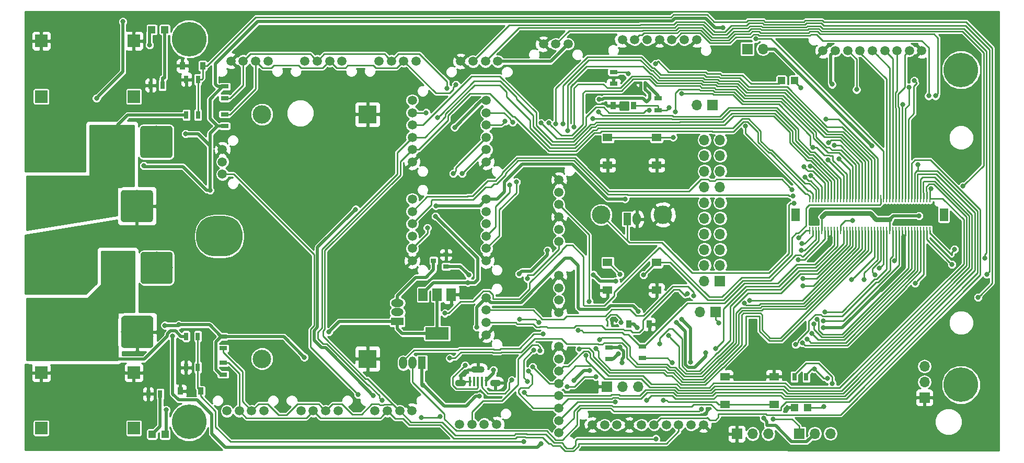
<source format=gtl>
G04 #@! TF.GenerationSoftware,KiCad,Pcbnew,(2017-08-27 revision e3c64f1f0)-makepkg*
G04 #@! TF.CreationDate,2017-09-07T11:52:53+02:00*
G04 #@! TF.ProjectId,Breakout-Platine-Cube,427265616B6F75742D506C6174696E65,rev?*
G04 #@! TF.SameCoordinates,Original*
G04 #@! TF.FileFunction,Copper,L1,Top,Signal*
G04 #@! TF.FilePolarity,Positive*
%FSLAX46Y46*%
G04 Gerber Fmt 4.6, Leading zero omitted, Abs format (unit mm)*
G04 Created by KiCad (PCBNEW (2017-08-27 revision e3c64f1f0)-makepkg) date 09/07/17 11:52:53*
%MOMM*%
%LPD*%
G01*
G04 APERTURE LIST*
%ADD10R,1.500000X2.000000*%
%ADD11R,3.800000X2.000000*%
%ADD12C,1.500000*%
%ADD13C,0.700000*%
%ADD14C,0.100000*%
%ADD15C,5.200000*%
%ADD16R,0.700000X1.300000*%
%ADD17C,5.600000*%
%ADD18O,2.000000X1.300000*%
%ADD19R,2.000000X1.300000*%
%ADD20R,0.250000X1.150000*%
%ADD21R,1.400000X2.100000*%
%ADD22O,1.300000X2.000000*%
%ADD23R,1.300000X2.000000*%
%ADD24C,3.000000*%
%ADD25R,1.300000X0.700000*%
%ADD26R,0.900000X1.200000*%
%ADD27R,1.700000X1.700000*%
%ADD28O,1.700000X1.700000*%
%ADD29R,0.450000X0.400000*%
%ADD30O,2.200000X1.100000*%
%ADD31O,1.800000X1.100000*%
%ADD32R,0.450000X1.500000*%
%ADD33C,6.500000*%
%ADD34R,1.550000X1.300000*%
%ADD35R,3.000000X3.000000*%
%ADD36R,2.000000X2.000000*%
%ADD37R,1.198880X1.198880*%
%ADD38R,0.900000X0.800000*%
%ADD39C,0.800000*%
%ADD40C,0.500000*%
%ADD41C,0.250000*%
%ADD42C,0.750000*%
%ADD43C,0.254000*%
G04 APERTURE END LIST*
D10*
X231470000Y-132700000D03*
X226870000Y-132700000D03*
X229170000Y-132700000D03*
D11*
X229170000Y-139000000D03*
D12*
X237145618Y-139222266D03*
X237145618Y-137222266D03*
X237145618Y-135222266D03*
X237145618Y-133222266D03*
D13*
X285780000Y-151360000D03*
X310590000Y-129690000D03*
X311530000Y-128640000D03*
X180720000Y-122190000D03*
X180710000Y-123250000D03*
X179670000Y-124430000D03*
X179600000Y-123290000D03*
X179590000Y-122170000D03*
X178500000Y-122170000D03*
X178450000Y-123240000D03*
X178470000Y-124430000D03*
X173530000Y-122010000D03*
X174680000Y-122090000D03*
X172370000Y-122100000D03*
X172360000Y-123320000D03*
X174720000Y-123270000D03*
X173580000Y-123300000D03*
X173610000Y-124470000D03*
X174810000Y-124440000D03*
X181940000Y-114130000D03*
X185050000Y-129480000D03*
X183890000Y-128430000D03*
X182790000Y-127230000D03*
X182790000Y-128400000D03*
X181580000Y-129530000D03*
X181580000Y-128430000D03*
X182790000Y-129630000D03*
X183890000Y-129530000D03*
X181580000Y-127230000D03*
D14*
G36*
X182680969Y-115752504D02*
X182731447Y-115759992D01*
X182780948Y-115772391D01*
X182828995Y-115789583D01*
X182875126Y-115811401D01*
X182918897Y-115837636D01*
X182959885Y-115868035D01*
X182997696Y-115902304D01*
X183031965Y-115940115D01*
X183062364Y-115981103D01*
X183088599Y-116024874D01*
X183110417Y-116071005D01*
X183127609Y-116119052D01*
X183140008Y-116168553D01*
X183147496Y-116219031D01*
X183150000Y-116270000D01*
X183150000Y-120430000D01*
X183147496Y-120480969D01*
X183140008Y-120531447D01*
X183127609Y-120580948D01*
X183110417Y-120628995D01*
X183088599Y-120675126D01*
X183062364Y-120718897D01*
X183031965Y-120759885D01*
X182997696Y-120797696D01*
X182959885Y-120831965D01*
X182918897Y-120862364D01*
X182875126Y-120888599D01*
X182828995Y-120910417D01*
X182780948Y-120927609D01*
X182731447Y-120940008D01*
X182680969Y-120947496D01*
X182630000Y-120950000D01*
X178470000Y-120950000D01*
X178419031Y-120947496D01*
X178368553Y-120940008D01*
X178319052Y-120927609D01*
X178271005Y-120910417D01*
X178224874Y-120888599D01*
X178181103Y-120862364D01*
X178140115Y-120831965D01*
X178102304Y-120797696D01*
X178068035Y-120759885D01*
X178037636Y-120718897D01*
X178011401Y-120675126D01*
X177989583Y-120628995D01*
X177972391Y-120580948D01*
X177959992Y-120531447D01*
X177952504Y-120480969D01*
X177950000Y-120430000D01*
X177950000Y-116270000D01*
X177952504Y-116219031D01*
X177959992Y-116168553D01*
X177972391Y-116119052D01*
X177989583Y-116071005D01*
X178011401Y-116024874D01*
X178037636Y-115981103D01*
X178068035Y-115940115D01*
X178102304Y-115902304D01*
X178140115Y-115868035D01*
X178181103Y-115837636D01*
X178224874Y-115811401D01*
X178271005Y-115789583D01*
X178319052Y-115772391D01*
X178368553Y-115759992D01*
X178419031Y-115752504D01*
X178470000Y-115750000D01*
X182630000Y-115750000D01*
X182680969Y-115752504D01*
X182680969Y-115752504D01*
G37*
D15*
X180550000Y-118350000D03*
D14*
G36*
X179530969Y-105352504D02*
X179581447Y-105359992D01*
X179630948Y-105372391D01*
X179678995Y-105389583D01*
X179725126Y-105411401D01*
X179768897Y-105437636D01*
X179809885Y-105468035D01*
X179847696Y-105502304D01*
X179881965Y-105540115D01*
X179912364Y-105581103D01*
X179938599Y-105624874D01*
X179960417Y-105671005D01*
X179977609Y-105719052D01*
X179990008Y-105768553D01*
X179997496Y-105819031D01*
X180000000Y-105870000D01*
X180000000Y-110030000D01*
X179997496Y-110080969D01*
X179990008Y-110131447D01*
X179977609Y-110180948D01*
X179960417Y-110228995D01*
X179938599Y-110275126D01*
X179912364Y-110318897D01*
X179881965Y-110359885D01*
X179847696Y-110397696D01*
X179809885Y-110431965D01*
X179768897Y-110462364D01*
X179725126Y-110488599D01*
X179678995Y-110510417D01*
X179630948Y-110527609D01*
X179581447Y-110540008D01*
X179530969Y-110547496D01*
X179480000Y-110550000D01*
X175320000Y-110550000D01*
X175269031Y-110547496D01*
X175218553Y-110540008D01*
X175169052Y-110527609D01*
X175121005Y-110510417D01*
X175074874Y-110488599D01*
X175031103Y-110462364D01*
X174990115Y-110431965D01*
X174952304Y-110397696D01*
X174918035Y-110359885D01*
X174887636Y-110318897D01*
X174861401Y-110275126D01*
X174839583Y-110228995D01*
X174822391Y-110180948D01*
X174809992Y-110131447D01*
X174802504Y-110080969D01*
X174800000Y-110030000D01*
X174800000Y-105870000D01*
X174802504Y-105819031D01*
X174809992Y-105768553D01*
X174822391Y-105719052D01*
X174839583Y-105671005D01*
X174861401Y-105624874D01*
X174887636Y-105581103D01*
X174918035Y-105540115D01*
X174952304Y-105502304D01*
X174990115Y-105468035D01*
X175031103Y-105437636D01*
X175074874Y-105411401D01*
X175121005Y-105389583D01*
X175169052Y-105372391D01*
X175218553Y-105359992D01*
X175269031Y-105352504D01*
X175320000Y-105350000D01*
X179480000Y-105350000D01*
X179530969Y-105352504D01*
X179530969Y-105352504D01*
G37*
D15*
X177400000Y-107950000D03*
D14*
G36*
X185830969Y-105352504D02*
X185881447Y-105359992D01*
X185930948Y-105372391D01*
X185978995Y-105389583D01*
X186025126Y-105411401D01*
X186068897Y-105437636D01*
X186109885Y-105468035D01*
X186147696Y-105502304D01*
X186181965Y-105540115D01*
X186212364Y-105581103D01*
X186238599Y-105624874D01*
X186260417Y-105671005D01*
X186277609Y-105719052D01*
X186290008Y-105768553D01*
X186297496Y-105819031D01*
X186300000Y-105870000D01*
X186300000Y-110030000D01*
X186297496Y-110080969D01*
X186290008Y-110131447D01*
X186277609Y-110180948D01*
X186260417Y-110228995D01*
X186238599Y-110275126D01*
X186212364Y-110318897D01*
X186181965Y-110359885D01*
X186147696Y-110397696D01*
X186109885Y-110431965D01*
X186068897Y-110462364D01*
X186025126Y-110488599D01*
X185978995Y-110510417D01*
X185930948Y-110527609D01*
X185881447Y-110540008D01*
X185830969Y-110547496D01*
X185780000Y-110550000D01*
X181620000Y-110550000D01*
X181569031Y-110547496D01*
X181518553Y-110540008D01*
X181469052Y-110527609D01*
X181421005Y-110510417D01*
X181374874Y-110488599D01*
X181331103Y-110462364D01*
X181290115Y-110431965D01*
X181252304Y-110397696D01*
X181218035Y-110359885D01*
X181187636Y-110318897D01*
X181161401Y-110275126D01*
X181139583Y-110228995D01*
X181122391Y-110180948D01*
X181109992Y-110131447D01*
X181102504Y-110080969D01*
X181100000Y-110030000D01*
X181100000Y-105870000D01*
X181102504Y-105819031D01*
X181109992Y-105768553D01*
X181122391Y-105719052D01*
X181139583Y-105671005D01*
X181161401Y-105624874D01*
X181187636Y-105581103D01*
X181218035Y-105540115D01*
X181252304Y-105502304D01*
X181290115Y-105468035D01*
X181331103Y-105437636D01*
X181374874Y-105411401D01*
X181421005Y-105389583D01*
X181469052Y-105372391D01*
X181518553Y-105359992D01*
X181569031Y-105352504D01*
X181620000Y-105350000D01*
X185780000Y-105350000D01*
X185830969Y-105352504D01*
X185830969Y-105352504D01*
G37*
D15*
X183700000Y-107950000D03*
D14*
G36*
X182730969Y-136152504D02*
X182781447Y-136159992D01*
X182830948Y-136172391D01*
X182878995Y-136189583D01*
X182925126Y-136211401D01*
X182968897Y-136237636D01*
X183009885Y-136268035D01*
X183047696Y-136302304D01*
X183081965Y-136340115D01*
X183112364Y-136381103D01*
X183138599Y-136424874D01*
X183160417Y-136471005D01*
X183177609Y-136519052D01*
X183190008Y-136568553D01*
X183197496Y-136619031D01*
X183200000Y-136670000D01*
X183200000Y-140830000D01*
X183197496Y-140880969D01*
X183190008Y-140931447D01*
X183177609Y-140980948D01*
X183160417Y-141028995D01*
X183138599Y-141075126D01*
X183112364Y-141118897D01*
X183081965Y-141159885D01*
X183047696Y-141197696D01*
X183009885Y-141231965D01*
X182968897Y-141262364D01*
X182925126Y-141288599D01*
X182878995Y-141310417D01*
X182830948Y-141327609D01*
X182781447Y-141340008D01*
X182730969Y-141347496D01*
X182680000Y-141350000D01*
X178520000Y-141350000D01*
X178469031Y-141347496D01*
X178418553Y-141340008D01*
X178369052Y-141327609D01*
X178321005Y-141310417D01*
X178274874Y-141288599D01*
X178231103Y-141262364D01*
X178190115Y-141231965D01*
X178152304Y-141197696D01*
X178118035Y-141159885D01*
X178087636Y-141118897D01*
X178061401Y-141075126D01*
X178039583Y-141028995D01*
X178022391Y-140980948D01*
X178009992Y-140931447D01*
X178002504Y-140880969D01*
X178000000Y-140830000D01*
X178000000Y-136670000D01*
X178002504Y-136619031D01*
X178009992Y-136568553D01*
X178022391Y-136519052D01*
X178039583Y-136471005D01*
X178061401Y-136424874D01*
X178087636Y-136381103D01*
X178118035Y-136340115D01*
X178152304Y-136302304D01*
X178190115Y-136268035D01*
X178231103Y-136237636D01*
X178274874Y-136211401D01*
X178321005Y-136189583D01*
X178369052Y-136172391D01*
X178418553Y-136159992D01*
X178469031Y-136152504D01*
X178520000Y-136150000D01*
X182680000Y-136150000D01*
X182730969Y-136152504D01*
X182730969Y-136152504D01*
G37*
D15*
X180600000Y-138750000D03*
D14*
G36*
X179580969Y-125752504D02*
X179631447Y-125759992D01*
X179680948Y-125772391D01*
X179728995Y-125789583D01*
X179775126Y-125811401D01*
X179818897Y-125837636D01*
X179859885Y-125868035D01*
X179897696Y-125902304D01*
X179931965Y-125940115D01*
X179962364Y-125981103D01*
X179988599Y-126024874D01*
X180010417Y-126071005D01*
X180027609Y-126119052D01*
X180040008Y-126168553D01*
X180047496Y-126219031D01*
X180050000Y-126270000D01*
X180050000Y-130430000D01*
X180047496Y-130480969D01*
X180040008Y-130531447D01*
X180027609Y-130580948D01*
X180010417Y-130628995D01*
X179988599Y-130675126D01*
X179962364Y-130718897D01*
X179931965Y-130759885D01*
X179897696Y-130797696D01*
X179859885Y-130831965D01*
X179818897Y-130862364D01*
X179775126Y-130888599D01*
X179728995Y-130910417D01*
X179680948Y-130927609D01*
X179631447Y-130940008D01*
X179580969Y-130947496D01*
X179530000Y-130950000D01*
X175370000Y-130950000D01*
X175319031Y-130947496D01*
X175268553Y-130940008D01*
X175219052Y-130927609D01*
X175171005Y-130910417D01*
X175124874Y-130888599D01*
X175081103Y-130862364D01*
X175040115Y-130831965D01*
X175002304Y-130797696D01*
X174968035Y-130759885D01*
X174937636Y-130718897D01*
X174911401Y-130675126D01*
X174889583Y-130628995D01*
X174872391Y-130580948D01*
X174859992Y-130531447D01*
X174852504Y-130480969D01*
X174850000Y-130430000D01*
X174850000Y-126270000D01*
X174852504Y-126219031D01*
X174859992Y-126168553D01*
X174872391Y-126119052D01*
X174889583Y-126071005D01*
X174911401Y-126024874D01*
X174937636Y-125981103D01*
X174968035Y-125940115D01*
X175002304Y-125902304D01*
X175040115Y-125868035D01*
X175081103Y-125837636D01*
X175124874Y-125811401D01*
X175171005Y-125789583D01*
X175219052Y-125772391D01*
X175268553Y-125759992D01*
X175319031Y-125752504D01*
X175370000Y-125750000D01*
X179530000Y-125750000D01*
X179580969Y-125752504D01*
X179580969Y-125752504D01*
G37*
D15*
X177450000Y-128350000D03*
D14*
G36*
X185880969Y-125752504D02*
X185931447Y-125759992D01*
X185980948Y-125772391D01*
X186028995Y-125789583D01*
X186075126Y-125811401D01*
X186118897Y-125837636D01*
X186159885Y-125868035D01*
X186197696Y-125902304D01*
X186231965Y-125940115D01*
X186262364Y-125981103D01*
X186288599Y-126024874D01*
X186310417Y-126071005D01*
X186327609Y-126119052D01*
X186340008Y-126168553D01*
X186347496Y-126219031D01*
X186350000Y-126270000D01*
X186350000Y-130430000D01*
X186347496Y-130480969D01*
X186340008Y-130531447D01*
X186327609Y-130580948D01*
X186310417Y-130628995D01*
X186288599Y-130675126D01*
X186262364Y-130718897D01*
X186231965Y-130759885D01*
X186197696Y-130797696D01*
X186159885Y-130831965D01*
X186118897Y-130862364D01*
X186075126Y-130888599D01*
X186028995Y-130910417D01*
X185980948Y-130927609D01*
X185931447Y-130940008D01*
X185880969Y-130947496D01*
X185830000Y-130950000D01*
X181670000Y-130950000D01*
X181619031Y-130947496D01*
X181568553Y-130940008D01*
X181519052Y-130927609D01*
X181471005Y-130910417D01*
X181424874Y-130888599D01*
X181381103Y-130862364D01*
X181340115Y-130831965D01*
X181302304Y-130797696D01*
X181268035Y-130759885D01*
X181237636Y-130718897D01*
X181211401Y-130675126D01*
X181189583Y-130628995D01*
X181172391Y-130580948D01*
X181159992Y-130531447D01*
X181152504Y-130480969D01*
X181150000Y-130430000D01*
X181150000Y-126270000D01*
X181152504Y-126219031D01*
X181159992Y-126168553D01*
X181172391Y-126119052D01*
X181189583Y-126071005D01*
X181211401Y-126024874D01*
X181237636Y-125981103D01*
X181268035Y-125940115D01*
X181302304Y-125902304D01*
X181340115Y-125868035D01*
X181381103Y-125837636D01*
X181424874Y-125811401D01*
X181471005Y-125789583D01*
X181519052Y-125772391D01*
X181568553Y-125759992D01*
X181619031Y-125752504D01*
X181670000Y-125750000D01*
X185830000Y-125750000D01*
X185880969Y-125752504D01*
X185880969Y-125752504D01*
G37*
D15*
X183750000Y-128350000D03*
D16*
X188510000Y-144510000D03*
X190410000Y-144510000D03*
X188510000Y-139460000D03*
X190410000Y-139460000D03*
D17*
X189000000Y-153300000D03*
X189000000Y-91300000D03*
X314000000Y-96300000D03*
X314000000Y-147300000D03*
D13*
X181530000Y-109130000D03*
X181530000Y-106830000D03*
X181530000Y-108030000D03*
X183840000Y-109130000D03*
X182740000Y-109230000D03*
X187670000Y-142880000D03*
X183840000Y-108030000D03*
X183840000Y-106840000D03*
D18*
X222730000Y-134060000D03*
X222730000Y-135560000D03*
D19*
X222730000Y-137060000D03*
D13*
X254900000Y-91100000D03*
X252600000Y-118600000D03*
X252500000Y-117200000D03*
X253700000Y-116600000D03*
X254100000Y-108300000D03*
X254200000Y-101900000D03*
X307100000Y-107200000D03*
X306800000Y-105500000D03*
X313000000Y-90900000D03*
X295950000Y-98950000D03*
X294570000Y-98350000D03*
X254800000Y-131630000D03*
X287400000Y-142900000D03*
X291100000Y-125700000D03*
X277270000Y-152940000D03*
X250680000Y-141930000D03*
X278200000Y-145700000D03*
X259100000Y-125500000D03*
X265000000Y-129800000D03*
X266100000Y-134850000D03*
X257600000Y-136700000D03*
X246880000Y-141010000D03*
X252600000Y-148000000D03*
X236400000Y-151700000D03*
X239500000Y-144100000D03*
X182740000Y-108000000D03*
X182740000Y-106830000D03*
X172370000Y-124470000D03*
X180730000Y-124380000D03*
X254700000Y-97100000D03*
D20*
X309001664Y-122324720D03*
X308501664Y-122324720D03*
X308001664Y-122324720D03*
X307501664Y-122324720D03*
X307001664Y-122324720D03*
X306501664Y-122324720D03*
X306001664Y-122324720D03*
X305501664Y-122324720D03*
X305001664Y-122324720D03*
X304501664Y-122324720D03*
X304001664Y-122324720D03*
X303501664Y-122324720D03*
X303001664Y-122324720D03*
X302501664Y-122324720D03*
X302001664Y-122324720D03*
X301501664Y-122324720D03*
X301001664Y-122324720D03*
X300501664Y-122324720D03*
X300001664Y-122324720D03*
X299501664Y-122324720D03*
X299001664Y-122324720D03*
X298501664Y-122324720D03*
X298001664Y-122324720D03*
X297501664Y-122324720D03*
X297001664Y-122324720D03*
X296501664Y-122324720D03*
X296001664Y-122324720D03*
X295501664Y-122324720D03*
X295001664Y-122324720D03*
X294501664Y-122324720D03*
X294001664Y-122324720D03*
X293501664Y-122324720D03*
X293001664Y-122324720D03*
X292501664Y-122324720D03*
X292001664Y-122324720D03*
X291501664Y-122324720D03*
X291001664Y-122324720D03*
X290501664Y-122324720D03*
X290001664Y-122324720D03*
X309001664Y-117175000D03*
X308501664Y-117175000D03*
X308001664Y-117175000D03*
X307501664Y-117175000D03*
X307001664Y-117175000D03*
X306501664Y-117175000D03*
X306001664Y-117175000D03*
X305501664Y-117175000D03*
X305001664Y-117175000D03*
X304501664Y-117175000D03*
X304001664Y-117175000D03*
X303501664Y-117175000D03*
X303001664Y-117175000D03*
X302501664Y-117175000D03*
X302001664Y-117175000D03*
X301501664Y-117175000D03*
X301001664Y-117175000D03*
X300501664Y-117175000D03*
X300001664Y-117175000D03*
X299501664Y-117175000D03*
X299001664Y-117175000D03*
X298501664Y-117175000D03*
X298001664Y-117175000D03*
X297501664Y-117175000D03*
X297001664Y-117175000D03*
X296501664Y-117175000D03*
X296001664Y-117175000D03*
X295501664Y-117175000D03*
X295001664Y-117175000D03*
X294501664Y-117175000D03*
X294001664Y-117175000D03*
X293501664Y-117175000D03*
X293001664Y-117175000D03*
X292501664Y-117175000D03*
X292001664Y-117175000D03*
X291501664Y-117175000D03*
X291001664Y-117175000D03*
X290501664Y-117175000D03*
X290001664Y-117175000D03*
X289501664Y-122324720D03*
X289501664Y-117175000D03*
D21*
X287250832Y-119750000D03*
X311250832Y-119749720D03*
D12*
X248900000Y-135600000D03*
X248900000Y-133600000D03*
X248900000Y-131600000D03*
X248900000Y-129600000D03*
X248900000Y-124100000D03*
X248900000Y-122100000D03*
X248900000Y-120100000D03*
X248900000Y-118100000D03*
X248900000Y-116100000D03*
X248900000Y-114100000D03*
X272300000Y-153800000D03*
X268300000Y-153800000D03*
X270300000Y-153800000D03*
X264300000Y-153800000D03*
X266300000Y-153800000D03*
X262300000Y-153800000D03*
X260300000Y-153800000D03*
X258300000Y-153800000D03*
X256300000Y-153800000D03*
X254300000Y-153800000D03*
X248900000Y-155100000D03*
X248900000Y-151100000D03*
X248900000Y-153100000D03*
X248900000Y-149100000D03*
X248900000Y-147100000D03*
X248900000Y-145100000D03*
X248900000Y-143100000D03*
X248900000Y-141100000D03*
D22*
X223695618Y-143772266D03*
X225195618Y-143772266D03*
D23*
X226695618Y-143772266D03*
D12*
X246400000Y-92100000D03*
X248400000Y-92100000D03*
X250400000Y-92100000D03*
X194400000Y-113200000D03*
X194400000Y-111200000D03*
X194400000Y-109200000D03*
X225145618Y-111222266D03*
X225145618Y-109222266D03*
X225145618Y-107222266D03*
X225145618Y-105222266D03*
X225145618Y-103222266D03*
X225145618Y-101222266D03*
X237145618Y-111222266D03*
X237145618Y-109222266D03*
X237145618Y-107222266D03*
X237145618Y-105222266D03*
X237145618Y-103222266D03*
X237145618Y-101222266D03*
X237145618Y-127222266D03*
X237145618Y-125222266D03*
X237145618Y-123222266D03*
X237145618Y-121222266D03*
X237145618Y-119222266D03*
X237145618Y-117222266D03*
X225145618Y-127222266D03*
X225145618Y-125222266D03*
X225145618Y-123222266D03*
X225145618Y-121222266D03*
X225145618Y-119222266D03*
X225145618Y-117222266D03*
X225122266Y-151554382D03*
X223122266Y-151554382D03*
X221122266Y-151554382D03*
X219122266Y-151554382D03*
X233000000Y-94900000D03*
X235000000Y-94900000D03*
X237000000Y-94900000D03*
X239000000Y-94900000D03*
X195777734Y-94845618D03*
X197777734Y-94845618D03*
X199777734Y-94845618D03*
X201777734Y-94845618D03*
X201122266Y-151554382D03*
X199122266Y-151554382D03*
X197122266Y-151554382D03*
X195122266Y-151554382D03*
X219777734Y-94845618D03*
X221777734Y-94845618D03*
X223777734Y-94845618D03*
X225777734Y-94845618D03*
X238800000Y-153700000D03*
X236800000Y-153700000D03*
X234800000Y-153700000D03*
X232800000Y-153700000D03*
X207777734Y-94845618D03*
X209777734Y-94845618D03*
X211777734Y-94845618D03*
X213777734Y-94845618D03*
X213122266Y-151554382D03*
X211122266Y-151554382D03*
X209122266Y-151554382D03*
X207122266Y-151554382D03*
D24*
X255750000Y-119750000D03*
X265750000Y-119750000D03*
D25*
X194754382Y-100882806D03*
X194754382Y-98982806D03*
X194754382Y-105382806D03*
X194754382Y-103482806D03*
X257000000Y-143150000D03*
X257000000Y-141250000D03*
D16*
X188536071Y-97851687D03*
X190436071Y-97851687D03*
D26*
X191220000Y-95640000D03*
X187920000Y-95640000D03*
D27*
X273790000Y-102000000D03*
D28*
X271250000Y-102000000D03*
D29*
X262150000Y-98350000D03*
X262850000Y-98350000D03*
X257500000Y-137750000D03*
X256800000Y-137750000D03*
D26*
X257700000Y-102100000D03*
X261000000Y-102100000D03*
X263550000Y-137500000D03*
X260250000Y-137500000D03*
X187580000Y-148320000D03*
X190880000Y-148320000D03*
D30*
X235800000Y-144850000D03*
D31*
X233000000Y-147000000D03*
X238600000Y-147000000D03*
D32*
X237100000Y-146750000D03*
X234500000Y-146750000D03*
X236450000Y-146750000D03*
X235150000Y-146750000D03*
X235800000Y-146750000D03*
D28*
X272460000Y-107640000D03*
X275000000Y-107640000D03*
X272460000Y-110180000D03*
X275000000Y-110180000D03*
X272460000Y-112720000D03*
X275000000Y-112720000D03*
X272460000Y-115260000D03*
X275000000Y-115260000D03*
X272460000Y-117800000D03*
X275000000Y-117800000D03*
X272460000Y-120340000D03*
X275000000Y-120340000D03*
X272460000Y-122880000D03*
X275000000Y-122880000D03*
X272460000Y-125420000D03*
X275000000Y-125420000D03*
X272460000Y-127960000D03*
X275000000Y-127960000D03*
X272460000Y-130500000D03*
D27*
X275000000Y-130500000D03*
D28*
X271710000Y-135500000D03*
D27*
X274250000Y-135500000D03*
D28*
X261740000Y-147600000D03*
X259200000Y-147600000D03*
D27*
X256660000Y-147600000D03*
D14*
G36*
X195001700Y-119984085D02*
X195285639Y-120026203D01*
X195564083Y-120095950D01*
X195834349Y-120192652D01*
X196093835Y-120315380D01*
X196340043Y-120462951D01*
X196570600Y-120633944D01*
X196783287Y-120826713D01*
X196976056Y-121039400D01*
X197147049Y-121269957D01*
X197294620Y-121516165D01*
X197417348Y-121775651D01*
X197514050Y-122045917D01*
X197583797Y-122324361D01*
X197625915Y-122608300D01*
X197640000Y-122895000D01*
X197640000Y-123545000D01*
X197625915Y-123831700D01*
X197583797Y-124115639D01*
X197514050Y-124394083D01*
X197417348Y-124664349D01*
X197294620Y-124923835D01*
X197147049Y-125170043D01*
X196976056Y-125400600D01*
X196783287Y-125613287D01*
X196570600Y-125806056D01*
X196340043Y-125977049D01*
X196093835Y-126124620D01*
X195834349Y-126247348D01*
X195564083Y-126344050D01*
X195285639Y-126413797D01*
X195001700Y-126455915D01*
X194715000Y-126470000D01*
X193065000Y-126470000D01*
X192778300Y-126455915D01*
X192494361Y-126413797D01*
X192215917Y-126344050D01*
X191945651Y-126247348D01*
X191686165Y-126124620D01*
X191439957Y-125977049D01*
X191209400Y-125806056D01*
X190996713Y-125613287D01*
X190803944Y-125400600D01*
X190632951Y-125170043D01*
X190485380Y-124923835D01*
X190362652Y-124664349D01*
X190265950Y-124394083D01*
X190196203Y-124115639D01*
X190154085Y-123831700D01*
X190140000Y-123545000D01*
X190140000Y-122895000D01*
X190154085Y-122608300D01*
X190196203Y-122324361D01*
X190265950Y-122045917D01*
X190362652Y-121775651D01*
X190485380Y-121516165D01*
X190632951Y-121269957D01*
X190803944Y-121039400D01*
X190996713Y-120826713D01*
X191209400Y-120633944D01*
X191439957Y-120462951D01*
X191686165Y-120315380D01*
X191945651Y-120192652D01*
X192215917Y-120095950D01*
X192494361Y-120026203D01*
X192778300Y-119984085D01*
X193065000Y-119970000D01*
X194715000Y-119970000D01*
X195001700Y-119984085D01*
X195001700Y-119984085D01*
G37*
D33*
X193890000Y-123220000D03*
D14*
G36*
X196174278Y-127477825D02*
X196332022Y-127501224D01*
X196486713Y-127539972D01*
X196636861Y-127593696D01*
X196781020Y-127661878D01*
X196917802Y-127743862D01*
X197045889Y-127838858D01*
X197164049Y-127945951D01*
X197271142Y-128064111D01*
X197366138Y-128192198D01*
X197448122Y-128328980D01*
X197516304Y-128473139D01*
X197570028Y-128623287D01*
X197608776Y-128777978D01*
X197632175Y-128935722D01*
X197640000Y-129095000D01*
X197640000Y-132345000D01*
X197632175Y-132504278D01*
X197608776Y-132662022D01*
X197570028Y-132816713D01*
X197516304Y-132966861D01*
X197448122Y-133111020D01*
X197366138Y-133247802D01*
X197271142Y-133375889D01*
X197164049Y-133494049D01*
X197045889Y-133601142D01*
X196917802Y-133696138D01*
X196781020Y-133778122D01*
X196636861Y-133846304D01*
X196486713Y-133900028D01*
X196332022Y-133938776D01*
X196174278Y-133962175D01*
X196015000Y-133970000D01*
X191765000Y-133970000D01*
X191605722Y-133962175D01*
X191447978Y-133938776D01*
X191293287Y-133900028D01*
X191143139Y-133846304D01*
X190998980Y-133778122D01*
X190862198Y-133696138D01*
X190734111Y-133601142D01*
X190615951Y-133494049D01*
X190508858Y-133375889D01*
X190413862Y-133247802D01*
X190331878Y-133111020D01*
X190263696Y-132966861D01*
X190209972Y-132816713D01*
X190171224Y-132662022D01*
X190147825Y-132504278D01*
X190140000Y-132345000D01*
X190140000Y-129095000D01*
X190147825Y-128935722D01*
X190171224Y-128777978D01*
X190209972Y-128623287D01*
X190263696Y-128473139D01*
X190331878Y-128328980D01*
X190413862Y-128192198D01*
X190508858Y-128064111D01*
X190615951Y-127945951D01*
X190734111Y-127838858D01*
X190862198Y-127743862D01*
X190998980Y-127661878D01*
X191143139Y-127593696D01*
X191293287Y-127539972D01*
X191447978Y-127501224D01*
X191605722Y-127477825D01*
X191765000Y-127470000D01*
X196015000Y-127470000D01*
X196174278Y-127477825D01*
X196174278Y-127477825D01*
G37*
D33*
X193890000Y-130720000D03*
D14*
G36*
X169661700Y-113614085D02*
X169945639Y-113656203D01*
X170224083Y-113725950D01*
X170494349Y-113822652D01*
X170753835Y-113945380D01*
X171000043Y-114092951D01*
X171230600Y-114263944D01*
X171443287Y-114456713D01*
X171636056Y-114669400D01*
X171807049Y-114899957D01*
X171954620Y-115146165D01*
X172077348Y-115405651D01*
X172174050Y-115675917D01*
X172243797Y-115954361D01*
X172285915Y-116238300D01*
X172300000Y-116525000D01*
X172300000Y-117175000D01*
X172285915Y-117461700D01*
X172243797Y-117745639D01*
X172174050Y-118024083D01*
X172077348Y-118294349D01*
X171954620Y-118553835D01*
X171807049Y-118800043D01*
X171636056Y-119030600D01*
X171443287Y-119243287D01*
X171230600Y-119436056D01*
X171000043Y-119607049D01*
X170753835Y-119754620D01*
X170494349Y-119877348D01*
X170224083Y-119974050D01*
X169945639Y-120043797D01*
X169661700Y-120085915D01*
X169375000Y-120100000D01*
X167725000Y-120100000D01*
X167438300Y-120085915D01*
X167154361Y-120043797D01*
X166875917Y-119974050D01*
X166605651Y-119877348D01*
X166346165Y-119754620D01*
X166099957Y-119607049D01*
X165869400Y-119436056D01*
X165656713Y-119243287D01*
X165463944Y-119030600D01*
X165292951Y-118800043D01*
X165145380Y-118553835D01*
X165022652Y-118294349D01*
X164925950Y-118024083D01*
X164856203Y-117745639D01*
X164814085Y-117461700D01*
X164800000Y-117175000D01*
X164800000Y-116525000D01*
X164814085Y-116238300D01*
X164856203Y-115954361D01*
X164925950Y-115675917D01*
X165022652Y-115405651D01*
X165145380Y-115146165D01*
X165292951Y-114899957D01*
X165463944Y-114669400D01*
X165656713Y-114456713D01*
X165869400Y-114263944D01*
X166099957Y-114092951D01*
X166346165Y-113945380D01*
X166605651Y-113822652D01*
X166875917Y-113725950D01*
X167154361Y-113656203D01*
X167438300Y-113614085D01*
X167725000Y-113600000D01*
X169375000Y-113600000D01*
X169661700Y-113614085D01*
X169661700Y-113614085D01*
G37*
D33*
X168550000Y-116850000D03*
D14*
G36*
X170834278Y-106107825D02*
X170992022Y-106131224D01*
X171146713Y-106169972D01*
X171296861Y-106223696D01*
X171441020Y-106291878D01*
X171577802Y-106373862D01*
X171705889Y-106468858D01*
X171824049Y-106575951D01*
X171931142Y-106694111D01*
X172026138Y-106822198D01*
X172108122Y-106958980D01*
X172176304Y-107103139D01*
X172230028Y-107253287D01*
X172268776Y-107407978D01*
X172292175Y-107565722D01*
X172300000Y-107725000D01*
X172300000Y-110975000D01*
X172292175Y-111134278D01*
X172268776Y-111292022D01*
X172230028Y-111446713D01*
X172176304Y-111596861D01*
X172108122Y-111741020D01*
X172026138Y-111877802D01*
X171931142Y-112005889D01*
X171824049Y-112124049D01*
X171705889Y-112231142D01*
X171577802Y-112326138D01*
X171441020Y-112408122D01*
X171296861Y-112476304D01*
X171146713Y-112530028D01*
X170992022Y-112568776D01*
X170834278Y-112592175D01*
X170675000Y-112600000D01*
X166425000Y-112600000D01*
X166265722Y-112592175D01*
X166107978Y-112568776D01*
X165953287Y-112530028D01*
X165803139Y-112476304D01*
X165658980Y-112408122D01*
X165522198Y-112326138D01*
X165394111Y-112231142D01*
X165275951Y-112124049D01*
X165168858Y-112005889D01*
X165073862Y-111877802D01*
X164991878Y-111741020D01*
X164923696Y-111596861D01*
X164869972Y-111446713D01*
X164831224Y-111292022D01*
X164807825Y-111134278D01*
X164800000Y-110975000D01*
X164800000Y-107725000D01*
X164807825Y-107565722D01*
X164831224Y-107407978D01*
X164869972Y-107253287D01*
X164923696Y-107103139D01*
X164991878Y-106958980D01*
X165073862Y-106822198D01*
X165168858Y-106694111D01*
X165275951Y-106575951D01*
X165394111Y-106468858D01*
X165522198Y-106373862D01*
X165658980Y-106291878D01*
X165803139Y-106223696D01*
X165953287Y-106169972D01*
X166107978Y-106131224D01*
X166265722Y-106107825D01*
X166425000Y-106100000D01*
X170675000Y-106100000D01*
X170834278Y-106107825D01*
X170834278Y-106107825D01*
G37*
D33*
X168550000Y-109350000D03*
D14*
G36*
X170834278Y-125857825D02*
X170992022Y-125881224D01*
X171146713Y-125919972D01*
X171296861Y-125973696D01*
X171441020Y-126041878D01*
X171577802Y-126123862D01*
X171705889Y-126218858D01*
X171824049Y-126325951D01*
X171931142Y-126444111D01*
X172026138Y-126572198D01*
X172108122Y-126708980D01*
X172176304Y-126853139D01*
X172230028Y-127003287D01*
X172268776Y-127157978D01*
X172292175Y-127315722D01*
X172300000Y-127475000D01*
X172300000Y-130725000D01*
X172292175Y-130884278D01*
X172268776Y-131042022D01*
X172230028Y-131196713D01*
X172176304Y-131346861D01*
X172108122Y-131491020D01*
X172026138Y-131627802D01*
X171931142Y-131755889D01*
X171824049Y-131874049D01*
X171705889Y-131981142D01*
X171577802Y-132076138D01*
X171441020Y-132158122D01*
X171296861Y-132226304D01*
X171146713Y-132280028D01*
X170992022Y-132318776D01*
X170834278Y-132342175D01*
X170675000Y-132350000D01*
X166425000Y-132350000D01*
X166265722Y-132342175D01*
X166107978Y-132318776D01*
X165953287Y-132280028D01*
X165803139Y-132226304D01*
X165658980Y-132158122D01*
X165522198Y-132076138D01*
X165394111Y-131981142D01*
X165275951Y-131874049D01*
X165168858Y-131755889D01*
X165073862Y-131627802D01*
X164991878Y-131491020D01*
X164923696Y-131346861D01*
X164869972Y-131196713D01*
X164831224Y-131042022D01*
X164807825Y-130884278D01*
X164800000Y-130725000D01*
X164800000Y-127475000D01*
X164807825Y-127315722D01*
X164831224Y-127157978D01*
X164869972Y-127003287D01*
X164923696Y-126853139D01*
X164991878Y-126708980D01*
X165073862Y-126572198D01*
X165168858Y-126444111D01*
X165275951Y-126325951D01*
X165394111Y-126218858D01*
X165522198Y-126123862D01*
X165658980Y-126041878D01*
X165803139Y-125973696D01*
X165953287Y-125919972D01*
X166107978Y-125881224D01*
X166265722Y-125857825D01*
X166425000Y-125850000D01*
X170675000Y-125850000D01*
X170834278Y-125857825D01*
X170834278Y-125857825D01*
G37*
D33*
X168550000Y-129100000D03*
D14*
G36*
X169661700Y-133364085D02*
X169945639Y-133406203D01*
X170224083Y-133475950D01*
X170494349Y-133572652D01*
X170753835Y-133695380D01*
X171000043Y-133842951D01*
X171230600Y-134013944D01*
X171443287Y-134206713D01*
X171636056Y-134419400D01*
X171807049Y-134649957D01*
X171954620Y-134896165D01*
X172077348Y-135155651D01*
X172174050Y-135425917D01*
X172243797Y-135704361D01*
X172285915Y-135988300D01*
X172300000Y-136275000D01*
X172300000Y-136925000D01*
X172285915Y-137211700D01*
X172243797Y-137495639D01*
X172174050Y-137774083D01*
X172077348Y-138044349D01*
X171954620Y-138303835D01*
X171807049Y-138550043D01*
X171636056Y-138780600D01*
X171443287Y-138993287D01*
X171230600Y-139186056D01*
X171000043Y-139357049D01*
X170753835Y-139504620D01*
X170494349Y-139627348D01*
X170224083Y-139724050D01*
X169945639Y-139793797D01*
X169661700Y-139835915D01*
X169375000Y-139850000D01*
X167725000Y-139850000D01*
X167438300Y-139835915D01*
X167154361Y-139793797D01*
X166875917Y-139724050D01*
X166605651Y-139627348D01*
X166346165Y-139504620D01*
X166099957Y-139357049D01*
X165869400Y-139186056D01*
X165656713Y-138993287D01*
X165463944Y-138780600D01*
X165292951Y-138550043D01*
X165145380Y-138303835D01*
X165022652Y-138044349D01*
X164925950Y-137774083D01*
X164856203Y-137495639D01*
X164814085Y-137211700D01*
X164800000Y-136925000D01*
X164800000Y-136275000D01*
X164814085Y-135988300D01*
X164856203Y-135704361D01*
X164925950Y-135425917D01*
X165022652Y-135155651D01*
X165145380Y-134896165D01*
X165292951Y-134649957D01*
X165463944Y-134419400D01*
X165656713Y-134206713D01*
X165869400Y-134013944D01*
X166099957Y-133842951D01*
X166346165Y-133695380D01*
X166605651Y-133572652D01*
X166875917Y-133475950D01*
X167154361Y-133406203D01*
X167438300Y-133364085D01*
X167725000Y-133350000D01*
X169375000Y-133350000D01*
X169661700Y-133364085D01*
X169661700Y-133364085D01*
G37*
D33*
X168550000Y-136600000D03*
D25*
X194500822Y-141400000D03*
X194500822Y-139500000D03*
X194500000Y-145650000D03*
X194500000Y-143750000D03*
X257750000Y-98550000D03*
X257750000Y-96650000D03*
X265000000Y-100900000D03*
X265000000Y-102800000D03*
X262400000Y-143000000D03*
X262400000Y-141100000D03*
D16*
X287050000Y-146000000D03*
X288950000Y-146000000D03*
X188536071Y-103601687D03*
X190436071Y-103601687D03*
D34*
X275800000Y-150500000D03*
X283750000Y-150500000D03*
X275800000Y-146000000D03*
X283750000Y-146000000D03*
X264725000Y-127500000D03*
X256775000Y-127500000D03*
X264725000Y-132000000D03*
X256775000Y-132000000D03*
X256775000Y-111750000D03*
X264725000Y-111750000D03*
X256775000Y-107250000D03*
X264725000Y-107250000D03*
D35*
X217900000Y-143100000D03*
X217900000Y-103500000D03*
D24*
X200800000Y-143100000D03*
X200800000Y-103500000D03*
D36*
X180050000Y-145350000D03*
X165050000Y-145350000D03*
X180050000Y-154350000D03*
X165050000Y-154350000D03*
X165050000Y-100600000D03*
X180050000Y-100600000D03*
X165050000Y-91600000D03*
X180050000Y-91600000D03*
D37*
X284950980Y-98000000D03*
X287049020Y-98000000D03*
X289149860Y-151000000D03*
X287051820Y-151000000D03*
D12*
X271200000Y-91400000D03*
X269200000Y-91400000D03*
X267200000Y-91400000D03*
X265200000Y-91400000D03*
X261200000Y-91400000D03*
X263200000Y-91400000D03*
X259200000Y-91400000D03*
D23*
X260000000Y-120450000D03*
D22*
X261500000Y-120450000D03*
D12*
X291680000Y-93150000D03*
X293680000Y-93150000D03*
X295680000Y-93150000D03*
X297680000Y-93150000D03*
X301680000Y-93150000D03*
X299680000Y-93150000D03*
X305680000Y-93150000D03*
X303680000Y-93150000D03*
X307680000Y-93150000D03*
D37*
X183011960Y-155340000D03*
X185110000Y-155340000D03*
X182950980Y-89780000D03*
X185049020Y-89780000D03*
D16*
X182400000Y-148810000D03*
X184300000Y-148810000D03*
X182770000Y-98790000D03*
X184670000Y-98790000D03*
D28*
X282820000Y-155250000D03*
X280280000Y-155250000D03*
D27*
X277740000Y-155250000D03*
D28*
X292870000Y-155210000D03*
X290330000Y-155210000D03*
D27*
X287790000Y-155210000D03*
D28*
X281950000Y-92900000D03*
D27*
X279410000Y-92900000D03*
D38*
X228600000Y-127190000D03*
X230600000Y-126240000D03*
X230600000Y-128140000D03*
D28*
X308120000Y-144320000D03*
X308120000Y-146860000D03*
D27*
X308120000Y-149400000D03*
D39*
X270260000Y-143630000D03*
X268817542Y-136690475D03*
X218823945Y-149105675D03*
X215978636Y-118884842D03*
X182570000Y-92280000D03*
X228949990Y-118305472D03*
X259600000Y-117200000D03*
X292486812Y-110874446D03*
X286979329Y-117934585D03*
X255410000Y-101050000D03*
X174010000Y-100870000D03*
X178270000Y-88480000D03*
X186350000Y-139440000D03*
X251300000Y-146650000D03*
X246029844Y-156825011D03*
X259000000Y-137200000D03*
X253900000Y-145000022D03*
X258800000Y-141200000D03*
X259100000Y-143700000D03*
X300778976Y-128440870D03*
X266714204Y-102407628D03*
X266629988Y-139330232D03*
X258500000Y-142300000D03*
X261600000Y-138024990D03*
X316770000Y-133170000D03*
X300073966Y-129501319D03*
X250219990Y-147610000D03*
X243186907Y-156550008D03*
X254903604Y-145996396D03*
X265196510Y-140701394D03*
X307230000Y-119940000D03*
X302501664Y-120501664D03*
X293139998Y-98640000D03*
X234130000Y-130750000D03*
X261783952Y-135416048D03*
X226900000Y-147390010D03*
X185300000Y-151390000D03*
X291700000Y-138100000D03*
X228900000Y-120000000D03*
X236000000Y-149174990D03*
X232000000Y-105600000D03*
X235600000Y-138000000D03*
X238300000Y-144900000D03*
X242014952Y-114460368D03*
X249600000Y-105000000D03*
X240950010Y-114955332D03*
X248400000Y-105000000D03*
X251365600Y-105527029D03*
X250325010Y-106166943D03*
X255483730Y-140040857D03*
X245625512Y-137232291D03*
X242500000Y-136725010D03*
X233200000Y-113100000D03*
X230800000Y-99300000D03*
X231220000Y-143000000D03*
X231800000Y-113100000D03*
X232200000Y-98700000D03*
X220228673Y-149860459D03*
X264600000Y-156064990D03*
X313000000Y-125340000D03*
X317884979Y-126803706D03*
X312544627Y-127834165D03*
X318190000Y-129430000D03*
X233690000Y-144160000D03*
X270724979Y-132872977D03*
X279827151Y-133624968D03*
X278941185Y-134104957D03*
X241250000Y-146560000D03*
X269733251Y-132528011D03*
X292594616Y-108090044D03*
X286630518Y-115669443D03*
X293487645Y-108540068D03*
X286811307Y-116703774D03*
X247250013Y-104900000D03*
X267754607Y-103127126D03*
X263555320Y-102850000D03*
X227600000Y-121900000D03*
X246000000Y-104900000D03*
X314367264Y-115130639D03*
X296500000Y-120700000D03*
X254894182Y-141449448D03*
X244825664Y-141665664D03*
X243840000Y-146760000D03*
X252204245Y-141527432D03*
X245820000Y-141810000D03*
X255349990Y-103085010D03*
X240199996Y-104600000D03*
X254400000Y-104200000D03*
X241400000Y-104800002D03*
X229248952Y-104051048D03*
X227400000Y-103222266D03*
X283620000Y-152885010D03*
X274310000Y-141430000D03*
X230450000Y-135720000D03*
X243263624Y-148595030D03*
X216360000Y-148910000D03*
X229652044Y-152411088D03*
X226600000Y-152600000D03*
X280780000Y-91245065D03*
X308800000Y-100500000D03*
X309200000Y-115500000D03*
X253270000Y-142560000D03*
X244659549Y-144404820D03*
X253800155Y-133799979D03*
X258000000Y-150100000D03*
X263100000Y-149800000D03*
X243944340Y-145103748D03*
X243786695Y-130091619D03*
X307025010Y-111632872D03*
X309900000Y-100500000D03*
X246376457Y-139099221D03*
X252036848Y-138497816D03*
X290272340Y-144772340D03*
X271998483Y-151240153D03*
X292400000Y-146300000D03*
X294260769Y-110749743D03*
X288351581Y-140534579D03*
X289109019Y-139881653D03*
X289853915Y-139025890D03*
X290195630Y-137506103D03*
X290744885Y-136670434D03*
X305644990Y-99100000D03*
X291702293Y-136959215D03*
X292000000Y-135500000D03*
X292106888Y-104273104D03*
X288448015Y-131251985D03*
X288399988Y-130100000D03*
X289567219Y-111886631D03*
X288571198Y-111975879D03*
X287640540Y-127049942D03*
X289720695Y-113388707D03*
X288768245Y-113693441D03*
X288146645Y-125511620D03*
X288217843Y-124464025D03*
X287724317Y-123537237D03*
X274815356Y-137312547D03*
X287240032Y-140794521D03*
X303274979Y-127259690D03*
X304570000Y-101900000D03*
X188450000Y-106670000D03*
X299580000Y-108610000D03*
X275490000Y-89420000D03*
X211626587Y-138716411D03*
X187340000Y-137590000D03*
X181670000Y-111830000D03*
X185080000Y-137690000D03*
X192387188Y-115787188D03*
X207670000Y-142850000D03*
X260124135Y-96924135D03*
X267248937Y-143753856D03*
X293150000Y-147090000D03*
X258810000Y-129420000D03*
X288100000Y-99200000D03*
X279100000Y-105400000D03*
X264554288Y-95307751D03*
X265800000Y-149800000D03*
X291800000Y-150828956D03*
X262600000Y-129500000D03*
X267398952Y-107198952D03*
X306595711Y-130865214D03*
X306445010Y-98045054D03*
X297102850Y-99479271D03*
X296280000Y-130310000D03*
X298360000Y-130280000D03*
X268770000Y-100150000D03*
X290036949Y-108880615D03*
X234280000Y-129520000D03*
X272670000Y-142150000D03*
X254497344Y-129467336D03*
X267930000Y-137180000D03*
X258080000Y-130510000D03*
X247060000Y-125550000D03*
X242470000Y-129330000D03*
X282050000Y-152740000D03*
D40*
X270260000Y-138132933D02*
X270260000Y-143064315D01*
X270260000Y-143064315D02*
X270260000Y-143630000D01*
X268817542Y-136690475D02*
X270260000Y-138132933D01*
X209249978Y-140092579D02*
X210447422Y-141290023D01*
X215978636Y-118884842D02*
X209804978Y-125058500D01*
X218423946Y-148630758D02*
X218423946Y-148705676D01*
X209804978Y-137992421D02*
X209249977Y-138547422D01*
X209249977Y-138547422D02*
X209249978Y-140092579D01*
X210447422Y-141290023D02*
X211083211Y-141290023D01*
X211083211Y-141290023D02*
X218423946Y-148630758D01*
X218423946Y-148705676D02*
X218823945Y-149105675D01*
X209804978Y-125058500D02*
X209804978Y-137992421D01*
X182570000Y-92280000D02*
X182570000Y-90160980D01*
X182570000Y-90160980D02*
X182950980Y-89780000D01*
X237145618Y-117222266D02*
X236062412Y-118305472D01*
X236062412Y-118305472D02*
X229515675Y-118305472D01*
X229515675Y-118305472D02*
X228949990Y-118305472D01*
X238899620Y-117222266D02*
X238206278Y-117222266D01*
X240100000Y-114400000D02*
X240100000Y-116021886D01*
X240100000Y-116021886D02*
X238899620Y-117222266D01*
X238206278Y-117222266D02*
X237145618Y-117222266D01*
X242950001Y-111549999D02*
X240100000Y-114400000D01*
X251104001Y-111549999D02*
X242950001Y-111549999D01*
X259600000Y-117200000D02*
X256754002Y-117200000D01*
X256754002Y-117200000D02*
X251104001Y-111549999D01*
D41*
X260000000Y-120450000D02*
X260000000Y-124000000D01*
X260000000Y-124000000D02*
X260300000Y-124300000D01*
X265600000Y-124300000D02*
X260300000Y-124300000D01*
X260300000Y-124300000D02*
X255750000Y-119750000D01*
X292886811Y-111274445D02*
X292486812Y-110874446D01*
X295001664Y-117175000D02*
X295001664Y-113389298D01*
X295001664Y-113389298D02*
X292886811Y-111274445D01*
X286130983Y-118217246D02*
X286413644Y-117934585D01*
X286413644Y-117934585D02*
X286979329Y-117934585D01*
X286130983Y-125998263D02*
X286130983Y-118217246D01*
X282944245Y-129185001D02*
X286130983Y-125998263D01*
X265600000Y-124300000D02*
X270485001Y-129185001D01*
X270485001Y-129185001D02*
X282944245Y-129185001D01*
X287051820Y-151000000D02*
X286202380Y-151000000D01*
X286202380Y-151000000D02*
X285792380Y-151410000D01*
D42*
X292800000Y-123400000D02*
X292800000Y-124300000D01*
X292800000Y-124300000D02*
X291500000Y-125600000D01*
D41*
X234500000Y-146750000D02*
X233250000Y-146750000D01*
X233250000Y-146750000D02*
X233000000Y-147000000D01*
X292700000Y-123300000D02*
X293000000Y-123300000D01*
X292503328Y-123300000D02*
X292700000Y-123300000D01*
X293000000Y-123300000D02*
X293001664Y-123298336D01*
X293001664Y-123298336D02*
X293001664Y-122324720D01*
X292501664Y-123298336D02*
X292503328Y-123300000D01*
X292501664Y-122324720D02*
X292501664Y-123298336D01*
D40*
X262850000Y-98350000D02*
X262850000Y-99410000D01*
X262850000Y-99410000D02*
X263590000Y-100150000D01*
X263590000Y-100150000D02*
X263590000Y-100970000D01*
X263590000Y-100970000D02*
X263080000Y-101480000D01*
X263080000Y-101480000D02*
X262480000Y-100880000D01*
X262480000Y-100880000D02*
X256145685Y-100880000D01*
X255975685Y-101050000D02*
X255410000Y-101050000D01*
X256145685Y-100880000D02*
X255975685Y-101050000D01*
X174409999Y-100470001D02*
X174010000Y-100870000D01*
X178270000Y-88480000D02*
X178270000Y-96610000D01*
X178270000Y-96610000D02*
X174409999Y-100470001D01*
X262875000Y-98350000D02*
X265000000Y-100475000D01*
X262850000Y-98350000D02*
X262875000Y-98350000D01*
X265000000Y-100475000D02*
X265000000Y-100900000D01*
X265100000Y-100800000D02*
X265000000Y-100900000D01*
X246029844Y-156825011D02*
X245404845Y-157450010D01*
X187294315Y-149750000D02*
X186350000Y-148805685D01*
X245404845Y-157450010D02*
X194866010Y-157450010D01*
X194866010Y-157450010D02*
X192680000Y-155264000D01*
X186350000Y-140005685D02*
X186350000Y-139440000D01*
X192680000Y-155264000D02*
X192680000Y-152095998D01*
X192680000Y-152095998D02*
X190334002Y-149750000D01*
X190334002Y-149750000D02*
X187294315Y-149750000D01*
X186350000Y-148805685D02*
X186350000Y-140005685D01*
X251699999Y-146250001D02*
X251300000Y-146650000D01*
X253900000Y-145000022D02*
X252949978Y-145000022D01*
X252949978Y-145000022D02*
X251699999Y-146250001D01*
D41*
X256500000Y-136700000D02*
X257300000Y-135900000D01*
X256800000Y-137000000D02*
X256500000Y-136700000D01*
X259000000Y-136700000D02*
X259000000Y-137200000D01*
X256800000Y-137750000D02*
X256800000Y-137000000D01*
X257300000Y-135900000D02*
X258200000Y-135900000D01*
X258200000Y-135900000D02*
X259000000Y-136700000D01*
D40*
X258708004Y-141250000D02*
X258150000Y-141250000D01*
X259350002Y-141891998D02*
X258708004Y-141250000D01*
X259100000Y-143134315D02*
X259350002Y-142884313D01*
X259100000Y-143700000D02*
X259100000Y-143134315D01*
X259350002Y-142884313D02*
X259350002Y-141891998D01*
X258150000Y-141250000D02*
X257000000Y-141250000D01*
D41*
X257000000Y-141250000D02*
X258750000Y-141250000D01*
X258750000Y-141250000D02*
X258800000Y-141200000D01*
X261000000Y-102100000D02*
X264900000Y-102100000D01*
X264900000Y-102100000D02*
X265000000Y-102200000D01*
X265000000Y-102200000D02*
X265000000Y-102800000D01*
X261000000Y-102100000D02*
X261000000Y-101950000D01*
X301501664Y-127288676D02*
X301501664Y-127718182D01*
X301501664Y-127718182D02*
X301178975Y-128040871D01*
X301178975Y-128040871D02*
X300778976Y-128440870D01*
X265000000Y-102800000D02*
X264700000Y-102800000D01*
X266321832Y-102800000D02*
X266714204Y-102407628D01*
X265000000Y-102800000D02*
X266321832Y-102800000D01*
X301501664Y-126427125D02*
X301501664Y-127288676D01*
X301501664Y-122324720D02*
X301501664Y-126427125D01*
X301501664Y-127288676D02*
X301501672Y-127288684D01*
X274754586Y-142605013D02*
X271854576Y-145505023D01*
X288027999Y-129324999D02*
X284852998Y-132500000D01*
X295501664Y-122324720D02*
X295501664Y-124587056D01*
X271854576Y-145505023D02*
X269427422Y-145505023D01*
X267029987Y-139730231D02*
X266629988Y-139330232D01*
X268384977Y-141085221D02*
X267029987Y-139730231D01*
X277129956Y-140319459D02*
X274844402Y-142605013D01*
X274844402Y-142605013D02*
X274754586Y-142605013D01*
X277129956Y-134866154D02*
X277129956Y-140319459D01*
X279496110Y-132500000D02*
X277129956Y-134866154D01*
X290763721Y-129324999D02*
X288027999Y-129324999D01*
X269427422Y-145505023D02*
X268384977Y-144462578D01*
X295501664Y-124587056D02*
X290763721Y-129324999D01*
X284852998Y-132500000D02*
X279496110Y-132500000D01*
X268384977Y-144462578D02*
X268384977Y-141085221D01*
D40*
X257000000Y-143150000D02*
X257650000Y-143150000D01*
X257650000Y-143150000D02*
X258500000Y-142300000D01*
X261075010Y-137500000D02*
X261200001Y-137624991D01*
X260250000Y-137500000D02*
X261075010Y-137500000D01*
X261200001Y-137624991D02*
X261600000Y-138024990D01*
D41*
X279499999Y-88270009D02*
X282060001Y-88270009D01*
X243288177Y-87754989D02*
X243303187Y-87769999D01*
X279280008Y-88490000D02*
X279499999Y-88270009D01*
X291771056Y-88490000D02*
X314830000Y-88490000D01*
X199805011Y-87754989D02*
X243288177Y-87754989D01*
X314830000Y-88490000D02*
X319060000Y-92720000D01*
X317169999Y-132770001D02*
X316770000Y-133170000D01*
X191220000Y-95640000D02*
X191920000Y-95640000D01*
X191920000Y-95640000D02*
X199805011Y-87754989D01*
X243303187Y-87769999D02*
X267066979Y-87769999D01*
X267066979Y-87769999D02*
X267462046Y-87374934D01*
X267462046Y-87374934D02*
X272937957Y-87374935D01*
X272937957Y-87374935D02*
X274053022Y-88490000D01*
X274053022Y-88490000D02*
X279280008Y-88490000D01*
X282060001Y-88270009D02*
X282279992Y-88490000D01*
X282279992Y-88490000D02*
X288588944Y-88490000D01*
X288588944Y-88490000D02*
X288804001Y-88274946D01*
X288804001Y-88274946D02*
X291556006Y-88274949D01*
X291556006Y-88274949D02*
X291771056Y-88490000D01*
X319060000Y-92720000D02*
X319060000Y-130880000D01*
X319060000Y-130880000D02*
X317169999Y-132770001D01*
X299673967Y-128482443D02*
X299673967Y-129101320D01*
X299673967Y-129101320D02*
X300073966Y-129501319D01*
X301001664Y-122324720D02*
X301001664Y-127154746D01*
X301001664Y-127154746D02*
X299673967Y-128482443D01*
X190436071Y-97851687D02*
X191036071Y-97851687D01*
X191036071Y-97851687D02*
X191220000Y-97667758D01*
X191220000Y-97667758D02*
X191220000Y-95640000D01*
X190436071Y-97851687D02*
X190436071Y-103601687D01*
X295001664Y-124450646D02*
X290627336Y-128824974D01*
X269613822Y-145055012D02*
X268834988Y-144276178D01*
X274568186Y-142155002D02*
X271668176Y-145055012D01*
X268834988Y-144276178D02*
X268834988Y-139838176D01*
X274658002Y-142155002D02*
X274568186Y-142155002D01*
X265196510Y-140135709D02*
X265196510Y-140701394D01*
X287820902Y-128824974D02*
X284745834Y-131900042D01*
X279388946Y-131900042D02*
X276679945Y-134609043D01*
X295001664Y-122324720D02*
X295001664Y-124450646D01*
X268834988Y-139838176D02*
X267223893Y-138227081D01*
X267223893Y-138227081D02*
X266707819Y-138227081D01*
X271668176Y-145055012D02*
X269613822Y-145055012D01*
X276679945Y-134609043D02*
X276679945Y-140133059D01*
X284745834Y-131900042D02*
X279388946Y-131900042D01*
X290627336Y-128824974D02*
X287820902Y-128824974D01*
X265196510Y-139738390D02*
X265196510Y-140135709D01*
X266707819Y-138227081D02*
X265196510Y-139738390D01*
X276679945Y-140133059D02*
X274658002Y-142155002D01*
X190880000Y-148320000D02*
X190880000Y-149170000D01*
X190880000Y-149170000D02*
X193280000Y-151570000D01*
X193280000Y-151570000D02*
X193280000Y-154138098D01*
X193280000Y-154138098D02*
X195691910Y-156550008D01*
X195691910Y-156550008D02*
X242621222Y-156550008D01*
X242621222Y-156550008D02*
X243186907Y-156550008D01*
X250785675Y-147610000D02*
X250219990Y-147610000D01*
X254903604Y-145996396D02*
X253006608Y-145996396D01*
X251393004Y-147610000D02*
X250785675Y-147610000D01*
X253006608Y-145996396D02*
X251393004Y-147610000D01*
X190410000Y-144510000D02*
X190410000Y-147850000D01*
X190410000Y-147850000D02*
X190880000Y-148320000D01*
X190410000Y-139460000D02*
X190410000Y-144510000D01*
D40*
X306664315Y-119940000D02*
X307230000Y-119940000D01*
X303056672Y-119940000D02*
X306664315Y-119940000D01*
X302498336Y-120498336D02*
X303056672Y-119940000D01*
X302498336Y-120498336D02*
X302501664Y-120501664D01*
X292930001Y-98430003D02*
X293139998Y-98640000D01*
X292930001Y-93899999D02*
X292930001Y-98430003D01*
X293680000Y-93150000D02*
X292930001Y-93899999D01*
D42*
X299324999Y-119524999D02*
X300298336Y-120498336D01*
X291501664Y-120098336D02*
X292075001Y-119524999D01*
X292075001Y-119524999D02*
X299324999Y-119524999D01*
D41*
X291501664Y-122324720D02*
X291501664Y-120098336D01*
X302501664Y-120501664D02*
X302501664Y-122324720D01*
D42*
X300298336Y-120498336D02*
X302498336Y-120498336D01*
D41*
X300298336Y-120498336D02*
X300501664Y-120701664D01*
D40*
X226900000Y-147390010D02*
X226990010Y-147390010D01*
X226990010Y-147390010D02*
X230350000Y-150750000D01*
X230350000Y-150750000D02*
X233859305Y-150750000D01*
X233859305Y-150750000D02*
X235434315Y-149174990D01*
X235434315Y-149174990D02*
X236000000Y-149174990D01*
X235730001Y-130248001D02*
X235228002Y-130750000D01*
X235730001Y-126830001D02*
X235730001Y-130248001D01*
X234695685Y-130750000D02*
X234130000Y-130750000D01*
X228900000Y-120000000D02*
X235730001Y-126830001D01*
X235228002Y-130750000D02*
X234695685Y-130750000D01*
X233564315Y-130750000D02*
X234130000Y-130750000D01*
X228570000Y-130750000D02*
X233564315Y-130750000D01*
X226870000Y-132450000D02*
X228570000Y-130750000D01*
X226870000Y-132700000D02*
X226870000Y-132450000D01*
X252000000Y-134800000D02*
X252300000Y-135100000D01*
X237895617Y-133972265D02*
X242751733Y-133972265D01*
X237145618Y-133222266D02*
X237895617Y-133972265D01*
X252300000Y-135100000D02*
X256650401Y-135100000D01*
X257225420Y-134524981D02*
X260892885Y-134524981D01*
X252000000Y-127945998D02*
X252000000Y-134800000D01*
X260892885Y-134524981D02*
X261383953Y-135016049D01*
X261383953Y-135016049D02*
X261783952Y-135416048D01*
X250854002Y-126800000D02*
X252000000Y-127945998D01*
X256650401Y-135100000D02*
X257225420Y-134524981D01*
X242751733Y-133972265D02*
X249923998Y-126800000D01*
X249923998Y-126800000D02*
X250854002Y-126800000D01*
X226695618Y-143772266D02*
X226695618Y-147185628D01*
X226695618Y-147185628D02*
X226900000Y-147390010D01*
D42*
X304700000Y-123200000D02*
X304700000Y-128200000D01*
X304700000Y-128200000D02*
X301000000Y-131900000D01*
D40*
X185300000Y-151390000D02*
X185300000Y-155150000D01*
X185300000Y-155150000D02*
X185110000Y-155340000D01*
X292265685Y-138100000D02*
X291700000Y-138100000D01*
X294800000Y-138100000D02*
X292265685Y-138100000D01*
X301000000Y-131900000D02*
X294800000Y-138100000D01*
X226695618Y-144122266D02*
X226695618Y-143772266D01*
D41*
X304700000Y-123200000D02*
X304951384Y-123200000D01*
X304503328Y-123200000D02*
X304700000Y-123200000D01*
X304501664Y-122324720D02*
X304501664Y-123198336D01*
X304501664Y-123198336D02*
X304503328Y-123200000D01*
X304951384Y-123200000D02*
X305001664Y-123149720D01*
X305001664Y-123149720D02*
X305001664Y-122324720D01*
X305001664Y-122324720D02*
X305001664Y-122839292D01*
D40*
X239000000Y-94900000D02*
X247600000Y-94900000D01*
X247600000Y-94900000D02*
X250400000Y-92100000D01*
X232000000Y-105600000D02*
X236377734Y-101222266D01*
X236377734Y-101222266D02*
X237145618Y-101222266D01*
X235600000Y-138000000D02*
X235600000Y-134767884D01*
X235600000Y-134767884D02*
X237145618Y-133222266D01*
X238300000Y-144900000D02*
X238300000Y-145465685D01*
X238300000Y-145465685D02*
X237125001Y-146640684D01*
D41*
X237145618Y-125222266D02*
X239240000Y-123127884D01*
X239240000Y-123127884D02*
X239240000Y-118960000D01*
X239240000Y-118960000D02*
X242014952Y-116185048D01*
X242014952Y-116185048D02*
X242014952Y-115026053D01*
X242014952Y-115026053D02*
X242014952Y-114460368D01*
X272547620Y-97830022D02*
X272267620Y-97550022D01*
X274873400Y-98060022D02*
X274643400Y-97830022D01*
X263854199Y-96424966D02*
X262104234Y-94675001D01*
X279492000Y-99529945D02*
X278022077Y-98060022D01*
X249600000Y-104434315D02*
X249600000Y-105000000D01*
X253742875Y-94675001D02*
X249600000Y-98817876D01*
X272267620Y-97550022D02*
X265209255Y-97550022D01*
X274643400Y-97830022D02*
X272547620Y-97830022D01*
X285701999Y-99529945D02*
X279492000Y-99529945D01*
X292457066Y-106285012D02*
X285701999Y-99529945D01*
X299501664Y-110877488D02*
X294909188Y-106285012D01*
X264084199Y-96424966D02*
X263854199Y-96424966D01*
X262104234Y-94675001D02*
X253742875Y-94675001D01*
X278022077Y-98060022D02*
X274873400Y-98060022D01*
X265209255Y-97550022D02*
X264084199Y-96424966D01*
X299501664Y-117175000D02*
X299501664Y-110877488D01*
X249600000Y-98817876D02*
X249600000Y-104434315D01*
X294909188Y-106285012D02*
X292457066Y-106285012D01*
X237145618Y-123222266D02*
X238630000Y-121737884D01*
X238630000Y-121737884D02*
X238630000Y-118430000D01*
X238630000Y-118430000D02*
X240950010Y-116109990D01*
X240950010Y-116109990D02*
X240950010Y-115521017D01*
X240950010Y-115521017D02*
X240950010Y-114955332D01*
X253510756Y-94200000D02*
X248400000Y-99310756D01*
X278208477Y-97610011D02*
X275059800Y-97610011D01*
X265395655Y-97100011D02*
X264270599Y-95974955D01*
X275059800Y-97610011D02*
X274829800Y-97380011D01*
X248400000Y-104434315D02*
X248400000Y-105000000D01*
X264270599Y-95974955D02*
X264040599Y-95974955D01*
X272734020Y-97380011D02*
X272454020Y-97100011D01*
X274829800Y-97380011D02*
X272734020Y-97380011D01*
X264040599Y-95974955D02*
X262265644Y-94200000D01*
X285858402Y-99049936D02*
X279648402Y-99049936D01*
X262265644Y-94200000D02*
X253510756Y-94200000D01*
X300001664Y-117175000D02*
X300001664Y-110741077D01*
X300001664Y-110741077D02*
X294789137Y-105528550D01*
X294789137Y-105528550D02*
X292337016Y-105528550D01*
X292337016Y-105528550D02*
X285858402Y-99049936D01*
X248400000Y-99310756D02*
X248400000Y-104434315D01*
X272454020Y-97100011D02*
X265395655Y-97100011D01*
X279648402Y-99049936D02*
X278208477Y-97610011D01*
X260748601Y-97324988D02*
X258848589Y-99225001D01*
X251365600Y-104961344D02*
X251365600Y-105527029D01*
X251365600Y-99209400D02*
X251365600Y-104961344D01*
X258848589Y-99225001D02*
X256749999Y-99225001D01*
X256749999Y-99225001D02*
X256110400Y-98585402D01*
X263711399Y-97324988D02*
X260748601Y-97324988D01*
X251989598Y-98585402D02*
X251365600Y-99209400D01*
X271894820Y-98450044D02*
X264836455Y-98450044D01*
X256110400Y-98585402D02*
X251989598Y-98585402D01*
X291934266Y-107185034D02*
X285179200Y-100429967D01*
X274500600Y-98960044D02*
X274270600Y-98730044D01*
X264836455Y-98450044D02*
X263711399Y-97324988D01*
X277649277Y-98960044D02*
X274500600Y-98960044D01*
X285179200Y-100429967D02*
X279119200Y-100429967D01*
X274270600Y-98730044D02*
X272174820Y-98730044D01*
X294536388Y-107185034D02*
X291934266Y-107185034D01*
X298501664Y-111150310D02*
X294536388Y-107185034D01*
X298501664Y-117175000D02*
X298501664Y-111150310D01*
X279119200Y-100429967D02*
X277649277Y-98960044D01*
X272174820Y-98730044D02*
X271894820Y-98450044D01*
X299001664Y-111013899D02*
X294722788Y-106735023D01*
X292270666Y-106735023D02*
X286135627Y-100599984D01*
X286135627Y-100599984D02*
X286107102Y-100599984D01*
X294722788Y-106735023D02*
X292270666Y-106735023D01*
X299001664Y-117175000D02*
X299001664Y-111013899D01*
X285487074Y-99979956D02*
X279305600Y-99979956D01*
X274457000Y-98280033D02*
X272361220Y-98280033D01*
X263667799Y-96874977D02*
X262517821Y-95724999D01*
X262517821Y-95724999D02*
X253399999Y-95724999D01*
X272361220Y-98280033D02*
X272081220Y-98000033D01*
X253399999Y-95724999D02*
X250600000Y-98524998D01*
X265022855Y-98000033D02*
X263897799Y-96874977D01*
X272081220Y-98000033D02*
X265022855Y-98000033D01*
X274687000Y-98510033D02*
X274457000Y-98280033D01*
X286107102Y-100599984D02*
X285487074Y-99979956D01*
X263897799Y-96874977D02*
X263667799Y-96874977D01*
X277835677Y-98510033D02*
X274687000Y-98510033D01*
X279305600Y-99979956D02*
X277835677Y-98510033D01*
X250325010Y-105601258D02*
X250325010Y-106166943D01*
X250325010Y-98799988D02*
X250325010Y-105601258D01*
X250600000Y-98524998D02*
X250325010Y-98799988D01*
X250600000Y-98524998D02*
X250600000Y-98524996D01*
X286107102Y-100599984D02*
X285999984Y-100599984D01*
X260375024Y-142650026D02*
X260375024Y-141065609D01*
X267764846Y-144478857D02*
X266940937Y-144478857D01*
X269241022Y-145955034D02*
X267764846Y-144478857D01*
X281526400Y-134829967D02*
X278430800Y-134829967D01*
X258950273Y-139640858D02*
X255883729Y-139640858D01*
X266940937Y-144478857D02*
X266437115Y-143975035D01*
X274940986Y-143055024D02*
X272040976Y-145955034D01*
X275034976Y-143055024D02*
X274940986Y-143055024D01*
X255883729Y-139640858D02*
X255483730Y-140040857D01*
X277579967Y-140510033D02*
X275034976Y-143055024D01*
X277579967Y-135680800D02*
X277579967Y-140510033D01*
X288690781Y-134579989D02*
X281776378Y-134579989D01*
X278430800Y-134829967D02*
X277579967Y-135680800D01*
X260375024Y-141065609D02*
X258950273Y-139640858D01*
X266437115Y-143975035D02*
X261700033Y-143975035D01*
X298001664Y-122324720D02*
X298001664Y-125269106D01*
X298001664Y-125269106D02*
X288690781Y-134579989D01*
X261700033Y-143975035D02*
X260375024Y-142650026D01*
X281776378Y-134579989D02*
X281526400Y-134829967D01*
X272040976Y-145955034D02*
X269241022Y-145955034D01*
X245118231Y-136725010D02*
X245225513Y-136832292D01*
X242500000Y-136725010D02*
X245118231Y-136725010D01*
X245225513Y-136832292D02*
X245625512Y-137232291D01*
X233200000Y-113100000D02*
X237077734Y-109222266D01*
X237077734Y-109222266D02*
X237145618Y-109222266D01*
X221777734Y-94845618D02*
X222902735Y-93720617D01*
X222902735Y-93720617D02*
X226317735Y-93720617D01*
X226317735Y-93720617D02*
X230800000Y-98202882D01*
X230800000Y-98202882D02*
X230800000Y-99300000D01*
X197777734Y-94845618D02*
X198902735Y-93720617D01*
X198902735Y-93720617D02*
X208652733Y-93720617D01*
X208652733Y-93720617D02*
X209027735Y-94095619D01*
X209027735Y-94095619D02*
X209777734Y-94845618D01*
X209777734Y-94845618D02*
X210902735Y-93720617D01*
X210902735Y-93720617D02*
X220652733Y-93720617D01*
X220652733Y-93720617D02*
X221027735Y-94095619D01*
X221027735Y-94095619D02*
X221777734Y-94845618D01*
X194754382Y-100882806D02*
X195654382Y-100882806D01*
X195654382Y-100882806D02*
X197777734Y-98759454D01*
X197777734Y-98759454D02*
X197777734Y-95906278D01*
X197777734Y-95906278D02*
X197777734Y-94845618D01*
X194754382Y-100882806D02*
X194454382Y-100882806D01*
X197382806Y-94845618D02*
X197777734Y-94845618D01*
X255242183Y-140724447D02*
X250189449Y-140724447D01*
X266210715Y-144425046D02*
X261403880Y-144425046D01*
X288877180Y-135030000D02*
X281962778Y-135030000D01*
X266714536Y-144928868D02*
X266210715Y-144425046D01*
X250189449Y-140724447D02*
X249302402Y-139837400D01*
X275222144Y-143505035D02*
X275127386Y-143505035D01*
X281962778Y-135030000D02*
X281712800Y-135279978D01*
X298501664Y-122324720D02*
X298501664Y-125405516D01*
X298501664Y-125405516D02*
X288877180Y-135030000D01*
X259148002Y-140474998D02*
X256273605Y-140474998D01*
X278617200Y-135279978D02*
X278029978Y-135867200D01*
X281712800Y-135279978D02*
X278617200Y-135279978D01*
X249302402Y-139837400D02*
X244992199Y-139837400D01*
X278029978Y-135867200D02*
X278029978Y-140697201D01*
X278029978Y-140697201D02*
X275222144Y-143505035D01*
X275127386Y-143505035D02*
X272227376Y-146405045D01*
X272227376Y-146405045D02*
X269054622Y-146405045D01*
X269054622Y-146405045D02*
X267578446Y-144928868D01*
X267578446Y-144928868D02*
X266714536Y-144928868D01*
X261403880Y-144425046D02*
X259925013Y-142946179D01*
X259925013Y-142946179D02*
X259925013Y-141252009D01*
X259925013Y-141252009D02*
X259148002Y-140474998D01*
X256273605Y-140474998D02*
X255945566Y-140803037D01*
X255945566Y-140803037D02*
X255320773Y-140803037D01*
X255320773Y-140803037D02*
X255242183Y-140724447D01*
X244992199Y-139837400D02*
X242829599Y-142000000D01*
X238215217Y-142097278D02*
X238117939Y-142000000D01*
X242829599Y-142000000D02*
X239573297Y-142000000D01*
X239573297Y-142000000D02*
X239476019Y-142097278D01*
X239476019Y-142097278D02*
X238215217Y-142097278D01*
X238117939Y-142000000D02*
X233070000Y-142000000D01*
X233070000Y-142000000D02*
X232070000Y-143000000D01*
X232070000Y-143000000D02*
X231785685Y-143000000D01*
X231785685Y-143000000D02*
X231220000Y-143000000D01*
X231800000Y-113100000D02*
X232199999Y-112700001D01*
X232199999Y-112700001D02*
X232199999Y-112167885D01*
X232199999Y-112167885D02*
X236395619Y-107972265D01*
X236395619Y-107972265D02*
X237145618Y-107222266D01*
X231800001Y-99447003D02*
X231800001Y-99099999D01*
X231172002Y-100075002D02*
X231800001Y-99447003D01*
X229007118Y-100075002D02*
X231172002Y-100075002D01*
X223777734Y-94845618D02*
X229007118Y-100075002D01*
X231800001Y-99099999D02*
X232200000Y-98700000D01*
X211777734Y-94845618D02*
X212902735Y-95970619D01*
X212902735Y-95970619D02*
X214317735Y-95970619D01*
X214317735Y-95970619D02*
X214717737Y-95570617D01*
X214717737Y-95570617D02*
X218837731Y-95570617D01*
X223027735Y-95595617D02*
X223777734Y-94845618D01*
X218837731Y-95570617D02*
X219237733Y-95970619D01*
X219237733Y-95970619D02*
X222652733Y-95970619D01*
X222652733Y-95970619D02*
X223027735Y-95595617D01*
X199777734Y-94845618D02*
X200902735Y-95970619D01*
X200902735Y-95970619D02*
X202317735Y-95970619D01*
X210652733Y-95970619D02*
X211027735Y-95595617D01*
X202317735Y-95970619D02*
X202717737Y-95570617D01*
X211027735Y-95595617D02*
X211777734Y-94845618D01*
X202717737Y-95570617D02*
X206745735Y-95570617D01*
X206745735Y-95570617D02*
X207145737Y-95970619D01*
X207145737Y-95970619D02*
X210652733Y-95970619D01*
X194754382Y-103482806D02*
X195654382Y-103482806D01*
X199777734Y-99359454D02*
X199777734Y-95906278D01*
X195654382Y-103482806D02*
X199777734Y-99359454D01*
X199777734Y-95906278D02*
X199777734Y-94845618D01*
X195054382Y-103482806D02*
X194754382Y-103482806D01*
X194754382Y-103482806D02*
X194249310Y-103482806D01*
X221122266Y-151554382D02*
X222397884Y-152830000D01*
X241878408Y-155990010D02*
X242093420Y-155774998D01*
X222397884Y-152830000D02*
X223640000Y-152830000D01*
X223640000Y-152830000D02*
X224640000Y-153830000D01*
X224640000Y-153830000D02*
X229700000Y-153830000D01*
X229700000Y-153830000D02*
X231860010Y-155990010D01*
X242093420Y-155774998D02*
X243448000Y-155774998D01*
X231860010Y-155990010D02*
X241878408Y-155990010D01*
X243448000Y-155774998D02*
X243498025Y-155825023D01*
X252075012Y-157275112D02*
X252075012Y-156840000D01*
X243498025Y-155825023D02*
X246272027Y-155825023D01*
X247287004Y-156840000D02*
X247560756Y-156840000D01*
X246272027Y-155825023D02*
X247287004Y-156840000D01*
X247560756Y-156840000D02*
X247945778Y-157225022D01*
X249124989Y-157275113D02*
X249924888Y-158075012D01*
X247945778Y-157225022D02*
X249124988Y-157225022D01*
X268300000Y-154860660D02*
X268300000Y-153800000D01*
X249124988Y-157225022D02*
X249124989Y-157275113D01*
X249924888Y-158075012D02*
X251275113Y-158075011D01*
X251275113Y-158075011D02*
X252075012Y-157275112D01*
X252075012Y-156840000D02*
X266320660Y-156840000D01*
X266320660Y-156840000D02*
X268300000Y-154860660D01*
X218008577Y-147264987D02*
X219828674Y-149085084D01*
X211321388Y-140715012D02*
X217871363Y-147264987D01*
X209824988Y-139854401D02*
X210685599Y-140715012D01*
X210509989Y-125378808D02*
X210509989Y-138100598D01*
X210509989Y-138100598D02*
X209824988Y-138785599D01*
X210685599Y-140715012D02*
X211321388Y-140715012D01*
X219828674Y-149085084D02*
X219828674Y-149460460D01*
X225145618Y-107222266D02*
X222706023Y-109661861D01*
X219828674Y-149460460D02*
X220228673Y-149860459D01*
X222706023Y-109661861D02*
X222706023Y-113182774D01*
X222706023Y-113182774D02*
X210509989Y-125378808D01*
X217871363Y-147264987D02*
X218008577Y-147264987D01*
X209824988Y-138785599D02*
X209824988Y-139854401D01*
X244224976Y-104424976D02*
X240400000Y-100600000D01*
X254938567Y-106025023D02*
X254438566Y-106025023D01*
X281600000Y-107797002D02*
X281600000Y-106190585D01*
X290501664Y-115728843D02*
X289472801Y-114699980D01*
X283077999Y-109275001D02*
X281600000Y-107797002D01*
X290501664Y-117175000D02*
X290501664Y-115728843D01*
X247464824Y-108926072D02*
X244224976Y-105686224D01*
X240400000Y-99833646D02*
X239313619Y-98747265D01*
X230524988Y-103465599D02*
X230524988Y-103865599D01*
X289472801Y-114699980D02*
X288749466Y-114699980D01*
X281600000Y-106190585D02*
X279634402Y-104224987D01*
X283324486Y-109275001D02*
X283077999Y-109275001D01*
X288749466Y-114699980D02*
X283324486Y-109275001D01*
X279634402Y-104224987D02*
X278565598Y-104224987D01*
X278565598Y-104224987D02*
X277090530Y-105700055D01*
X277090530Y-105700055D02*
X255263535Y-105700055D01*
X255263535Y-105700055D02*
X254938567Y-106025023D01*
X244224976Y-105686224D02*
X244224976Y-104424976D01*
X254438566Y-106025023D02*
X251537518Y-108926072D01*
X251537518Y-108926072D02*
X247464824Y-108926072D01*
X240400000Y-100600000D02*
X240400000Y-99833646D01*
X239313619Y-98747265D02*
X235243322Y-98747265D01*
X235243322Y-98747265D02*
X230524988Y-103465599D01*
X227168321Y-107222266D02*
X226206278Y-107222266D01*
X230524988Y-103865599D02*
X227168321Y-107222266D01*
X226206278Y-107222266D02*
X225145618Y-107222266D01*
X208372267Y-152304381D02*
X209122266Y-151554382D01*
X198247267Y-152679383D02*
X207997265Y-152679383D01*
X207997265Y-152679383D02*
X208372267Y-152304381D01*
X197122266Y-151554382D02*
X198247267Y-152679383D01*
X209122266Y-151554382D02*
X210247267Y-152679383D01*
X220372267Y-152304381D02*
X221122266Y-151554382D01*
X210247267Y-152679383D02*
X219997265Y-152679383D01*
X219997265Y-152679383D02*
X220372267Y-152304381D01*
X194500000Y-143750000D02*
X195400000Y-143750000D01*
X197122266Y-150493722D02*
X197122266Y-151554382D01*
X195400000Y-143750000D02*
X197122266Y-145472266D01*
X197122266Y-145472266D02*
X197122266Y-150493722D01*
X194800000Y-143750000D02*
X194500000Y-143750000D01*
X223122266Y-151554382D02*
X224947884Y-153380000D01*
X241886309Y-155274987D02*
X243655111Y-155274987D01*
X224947884Y-153380000D02*
X230000000Y-153380000D01*
X251575001Y-157068001D02*
X251575001Y-156339989D01*
X232110000Y-155490000D02*
X241671296Y-155490000D01*
X250131999Y-157575001D02*
X251068001Y-157575001D01*
X251068001Y-157575001D02*
X251575001Y-157068001D01*
X249624999Y-156977909D02*
X249624999Y-157068001D01*
X230000000Y-153380000D02*
X232110000Y-155490000D01*
X241671296Y-155490000D02*
X241886309Y-155274987D01*
X243655111Y-155274987D02*
X243705136Y-155325012D01*
X243705136Y-155325012D02*
X246752890Y-155325012D01*
X246752890Y-155325012D02*
X248152889Y-156725011D01*
X248152889Y-156725011D02*
X249372093Y-156725011D01*
X249372093Y-156725011D02*
X249624999Y-156977909D01*
X249624999Y-157068001D02*
X250131999Y-157575001D01*
X251575001Y-156339989D02*
X251850000Y-156064990D01*
X251850000Y-156064990D02*
X264034315Y-156064990D01*
X264034315Y-156064990D02*
X264600000Y-156064990D01*
X211122266Y-151554382D02*
X212247267Y-150429381D01*
X219711059Y-150429381D02*
X219901834Y-150620156D01*
X212247267Y-150429381D02*
X213754263Y-150429381D01*
X213754263Y-150429381D02*
X215404882Y-152080000D01*
X215404882Y-152080000D02*
X216931646Y-152080000D01*
X216931646Y-152080000D02*
X218582265Y-150429381D01*
X218582265Y-150429381D02*
X219711059Y-150429381D01*
X219901834Y-150620156D02*
X220465490Y-150620156D01*
X220465490Y-150620156D02*
X220606265Y-150479381D01*
X220606265Y-150479381D02*
X222047265Y-150479381D01*
X222047265Y-150479381D02*
X222372267Y-150804383D01*
X199122266Y-151554382D02*
X200247267Y-150429381D01*
X200247267Y-150429381D02*
X201754263Y-150429381D01*
X201754263Y-150429381D02*
X203524882Y-152200000D01*
X209997265Y-150429381D02*
X210372267Y-150804383D01*
X203524882Y-152200000D02*
X204811646Y-152200000D01*
X204811646Y-152200000D02*
X206582265Y-150429381D01*
X206582265Y-150429381D02*
X209997265Y-150429381D01*
X210372267Y-150804383D02*
X211122266Y-151554382D01*
X194500822Y-141400000D02*
X194500822Y-142000000D01*
X194500822Y-142000000D02*
X197630000Y-145129178D01*
X197630000Y-145129178D02*
X197630000Y-150000000D01*
X197630000Y-150000000D02*
X199122266Y-151492266D01*
X199122266Y-151492266D02*
X199122266Y-151554382D01*
X210691999Y-138594999D02*
X210960000Y-138326998D01*
X223196034Y-113329174D02*
X223196034Y-111171850D01*
X210960000Y-125565208D02*
X223196034Y-113329174D01*
X224395619Y-109972265D02*
X225145618Y-109222266D01*
X217560034Y-146317247D02*
X210691999Y-139449212D01*
X222372267Y-150804383D02*
X217885131Y-146317247D01*
X223196034Y-111171850D02*
X224395619Y-109972265D01*
X210960000Y-138326998D02*
X210960000Y-125565208D01*
X210691999Y-139449212D02*
X210691999Y-138594999D01*
X217885131Y-146317247D02*
X217560034Y-146317247D01*
X290001664Y-116350000D02*
X290001664Y-117175000D01*
X289278328Y-115865254D02*
X289516918Y-115865254D01*
X251673917Y-109426083D02*
X254624966Y-106475034D01*
X282891599Y-109725012D02*
X283138086Y-109725012D01*
X273664456Y-106200066D02*
X273764442Y-106300052D01*
X283138086Y-109725012D02*
X289278328Y-115865254D01*
X230974999Y-104453545D02*
X230974999Y-103651999D01*
X247257713Y-109426083D02*
X251673917Y-109426083D01*
X279448002Y-104674998D02*
X281149989Y-106376985D01*
X255868304Y-106200066D02*
X273664456Y-106200066D01*
X234529733Y-100097265D02*
X237685619Y-100097265D01*
X281149989Y-107983402D02*
X282891599Y-109725012D01*
X255593336Y-106475034D02*
X255868304Y-106200066D01*
X241656628Y-103824998D02*
X247257713Y-109426083D01*
X230974999Y-103651999D02*
X234529733Y-100097265D01*
X289516918Y-115865254D02*
X290001664Y-116350000D01*
X226206278Y-109222266D02*
X230974999Y-104453545D01*
X225145618Y-109222266D02*
X226206278Y-109222266D01*
X278751998Y-104674998D02*
X279448002Y-104674998D01*
X281149989Y-106376985D02*
X281149989Y-107983402D01*
X241413352Y-103824998D02*
X241656628Y-103824998D01*
X277126944Y-106300052D02*
X278751998Y-104674998D01*
X254624966Y-106475034D02*
X255593336Y-106475034D01*
X237685619Y-100097265D02*
X241413352Y-103824998D01*
X273764442Y-106300052D02*
X277126944Y-106300052D01*
X222372267Y-150804383D02*
X223122266Y-151554382D01*
X194800822Y-141400000D02*
X194500822Y-141400000D01*
X199100000Y-151532116D02*
X199122266Y-151554382D01*
X312600001Y-125739999D02*
X313000000Y-125340000D01*
X312526944Y-125813056D02*
X312600001Y-125739999D01*
X312526944Y-126300000D02*
X312526944Y-125813056D01*
X318159978Y-125963022D02*
X317884979Y-126238021D01*
X314517131Y-89610011D02*
X318159978Y-93252858D01*
X279872799Y-89170031D02*
X281687201Y-89170031D01*
X262311199Y-89424977D02*
X267674789Y-89424977D01*
X281907192Y-89390022D02*
X288961743Y-89390022D01*
X317884979Y-126238021D02*
X317884979Y-126803706D01*
X291183202Y-89174967D02*
X291618245Y-89610011D01*
X291618245Y-89610011D02*
X314517131Y-89610011D01*
X289176799Y-89174966D02*
X291183202Y-89174967D01*
X288961743Y-89390022D02*
X289176799Y-89174966D01*
X281687201Y-89170031D02*
X281907192Y-89390022D01*
X277039393Y-89580022D02*
X279462809Y-89580022D01*
X273895248Y-90595013D02*
X276024402Y-90595013D01*
X268124799Y-88974966D02*
X272275201Y-88974966D01*
X272275201Y-88974966D02*
X273895248Y-90595013D01*
X262251155Y-89485021D02*
X262311199Y-89424977D01*
X242414978Y-89485022D02*
X262251155Y-89485021D01*
X318159978Y-93252858D02*
X318159978Y-125963022D01*
X276024402Y-90595013D02*
X277039393Y-89580022D01*
X279462809Y-89580022D02*
X279872799Y-89170031D01*
X267674789Y-89424977D02*
X268124799Y-88974966D01*
X237000000Y-94900000D02*
X242414978Y-89485022D01*
X309001664Y-122324720D02*
X309001664Y-122774720D01*
X309001664Y-122774720D02*
X312526944Y-126300000D01*
X312526944Y-126300000D02*
X312557266Y-126300000D01*
X312144628Y-127434166D02*
X312544627Y-127834165D01*
X308501664Y-123791202D02*
X312144628Y-127434166D01*
X308501664Y-122324720D02*
X308501664Y-123791202D01*
X318609989Y-92995747D02*
X318609989Y-129010011D01*
X314744253Y-89130011D02*
X318609989Y-92995747D01*
X288990400Y-88724956D02*
X291369604Y-88724958D01*
X272461601Y-88524955D02*
X274081648Y-90145002D01*
X275808002Y-90145002D02*
X276822993Y-89130011D01*
X282093592Y-88940011D02*
X288775344Y-88940011D01*
X267488389Y-88974965D02*
X267938399Y-88524955D01*
X279686399Y-88720020D02*
X281873601Y-88720020D01*
X240864990Y-89035010D02*
X262064755Y-89035010D01*
X262064755Y-89035010D02*
X262124799Y-88974966D01*
X235000000Y-94900000D02*
X240864990Y-89035010D01*
X281873601Y-88720020D02*
X282093592Y-88940011D01*
X318589999Y-129030001D02*
X318190000Y-129430000D01*
X267938399Y-88524955D02*
X272461601Y-88524955D01*
X288775344Y-88940011D02*
X288990400Y-88724956D01*
X279276408Y-89130011D02*
X279686399Y-88720020D01*
X276822993Y-89130011D02*
X279276408Y-89130011D01*
X318609989Y-129010011D02*
X318589999Y-129030001D01*
X262124799Y-88974966D02*
X267488389Y-88974965D01*
X274081648Y-90145002D02*
X275808002Y-90145002D01*
X291774656Y-89130011D02*
X314744253Y-89130011D01*
X291369604Y-88724958D02*
X291774656Y-89130011D01*
X297001664Y-124996286D02*
X288372982Y-133624968D01*
X297001664Y-122324720D02*
X297001664Y-124996286D01*
X288372982Y-133624968D02*
X280392836Y-133624968D01*
X280392836Y-133624968D02*
X279827151Y-133624968D01*
X231724990Y-146125010D02*
X233290001Y-144559999D01*
X231724990Y-147383151D02*
X231724990Y-146125010D01*
X232266849Y-147925010D02*
X231724990Y-147383151D01*
X235624990Y-147925010D02*
X232266849Y-147925010D01*
X235800000Y-147750000D02*
X235624990Y-147925010D01*
X235800000Y-146750000D02*
X235800000Y-147750000D01*
X233290001Y-144559999D02*
X233690000Y-144160000D01*
X257463598Y-135099992D02*
X260394892Y-135099992D01*
X250155999Y-136174999D02*
X256388591Y-136174999D01*
X260394892Y-135099992D02*
X261435950Y-136141050D01*
X270724979Y-132307292D02*
X270724979Y-132872977D01*
X261435950Y-136141050D02*
X262637537Y-136141050D01*
X246148005Y-136675001D02*
X249655997Y-136675001D01*
X267378587Y-131400000D02*
X269817687Y-131400000D01*
X237145618Y-135222266D02*
X244695270Y-135222266D01*
X244695270Y-135222266D02*
X246148005Y-136675001D01*
X256388591Y-136174999D02*
X257463598Y-135099992D01*
X262637537Y-136141050D02*
X267378587Y-131400000D01*
X269817687Y-131400000D02*
X270724979Y-132307292D01*
X249655997Y-136675001D02*
X250155999Y-136174999D01*
X281340000Y-134379956D02*
X279216184Y-134379956D01*
X281589978Y-134129978D02*
X281340000Y-134379956D01*
X279216184Y-134379956D02*
X278941185Y-134104957D01*
X297501664Y-122324720D02*
X297501664Y-125132696D01*
X297501664Y-125132696D02*
X288504382Y-134129978D01*
X288504382Y-134129978D02*
X281589978Y-134129978D01*
X245793582Y-137972681D02*
X245842055Y-137924208D01*
X237145618Y-137222266D02*
X241924252Y-137222266D01*
X241924252Y-137222266D02*
X242151998Y-137450012D01*
X260482123Y-138475001D02*
X260807113Y-138799991D01*
X251348080Y-138039582D02*
X251664847Y-137722815D01*
X242151998Y-137450012D02*
X244759718Y-137450012D01*
X267494998Y-131920000D02*
X268325242Y-131920000D01*
X245842055Y-137924208D02*
X246911208Y-137924208D01*
X244759718Y-137450012D02*
X245282387Y-137972681D01*
X262500000Y-136914998D02*
X267494998Y-131920000D01*
X245282387Y-137972681D02*
X245793582Y-137972681D01*
X259349999Y-138325001D02*
X259499999Y-138475001D01*
X246911208Y-137924208D02*
X247026582Y-138039582D01*
X262500000Y-138200000D02*
X262500000Y-136914998D01*
X251664847Y-137722815D02*
X255829937Y-137722815D01*
X259499999Y-138475001D02*
X260482123Y-138475001D01*
X247026582Y-138039582D02*
X251348080Y-138039582D01*
X255829937Y-137722815D02*
X256432123Y-138325001D01*
X256432123Y-138325001D02*
X259349999Y-138325001D01*
X260807113Y-138799991D02*
X261900009Y-138799991D01*
X261900009Y-138799991D02*
X262500000Y-138200000D01*
X268325242Y-131920000D02*
X269333252Y-132928010D01*
X269333252Y-132928010D02*
X269733251Y-132528011D01*
X236450000Y-146750000D02*
X236450000Y-147750000D01*
X237400000Y-148700000D02*
X240140000Y-148700000D01*
X240850001Y-147989999D02*
X240850001Y-146959999D01*
X236450000Y-147750000D02*
X237400000Y-148700000D01*
X240140000Y-148700000D02*
X240850001Y-147989999D01*
X240850001Y-146959999D02*
X241250000Y-146560000D01*
X225145618Y-119222266D02*
X227577884Y-116790000D01*
X227577884Y-116790000D02*
X234110000Y-116790000D01*
X237352746Y-114247254D02*
X238645624Y-114247254D01*
X234110000Y-116790000D02*
X234045286Y-116725286D01*
X234045286Y-116725286D02*
X234874714Y-116725286D01*
X271871999Y-114034999D02*
X273048001Y-114034999D01*
X234874714Y-116725286D02*
X237352746Y-114247254D01*
X238645624Y-114247254D02*
X239774979Y-113117899D01*
X273313002Y-114300000D02*
X274146998Y-114300000D01*
X239774979Y-113117899D02*
X239774979Y-112875422D01*
X269976998Y-115930000D02*
X271871999Y-114034999D01*
X239774979Y-112875422D02*
X242125424Y-110524977D01*
X274411999Y-114034999D02*
X284996074Y-114034999D01*
X256933601Y-115930000D02*
X269976998Y-115930000D01*
X242125424Y-110524977D02*
X251528578Y-110524977D01*
X251528578Y-110524977D02*
X256933601Y-115930000D01*
X273048001Y-114034999D02*
X273313002Y-114300000D01*
X286230519Y-115269444D02*
X286630518Y-115669443D01*
X274146998Y-114300000D02*
X274411999Y-114034999D01*
X284996074Y-114034999D02*
X286230519Y-115269444D01*
X294404988Y-107690045D02*
X292994615Y-107690045D01*
X298001664Y-117175000D02*
X298001664Y-111286721D01*
X292994615Y-107690045D02*
X292594616Y-108090044D01*
X298001664Y-111286721D02*
X294404988Y-107690045D01*
X225145618Y-121222266D02*
X228231551Y-118136333D01*
X237870617Y-115254265D02*
X238377617Y-114747265D01*
X228231551Y-118136333D02*
X228231551Y-117476979D01*
X228231551Y-117476979D02*
X228388530Y-117320000D01*
X228388530Y-117320000D02*
X234960000Y-117320000D01*
X242311824Y-110974988D02*
X251342178Y-110974988D01*
X234960000Y-117320000D02*
X237025735Y-115254265D01*
X237025735Y-115254265D02*
X237870617Y-115254265D01*
X259948001Y-116474999D02*
X260022996Y-116549994D01*
X251342178Y-110974988D02*
X256842189Y-116474999D01*
X238377617Y-114747265D02*
X238839547Y-114747265D01*
X238839547Y-114747265D02*
X240224990Y-113361822D01*
X240224990Y-113061822D02*
X242311824Y-110974988D01*
X256842189Y-116474999D02*
X259948001Y-116474999D01*
X240224990Y-113361822D02*
X240224990Y-113061822D01*
X260022996Y-116549994D02*
X286091842Y-116549994D01*
X286091842Y-116549994D02*
X286245622Y-116703774D01*
X286245622Y-116703774D02*
X286811307Y-116703774D01*
X294053330Y-108540068D02*
X293487645Y-108540068D01*
X297501664Y-117175000D02*
X297501664Y-111521198D01*
X297501664Y-111521198D02*
X294520534Y-108540068D01*
X294520534Y-108540068D02*
X294053330Y-108540068D01*
X278932800Y-100879978D02*
X277462877Y-99410055D01*
X247650012Y-105299999D02*
X247250013Y-104900000D01*
X249276042Y-106926029D02*
X247650012Y-105299999D01*
X271708420Y-98900055D02*
X264650055Y-98900055D01*
X250991918Y-106926029D02*
X249276042Y-106926029D01*
X274084200Y-99180055D02*
X271988420Y-99180055D01*
X297001664Y-111670952D02*
X294595782Y-109265070D01*
X260935001Y-97774999D02*
X259034989Y-99675012D01*
X252764600Y-105153348D02*
X250991918Y-106926029D01*
X253174988Y-99675012D02*
X252764600Y-100085400D01*
X274314200Y-99410055D02*
X274084200Y-99180055D01*
X259034989Y-99675012D02*
X253174988Y-99675012D01*
X263524999Y-97774999D02*
X260935001Y-97774999D01*
X284992800Y-100879978D02*
X278932800Y-100879978D01*
X290536972Y-107134151D02*
X290536972Y-106424150D01*
X277462877Y-99410055D02*
X274314200Y-99410055D01*
X292688584Y-108815046D02*
X292217867Y-108815046D01*
X290536972Y-106424150D02*
X284992800Y-100879978D01*
X264650055Y-98900055D02*
X263524999Y-97774999D01*
X271988420Y-99180055D02*
X271708420Y-98900055D01*
X294595782Y-109265070D02*
X293138608Y-109265070D01*
X292217867Y-108815046D02*
X290536972Y-107134151D01*
X293138608Y-109265070D02*
X292688584Y-108815046D01*
X252764600Y-100085400D02*
X252764600Y-105153348D01*
X297001664Y-117175000D02*
X297001664Y-111670952D01*
X277276477Y-99860066D02*
X274127800Y-99860066D01*
X292922295Y-109685168D02*
X292451578Y-109685168D01*
X284836400Y-101359989D02*
X278776400Y-101359989D01*
X290086961Y-106610550D02*
X284836400Y-101359989D01*
X292952208Y-109715081D02*
X292922295Y-109685168D01*
X274127800Y-99860066D02*
X273897800Y-99630066D01*
X296501664Y-111933259D02*
X294283486Y-109715081D01*
X296501664Y-117175000D02*
X296501664Y-111933259D01*
X278776400Y-101359989D02*
X277276477Y-99860066D01*
X271582020Y-99410066D02*
X268356932Y-99410066D01*
X290086961Y-107320551D02*
X290086961Y-106610550D01*
X292451578Y-109685168D02*
X290086961Y-107320551D01*
X271802020Y-99630066D02*
X271582020Y-99410066D01*
X273897800Y-99630066D02*
X271802020Y-99630066D01*
X294283486Y-109715081D02*
X292952208Y-109715081D01*
X267754607Y-100012391D02*
X267754607Y-102561441D01*
X268356932Y-99410066D02*
X267754607Y-100012391D01*
X267754607Y-102561441D02*
X267754607Y-103127126D01*
X251128317Y-107426040D02*
X253264611Y-105289747D01*
X254876973Y-102360000D02*
X256160000Y-102360000D01*
X262989635Y-102850000D02*
X263555320Y-102850000D01*
X257042659Y-103242659D02*
X262596976Y-103242659D01*
X246000000Y-104900000D02*
X248526040Y-107426040D01*
X248526040Y-107426040D02*
X251128317Y-107426040D01*
X253264611Y-105289747D02*
X253264611Y-103972362D01*
X253264611Y-103972362D02*
X254876973Y-102360000D01*
X256160000Y-102360000D02*
X257042659Y-103242659D01*
X262596976Y-103242659D02*
X262989635Y-102850000D01*
X227600000Y-121900000D02*
X227600000Y-122767884D01*
X227600000Y-122767884D02*
X225145618Y-125222266D01*
X262497599Y-89874988D02*
X267861188Y-89874988D01*
X280059199Y-89620042D02*
X281500801Y-89620042D01*
X248400000Y-92100000D02*
X250564967Y-89935033D01*
X281500801Y-89620042D02*
X281720792Y-89840033D01*
X267861188Y-89874988D02*
X268311199Y-89424977D01*
X279649208Y-90030033D02*
X280059199Y-89620042D01*
X314260020Y-90060022D02*
X317709967Y-93509969D01*
X291431845Y-90060022D02*
X314260020Y-90060022D01*
X289148143Y-89840033D02*
X289363199Y-89624977D01*
X281720792Y-89840033D02*
X289148143Y-89840033D01*
X273708848Y-91045024D02*
X276210802Y-91045024D01*
X262437554Y-89935033D02*
X262497599Y-89874988D01*
X250564967Y-89935033D02*
X262437554Y-89935033D01*
X317709967Y-111787936D02*
X314767263Y-114730640D01*
X272088801Y-89424977D02*
X273708848Y-91045024D01*
X289363199Y-89624977D02*
X290996801Y-89624977D01*
X277225793Y-90030033D02*
X279649208Y-90030033D01*
X317709967Y-93509969D02*
X317709967Y-111787936D01*
X290996801Y-89624977D02*
X291431845Y-90060022D01*
X276210802Y-91045024D02*
X277225793Y-90030033D01*
X314767263Y-114730640D02*
X314367264Y-115130639D01*
X268311199Y-89424977D02*
X272088801Y-89424977D01*
X295934315Y-120700000D02*
X296500000Y-120700000D01*
X295301384Y-120700000D02*
X295934315Y-120700000D01*
X294501664Y-121499720D02*
X295301384Y-120700000D01*
X294501664Y-122324720D02*
X294501664Y-121499720D01*
X284818578Y-139725012D02*
X283121422Y-139725012D01*
X266024315Y-144875057D02*
X257250880Y-144875057D01*
X272413776Y-146855056D02*
X268868222Y-146855056D01*
X281526400Y-135729989D02*
X278803600Y-135729989D01*
X281830011Y-136033600D02*
X281526400Y-135729989D01*
X255294181Y-142918358D02*
X255294181Y-141849447D01*
X257250880Y-144875057D02*
X255294181Y-142918358D01*
X266528135Y-145378878D02*
X266024315Y-144875057D01*
X268868222Y-146855056D02*
X267392046Y-145378879D01*
X275293854Y-143974978D02*
X272413776Y-146855056D01*
X278479989Y-140883601D02*
X275388612Y-143974978D01*
X278479989Y-136053600D02*
X278479989Y-140883601D01*
X281830011Y-138433600D02*
X281830011Y-136033600D01*
X283121422Y-139725012D02*
X281830011Y-138433600D01*
X299001664Y-122324720D02*
X299001664Y-125541926D01*
X299001664Y-125541926D02*
X284818578Y-139725012D01*
X275388612Y-143974978D02*
X275293854Y-143974978D01*
X278803600Y-135729989D02*
X278479989Y-136053600D01*
X267392046Y-145378879D02*
X266528135Y-145378878D01*
X255294181Y-141849447D02*
X254894182Y-141449448D01*
X244425665Y-142065663D02*
X244825664Y-141665664D01*
X243210001Y-143281327D02*
X244425665Y-142065663D01*
X243840000Y-146760000D02*
X243210001Y-146130001D01*
X243210001Y-146130001D02*
X243210001Y-143281327D01*
X282970000Y-140210000D02*
X281380000Y-138620000D01*
X254445013Y-142705600D02*
X254445013Y-142025598D01*
X281380000Y-138620000D02*
X281380000Y-136220000D01*
X252346690Y-141384987D02*
X252204245Y-141527432D01*
X267205647Y-145828890D02*
X266341735Y-145828889D01*
X299501664Y-122324720D02*
X299501664Y-125678336D01*
X299501664Y-125678336D02*
X284970000Y-140210000D01*
X284970000Y-140210000D02*
X282970000Y-140210000D01*
X281380000Y-136220000D02*
X281340000Y-136180000D01*
X281340000Y-136180000D02*
X279210000Y-136180000D01*
X279210000Y-136180000D02*
X279210000Y-140790000D01*
X279210000Y-140790000D02*
X275525011Y-144474989D01*
X275525011Y-144474989D02*
X275430254Y-144474989D01*
X275430254Y-144474989D02*
X272600176Y-147305067D01*
X272600176Y-147305067D02*
X268681822Y-147305067D01*
X268681822Y-147305067D02*
X267205647Y-145828890D01*
X266341735Y-145828889D02*
X265837915Y-145325068D01*
X265837915Y-145325068D02*
X257064481Y-145325068D01*
X257064481Y-145325068D02*
X254445013Y-142705600D01*
X254445013Y-142025598D02*
X253804402Y-141384987D01*
X253804402Y-141384987D02*
X252346690Y-141384987D01*
X239684893Y-149900000D02*
X242285001Y-147299892D01*
X236600000Y-149900000D02*
X239684893Y-149900000D01*
X242285001Y-147299892D02*
X242285001Y-143181009D01*
X244581010Y-140884999D02*
X245460684Y-140884999D01*
X245820000Y-141244315D02*
X245820000Y-141810000D01*
X245460684Y-140884999D02*
X245820000Y-141244315D01*
X234800000Y-153700000D02*
X234800000Y-151700000D01*
X242285001Y-143181009D02*
X244581010Y-140884999D01*
X234800000Y-151700000D02*
X236600000Y-149900000D01*
X267254436Y-103699957D02*
X255964937Y-103699957D01*
X289719152Y-109605617D02*
X287650033Y-107536498D01*
X276370200Y-102424943D02*
X274970146Y-103824997D01*
X284218534Y-102424943D02*
X276370200Y-102424943D01*
X294501664Y-113914617D02*
X291620480Y-111033433D01*
X287650033Y-105856442D02*
X284218534Y-102424943D01*
X291620480Y-110981455D02*
X290244642Y-109605617D01*
X255964937Y-103699957D02*
X255749989Y-103485009D01*
X267406606Y-103852127D02*
X267254436Y-103699957D01*
X268102608Y-103852127D02*
X267406606Y-103852127D01*
X255749989Y-103485009D02*
X255349990Y-103085010D01*
X294501664Y-117175000D02*
X294501664Y-113914617D01*
X291620480Y-111033433D02*
X291620480Y-110981455D01*
X290244642Y-109605617D02*
X289719152Y-109605617D01*
X287650033Y-107536498D02*
X287650033Y-105856442D01*
X274970146Y-103824997D02*
X268129738Y-103824997D01*
X268129738Y-103824997D02*
X268102608Y-103852127D01*
X239799997Y-104999999D02*
X240199996Y-104600000D01*
X239577730Y-105222266D02*
X239799997Y-104999999D01*
X237145618Y-105222266D02*
X239577730Y-105222266D01*
X275227257Y-104275008D02*
X268316138Y-104275008D01*
X291170469Y-111219833D02*
X291170469Y-111167855D01*
X294001664Y-114051028D02*
X291170469Y-111219833D01*
X276627311Y-102874954D02*
X275227257Y-104275008D01*
X284032134Y-102874954D02*
X276627311Y-102874954D01*
X268316138Y-104275008D02*
X268289008Y-104302138D01*
X267118068Y-104200000D02*
X254965685Y-104200000D01*
X294001664Y-117175000D02*
X294001664Y-114051028D01*
X254965685Y-104200000D02*
X254400000Y-104200000D01*
X267220206Y-104302138D02*
X267118068Y-104200000D01*
X289502547Y-110055628D02*
X287200022Y-107753103D01*
X287200022Y-106042842D02*
X284032134Y-102874954D01*
X268289008Y-104302138D02*
X267220206Y-104302138D01*
X287200022Y-107753103D02*
X287200022Y-106042842D01*
X290058242Y-110055628D02*
X289502547Y-110055628D01*
X291170469Y-111167855D02*
X290058242Y-110055628D01*
X241000001Y-104200013D02*
X241000001Y-104400003D01*
X240022254Y-103222266D02*
X241000001Y-104200013D01*
X237145618Y-103222266D02*
X240022254Y-103222266D01*
X241000001Y-104400003D02*
X241400000Y-104800002D01*
X266845236Y-105199990D02*
X255127189Y-105199990D01*
X268661808Y-105202160D02*
X266847406Y-105202160D01*
X251401117Y-108426062D02*
X247671936Y-108426062D01*
X239373476Y-98100000D02*
X235200000Y-98100000D01*
X289685442Y-110955650D02*
X289129747Y-110955650D01*
X293001664Y-114323850D02*
X290270447Y-111592633D01*
X289129747Y-110955650D02*
X286300000Y-108125903D01*
X277141533Y-103774976D02*
X275716519Y-105199990D01*
X283659334Y-103774976D02*
X277141533Y-103774976D01*
X247671936Y-108426062D02*
X244724987Y-105479113D01*
X290270447Y-111592633D02*
X290270447Y-111540655D01*
X254252166Y-105575012D02*
X251401117Y-108426062D01*
X268663978Y-105199990D02*
X268661808Y-105202160D01*
X290270447Y-111540655D02*
X289685442Y-110955650D01*
X244724987Y-105479113D02*
X244724987Y-103724987D01*
X235200000Y-98100000D02*
X229648951Y-103651049D01*
X286300000Y-108125903D02*
X286300000Y-106415642D01*
X266847406Y-105202160D02*
X266845236Y-105199990D01*
X242000000Y-100726524D02*
X239373476Y-98100000D01*
X254752167Y-105575012D02*
X254252166Y-105575012D01*
X255127189Y-105199990D02*
X254752167Y-105575012D01*
X244724987Y-103724987D02*
X242000000Y-101000000D01*
X293001664Y-117175000D02*
X293001664Y-114323850D01*
X229648951Y-103651049D02*
X229248952Y-104051048D01*
X286300000Y-106415642D02*
X283659334Y-103774976D01*
X242000000Y-101000000D02*
X242000000Y-100726524D01*
X275716519Y-105199990D02*
X268663978Y-105199990D01*
X225145618Y-103222266D02*
X227400000Y-103222266D01*
X289871842Y-110505639D02*
X289316147Y-110505639D01*
X275484368Y-104725019D02*
X268502538Y-104725019D01*
X268502538Y-104725019D02*
X268475408Y-104752149D01*
X286750011Y-106229242D02*
X283845734Y-103324965D01*
X254565767Y-105125001D02*
X254065766Y-105125001D01*
X239332120Y-97324998D02*
X234775002Y-97324998D01*
X293501664Y-117175000D02*
X293501664Y-114187439D01*
X267033806Y-104752149D02*
X267031636Y-104749979D01*
X254940789Y-104749979D02*
X254565767Y-105125001D01*
X276884422Y-103324965D02*
X275484368Y-104725019D01*
X245224998Y-103217876D02*
X239332120Y-97324998D01*
X251264717Y-107926051D02*
X247879047Y-107926051D01*
X268475408Y-104752149D02*
X267033806Y-104752149D01*
X290720458Y-111354255D02*
X289871842Y-110505639D01*
X234775002Y-97324998D02*
X226877734Y-105222266D01*
X290720458Y-111406233D02*
X290720458Y-111354255D01*
X226877734Y-105222266D02*
X226206278Y-105222266D01*
X226206278Y-105222266D02*
X225145618Y-105222266D01*
X247879047Y-107926051D02*
X245224998Y-105272002D01*
X254065766Y-105125001D02*
X251264717Y-107926051D01*
X289316147Y-110505639D02*
X286750011Y-107939503D01*
X267031636Y-104749979D02*
X254940789Y-104749979D01*
X286750011Y-107939503D02*
X286750011Y-106229242D01*
X245224998Y-105272002D02*
X245224998Y-103217876D01*
X293501664Y-114187439D02*
X290720458Y-111406233D01*
X283845734Y-103324965D02*
X276884422Y-103324965D01*
X294001664Y-124814236D02*
X290490937Y-128324963D01*
X290490937Y-128324963D02*
X287613791Y-128324963D01*
X294001664Y-122324720D02*
X294001664Y-124814236D01*
X274709999Y-141030001D02*
X274310000Y-141430000D01*
X275576961Y-140163039D02*
X274709999Y-141030001D01*
X275576961Y-135004905D02*
X275576961Y-140163039D01*
X279181835Y-131400031D02*
X275576961Y-135004905D01*
X287613791Y-128324963D02*
X284538723Y-131400031D01*
X284538723Y-131400031D02*
X279181835Y-131400031D01*
X286665010Y-152885010D02*
X287790000Y-154010000D01*
X287790000Y-154010000D02*
X287790000Y-155210000D01*
X283620000Y-152885010D02*
X286665010Y-152885010D01*
X301001664Y-117175000D02*
X301001664Y-118000000D01*
X275307121Y-133100001D02*
X273246999Y-133100001D01*
X301001664Y-118000000D02*
X300827663Y-118174001D01*
X300827663Y-118174001D02*
X289445999Y-118174001D01*
X288940000Y-121511382D02*
X287689146Y-122762236D01*
X289445999Y-118174001D02*
X288940000Y-118680000D01*
X287689146Y-122762236D02*
X287352316Y-122762236D01*
X251044001Y-124674999D02*
X250155999Y-124674999D01*
X288940000Y-118680000D02*
X288940000Y-121511382D01*
X231015685Y-135720000D02*
X230450000Y-135720000D01*
X287352316Y-122762236D02*
X286630994Y-123483558D01*
X238220619Y-132706265D02*
X237661619Y-132147265D01*
X244134697Y-130816621D02*
X244134697Y-131755303D01*
X286630994Y-123483558D02*
X286630994Y-126205374D01*
X286630994Y-126205374D02*
X282936368Y-129900000D01*
X278507122Y-129900000D02*
X275307121Y-133100001D01*
X282936368Y-129900000D02*
X278507122Y-129900000D01*
X257875001Y-132910001D02*
X256260013Y-134524989D01*
X252900000Y-134400000D02*
X252900000Y-126530998D01*
X273246999Y-133100001D02*
X265246998Y-125100000D01*
X265246998Y-125100000D02*
X265114998Y-125100000D01*
X265114998Y-125100000D02*
X257875001Y-132339997D01*
X257875001Y-132339997D02*
X257875001Y-132910001D01*
X256260013Y-134524989D02*
X253024989Y-134524989D01*
X253024989Y-134524989D02*
X252900000Y-134400000D01*
X249350011Y-125601307D02*
X244134697Y-130816621D01*
X252900000Y-126530998D02*
X251044001Y-124674999D01*
X250155999Y-124674999D02*
X249350011Y-125480987D01*
X249350011Y-125480987D02*
X249350011Y-125601307D01*
X244134697Y-131755303D02*
X242492745Y-133397255D01*
X232935685Y-133800000D02*
X231015685Y-135720000D01*
X242492745Y-133397255D02*
X238220619Y-133397255D01*
X238220619Y-133397255D02*
X238220619Y-132706265D01*
X237661619Y-132147265D02*
X236629617Y-132147265D01*
X236629617Y-132147265D02*
X236070617Y-132706265D01*
X236070617Y-132706265D02*
X236070617Y-132729383D01*
X236070617Y-132729383D02*
X235000000Y-133800000D01*
X235000000Y-133800000D02*
X232935685Y-133800000D01*
X262940656Y-148145098D02*
X261985754Y-149100000D01*
X315359934Y-119950519D02*
X315359934Y-128261432D01*
X285857747Y-148715024D02*
X285167744Y-148025021D01*
X267612621Y-148145098D02*
X262940656Y-148145098D01*
X308001664Y-116211079D02*
X307924987Y-116134402D01*
X315359934Y-128261432D02*
X294906342Y-148715024D01*
X285167744Y-148025021D02*
X274229455Y-148025021D01*
X258809413Y-149100000D02*
X258634401Y-148924988D01*
X261985754Y-149100000D02*
X258809413Y-149100000D01*
X268122622Y-148655100D02*
X267612621Y-148145098D01*
X273599376Y-148655100D02*
X268122622Y-148655100D01*
X274229455Y-148025021D02*
X273599376Y-148655100D01*
X308078341Y-114324987D02*
X309734402Y-114324987D01*
X307924987Y-116134402D02*
X307924987Y-114478341D01*
X308001664Y-117175000D02*
X308001664Y-116211079D01*
X294906342Y-148715024D02*
X285857747Y-148715024D01*
X257465599Y-148924988D02*
X257290587Y-149100000D01*
X309734402Y-114324987D02*
X315359934Y-119950519D01*
X257290587Y-149100000D02*
X249960660Y-149100000D01*
X307924987Y-114478341D02*
X308078341Y-114324987D01*
X258634401Y-148924988D02*
X257465599Y-148924988D01*
X249960660Y-149100000D02*
X248900000Y-149100000D01*
X248900000Y-149100000D02*
X243768594Y-149100000D01*
X243768594Y-149100000D02*
X243663623Y-148995029D01*
X243663623Y-148995029D02*
X243263624Y-148595030D01*
X209229967Y-137754244D02*
X208674967Y-138309246D01*
X208674967Y-138309246D02*
X208674967Y-141224967D01*
X209229967Y-126209967D02*
X209229967Y-137754244D01*
X194400000Y-113200000D02*
X196220000Y-113200000D01*
X196220000Y-113200000D02*
X209229967Y-126209967D01*
X208674967Y-141224967D02*
X215960001Y-148510001D01*
X215960001Y-148510001D02*
X216360000Y-148910000D01*
X226600000Y-152600000D02*
X229463132Y-152600000D01*
X229463132Y-152600000D02*
X229652044Y-152411088D01*
X301501664Y-109458662D02*
X283288067Y-91245065D01*
X301501664Y-117175000D02*
X301501664Y-109458662D01*
X283288067Y-91245065D02*
X281345685Y-91245065D01*
X281345685Y-91245065D02*
X280780000Y-91245065D01*
X276583602Y-91945046D02*
X273336047Y-91945046D01*
X281347992Y-90740055D02*
X281128001Y-90520064D01*
X267658832Y-91400000D02*
X267200000Y-91400000D01*
X268733833Y-90324999D02*
X267658832Y-91400000D01*
X271716001Y-90324999D02*
X268733833Y-90324999D01*
X273336047Y-91945046D02*
X271716001Y-90324999D01*
X281128001Y-90520064D02*
X280431999Y-90520064D01*
X277568604Y-90960044D02*
X276583602Y-91945046D01*
X279992019Y-90960044D02*
X277568604Y-90960044D01*
X280431999Y-90520064D02*
X279992019Y-90960044D01*
X290624001Y-90524999D02*
X289735999Y-90524999D01*
X291639053Y-91540051D02*
X290624001Y-90524999D01*
X307684071Y-91540051D02*
X291639053Y-91540051D01*
X308800000Y-92655980D02*
X307684071Y-91540051D01*
X308800000Y-100500000D02*
X308800000Y-92655980D01*
X289520943Y-90740055D02*
X281347992Y-90740055D01*
X289735999Y-90524999D02*
X289520943Y-90740055D01*
X285581968Y-147025001D02*
X273956652Y-147025001D01*
X267985421Y-147245076D02*
X263905200Y-147245076D01*
X273956652Y-147025001D02*
X273226576Y-147755078D01*
X286371969Y-147815002D02*
X285581968Y-147025001D01*
X249649999Y-144350001D02*
X248900000Y-145100000D01*
X250406995Y-144350001D02*
X249649999Y-144350001D01*
X252921998Y-141834998D02*
X250406995Y-144350001D01*
X253618002Y-141834998D02*
X252921998Y-141834998D01*
X253995002Y-142211998D02*
X253618002Y-141834998D01*
X263905200Y-147245076D02*
X262510123Y-145849999D01*
X273226576Y-147755078D02*
X268495422Y-147755078D01*
X294392120Y-147815002D02*
X286371969Y-147815002D01*
X314459912Y-127747210D02*
X294392120Y-147815002D01*
X314459912Y-120567032D02*
X314459912Y-127747210D01*
X256953001Y-145849999D02*
X253995002Y-142892000D01*
X262510123Y-145849999D02*
X256953001Y-145849999D01*
X311067879Y-117174999D02*
X314459912Y-120567032D01*
X268495422Y-147755078D02*
X267985421Y-147245076D01*
X253995002Y-142892000D02*
X253995002Y-142211998D01*
X309001664Y-115698336D02*
X309200000Y-115500000D01*
X309001664Y-117175000D02*
X309001664Y-115698336D01*
X309001664Y-117175000D02*
X309376665Y-117174999D01*
X309376665Y-117174999D02*
X311067879Y-117174999D01*
X311067878Y-117175000D02*
X311067879Y-117174999D01*
X308501664Y-116074668D02*
X308374998Y-115948002D01*
X267799021Y-147695087D02*
X263648089Y-147695087D01*
X263648089Y-147695087D02*
X262303003Y-146350001D01*
X262303003Y-146350001D02*
X256323005Y-146350001D01*
X268309021Y-148205088D02*
X267799021Y-147695087D01*
X274093053Y-147525012D02*
X273412976Y-148205089D01*
X285374857Y-147525012D02*
X274093053Y-147525012D01*
X286114858Y-148265013D02*
X285374857Y-147525012D01*
X294649231Y-148265013D02*
X286114858Y-148265013D01*
X314909923Y-128004321D02*
X294649231Y-148265013D01*
X308374998Y-115251998D02*
X308851998Y-114774998D01*
X308501664Y-117175000D02*
X308501664Y-116074668D01*
X314909923Y-120136919D02*
X314909923Y-128004321D01*
X308374998Y-115948002D02*
X308374998Y-115251998D01*
X308851998Y-114774998D02*
X309548002Y-114774998D01*
X273412976Y-148205089D02*
X268309021Y-148205088D01*
X309548002Y-114774998D02*
X314909923Y-120136919D01*
X256323005Y-146350001D02*
X254248016Y-144275012D01*
X253270000Y-143125685D02*
X253270000Y-142560000D01*
X253270000Y-143296996D02*
X253270000Y-143125685D01*
X254248016Y-144275012D02*
X253270000Y-143296996D01*
X253800155Y-133234294D02*
X253800155Y-133799979D01*
X248900000Y-118100000D02*
X253772343Y-122972343D01*
X253772343Y-122972343D02*
X253772343Y-133206482D01*
X253772343Y-133206482D02*
X253800155Y-133234294D01*
X247354729Y-147100000D02*
X245059548Y-144804819D01*
X248900000Y-147100000D02*
X247354729Y-147100000D01*
X245059548Y-144804819D02*
X244659549Y-144404820D01*
X251614244Y-144275012D02*
X249649999Y-146239257D01*
X254248016Y-144275012D02*
X251614244Y-144275012D01*
X249649999Y-146239257D02*
X249649999Y-146350001D01*
X249649999Y-146350001D02*
X248900000Y-147100000D01*
X307001664Y-113200022D02*
X309985777Y-113200023D01*
X316259956Y-119474202D02*
X316259956Y-128775654D01*
X267239821Y-149045120D02*
X263854880Y-149045120D01*
X285343525Y-149615046D02*
X284753521Y-149025042D01*
X263854880Y-149045120D02*
X263499999Y-149400001D01*
X263499999Y-149400001D02*
X263100000Y-149800000D01*
X316259956Y-128775654D02*
X295420564Y-149615046D01*
X273972176Y-149555122D02*
X267749822Y-149555122D01*
X267749822Y-149555122D02*
X267239821Y-149045120D01*
X274502256Y-149025042D02*
X273972176Y-149555122D01*
X295420564Y-149615046D02*
X285343525Y-149615046D01*
X309985777Y-113200023D02*
X316259956Y-119474202D01*
X307001632Y-113200054D02*
X307001664Y-113200022D01*
X307001632Y-116349968D02*
X307001632Y-113200054D01*
X284753521Y-149025042D02*
X274502256Y-149025042D01*
X307001664Y-116350000D02*
X307001632Y-116349968D01*
X307001664Y-117175000D02*
X307001664Y-116350000D01*
X258000000Y-150100000D02*
X251900000Y-150100000D01*
X251900000Y-150100000D02*
X248900000Y-153100000D01*
X267936221Y-149105110D02*
X267426221Y-148595109D01*
X273785776Y-149105111D02*
X267936221Y-149105110D01*
X249649999Y-150350001D02*
X248900000Y-151100000D01*
X295163453Y-149165035D02*
X285600636Y-149165035D01*
X274315855Y-148575031D02*
X273785776Y-149105111D01*
X307501664Y-116350000D02*
X307474976Y-116323312D01*
X309745859Y-113700033D02*
X315809945Y-119764119D01*
X250400031Y-149599969D02*
X249649999Y-150350001D01*
X257427029Y-149599969D02*
X250400031Y-149599969D01*
X258672971Y-149599969D02*
X258448001Y-149374999D01*
X262192907Y-149599969D02*
X258672971Y-149599969D01*
X285600636Y-149165035D02*
X284960633Y-148525032D01*
X315809945Y-128518543D02*
X295163453Y-149165035D01*
X307474976Y-114032146D02*
X307807089Y-113700033D01*
X284960633Y-148525032D02*
X274365855Y-148525032D01*
X267426221Y-148595109D02*
X263197767Y-148595109D01*
X257651999Y-149374999D02*
X257427029Y-149599969D01*
X307501664Y-117175000D02*
X307501664Y-116350000D01*
X315809945Y-119764119D02*
X315809945Y-128518543D01*
X307807089Y-113700033D02*
X309745859Y-113700033D01*
X274365855Y-148525032D02*
X274315855Y-148575031D01*
X263197767Y-148595109D02*
X262192907Y-149599969D01*
X258448001Y-149374999D02*
X257651999Y-149374999D01*
X307474976Y-116323312D02*
X307474976Y-114032146D01*
X244714066Y-129525934D02*
X243786695Y-129525934D01*
X248900000Y-125340000D02*
X244714066Y-129525934D01*
X248900000Y-124100000D02*
X248900000Y-125340000D01*
X243786695Y-129525934D02*
X243786695Y-130091619D01*
X242324988Y-148681705D02*
X242324988Y-148122231D01*
X248900000Y-151100000D02*
X244743283Y-151100000D01*
X242682218Y-147765001D02*
X243948001Y-147765001D01*
X244565001Y-145724409D02*
X244344339Y-145503747D01*
X244743283Y-151100000D02*
X242324988Y-148681705D01*
X242324988Y-148122231D02*
X242682218Y-147765001D01*
X244565001Y-147148001D02*
X244565001Y-145724409D01*
X243948001Y-147765001D02*
X244565001Y-147148001D01*
X244344339Y-145503747D02*
X243944340Y-145103748D01*
X310299999Y-91163081D02*
X309646951Y-90510033D01*
X262358997Y-90650001D02*
X261949999Y-90650001D01*
X290810401Y-90074988D02*
X289549599Y-90074988D01*
X309900000Y-100500000D02*
X310299999Y-100100001D01*
X289549599Y-90074988D02*
X289334543Y-90290044D01*
X276397202Y-91495035D02*
X273522447Y-91495035D01*
X262683999Y-90324999D02*
X262358997Y-90650001D01*
X271902401Y-89874988D02*
X268497599Y-89874988D01*
X273522447Y-91495035D02*
X271902401Y-89874988D01*
X277412193Y-90480044D02*
X276397202Y-91495035D01*
X280245599Y-90070053D02*
X279835609Y-90480044D01*
X289334543Y-90290044D02*
X281534392Y-90290044D01*
X291245445Y-90510033D02*
X290810401Y-90074988D01*
X309646951Y-90510033D02*
X291245445Y-90510033D01*
X310299999Y-100100001D02*
X310299999Y-91163081D01*
X281314401Y-90070053D02*
X280245599Y-90070053D01*
X279835609Y-90480044D02*
X277412193Y-90480044D01*
X268047589Y-90324999D02*
X262683999Y-90324999D01*
X261949999Y-90650001D02*
X261200000Y-91400000D01*
X268497599Y-89874988D02*
X268047589Y-90324999D01*
X281534392Y-90290044D02*
X281314401Y-90070053D01*
X270737853Y-150515143D02*
X270427995Y-150825001D01*
X249649999Y-154350001D02*
X248900000Y-155100000D01*
X251324988Y-152675012D02*
X249649999Y-154350001D01*
X251324988Y-151569599D02*
X251324988Y-152675012D01*
X257465650Y-150638652D02*
X252255935Y-150638652D01*
X310192889Y-112700013D02*
X316709967Y-119217091D01*
X257651999Y-150825001D02*
X257465650Y-150638652D01*
X295834943Y-150065057D02*
X285734943Y-150065057D01*
X270427995Y-150825001D02*
X257651999Y-150825001D01*
X273554977Y-150515143D02*
X270737853Y-150515143D01*
X284850001Y-151410001D02*
X284785001Y-151475001D01*
X284850001Y-150949999D02*
X284850001Y-151410001D01*
X316709967Y-129190033D02*
X295834943Y-150065057D01*
X316709967Y-119217091D02*
X316709967Y-129190033D01*
X307664297Y-112700011D02*
X310192889Y-112700013D01*
X306600000Y-112894564D02*
X306794553Y-112700011D01*
X284785001Y-151475001D02*
X274514835Y-151475001D01*
X252255935Y-150638652D02*
X251324988Y-151569599D01*
X306794553Y-112700011D02*
X307664297Y-112700011D01*
X285734943Y-150065057D02*
X284850001Y-150949999D01*
X274514835Y-151475001D02*
X273554977Y-150515143D01*
X307025010Y-112469554D02*
X307025010Y-112198557D01*
X306600000Y-112894564D02*
X307025010Y-112469554D01*
X307025010Y-112198557D02*
X307025010Y-111632872D01*
X306501621Y-112992943D02*
X306600000Y-112894564D01*
X306501621Y-115619659D02*
X306501621Y-112992943D01*
X306501664Y-115619702D02*
X306501621Y-115619659D01*
X306501664Y-117175000D02*
X306501664Y-115619702D01*
X306575874Y-110907870D02*
X309107868Y-110907870D01*
X273355999Y-153025001D02*
X272935999Y-152605001D01*
X265375001Y-152724999D02*
X265049999Y-153050001D01*
X281686996Y-152030000D02*
X274725001Y-152030000D01*
X282543004Y-152160000D02*
X282398002Y-152014998D01*
X306001664Y-111482080D02*
X306575874Y-110907870D01*
X317159978Y-129540022D02*
X294540000Y-152160000D01*
X294540000Y-152160000D02*
X282543004Y-152160000D01*
X274725001Y-152544001D02*
X274244001Y-153025001D01*
X265049999Y-153050001D02*
X264300000Y-153800000D01*
X317159978Y-118959980D02*
X317159978Y-129540022D01*
X272816001Y-152724999D02*
X265375001Y-152724999D01*
X272935999Y-152605001D02*
X272816001Y-152724999D01*
X281701998Y-152014998D02*
X281686996Y-152030000D01*
X309107868Y-110907870D02*
X317159978Y-118959980D01*
X282398002Y-152014998D02*
X281701998Y-152014998D01*
X274244001Y-153025001D02*
X273355999Y-153025001D01*
X274725001Y-152030000D02*
X274725001Y-152544001D01*
X306001664Y-117175000D02*
X306001664Y-111482080D01*
X269699978Y-134100022D02*
X262700000Y-141100000D01*
X287406680Y-127824952D02*
X284331610Y-130900022D01*
X284331610Y-130900022D02*
X278921344Y-130900022D01*
X290354538Y-127824952D02*
X287406680Y-127824952D01*
X293501664Y-124677826D02*
X290354538Y-127824952D01*
X293501664Y-122324720D02*
X293501664Y-124677826D01*
X262700000Y-141100000D02*
X262400000Y-141100000D01*
X275721344Y-134100022D02*
X269699978Y-134100022D01*
X278921344Y-130900022D02*
X275721344Y-134100022D01*
X246376457Y-139099221D02*
X244810779Y-139099221D01*
X238401617Y-141647267D02*
X238304339Y-141549989D01*
X232586322Y-141697267D02*
X225420617Y-141697267D01*
X223695618Y-143422266D02*
X223695618Y-143772266D01*
X244810779Y-139099221D02*
X242500000Y-141410000D01*
X242500000Y-141410000D02*
X239526886Y-141410000D01*
X239526886Y-141410000D02*
X239289619Y-141647267D01*
X232733600Y-141549989D02*
X232586322Y-141697267D01*
X239289619Y-141647267D02*
X238401617Y-141647267D01*
X238304339Y-141549989D02*
X232733600Y-141549989D01*
X225420617Y-141697267D02*
X223695618Y-143422266D01*
X259442841Y-139124965D02*
X260124965Y-139124965D01*
X259142888Y-138825012D02*
X259442841Y-139124965D01*
X260124965Y-139124965D02*
X262100000Y-141100000D01*
X256067888Y-138825012D02*
X259142888Y-138825012D01*
X262100000Y-141100000D02*
X262400000Y-141100000D01*
X256042876Y-138800000D02*
X256067888Y-138825012D01*
X252904717Y-138800000D02*
X256042876Y-138800000D01*
X256067888Y-138825012D02*
X252904717Y-138800000D01*
X252602533Y-138497816D02*
X252904717Y-138800000D01*
X252036848Y-138497816D02*
X252602533Y-138497816D01*
X289877660Y-144772340D02*
X290272340Y-144772340D01*
X288950000Y-146000000D02*
X288950000Y-145700000D01*
X290672339Y-145172339D02*
X290272340Y-144772340D01*
X291800000Y-146300000D02*
X290672339Y-145172339D01*
X288950000Y-145700000D02*
X289877660Y-144772340D01*
X292400000Y-146300000D02*
X291800000Y-146300000D01*
X252442335Y-151088663D02*
X257279250Y-151088663D01*
X251874999Y-151655999D02*
X252442335Y-151088663D01*
X241679175Y-154775001D02*
X241679199Y-154774977D01*
X251874999Y-153790003D02*
X251874999Y-151655999D01*
X241679199Y-154774977D02*
X243720801Y-154774977D01*
X230377046Y-152063086D02*
X230377046Y-152868048D01*
X271598484Y-151640152D02*
X271998483Y-151240153D01*
X248359999Y-156225001D02*
X249440001Y-156225001D01*
X232283999Y-154775001D02*
X241679175Y-154775001D01*
X257279250Y-151088663D02*
X257830739Y-151640152D01*
X243720801Y-154774977D02*
X243720825Y-154775001D01*
X225195618Y-146881658D02*
X230377046Y-152063086D01*
X249440001Y-156225001D02*
X251874999Y-153790003D01*
X225195618Y-143772266D02*
X225195618Y-146881658D01*
X257830739Y-151640152D02*
X271598484Y-151640152D01*
X246909999Y-154775001D02*
X248359999Y-156225001D01*
X230377046Y-152868048D02*
X232283999Y-154775001D01*
X243720825Y-154775001D02*
X246909999Y-154775001D01*
X296001664Y-117175000D02*
X296001664Y-112490638D01*
X296001664Y-112490638D02*
X294660768Y-111149742D01*
X294660768Y-111149742D02*
X294260769Y-110749743D01*
X304899056Y-131536548D02*
X304899056Y-131619592D01*
X304899056Y-131619592D02*
X295584070Y-140934578D01*
X307501664Y-122324720D02*
X307501664Y-128933940D01*
X295584070Y-140934578D02*
X288751580Y-140934578D01*
X307501664Y-128933940D02*
X304899056Y-131536548D01*
X288751580Y-140934578D02*
X288351581Y-140534579D01*
X307001664Y-128797530D02*
X295324159Y-140475035D01*
X289702401Y-140475035D02*
X289509018Y-140281652D01*
X307001664Y-122324720D02*
X307001664Y-128797530D01*
X295324159Y-140475035D02*
X289702401Y-140475035D01*
X289509018Y-140281652D02*
X289109019Y-139881653D01*
X295137760Y-140025024D02*
X290853049Y-140025024D01*
X306501664Y-122324720D02*
X306501664Y-128661120D01*
X290853049Y-140025024D02*
X290253914Y-139425889D01*
X306501664Y-128661120D02*
X295137760Y-140025024D01*
X290253914Y-139425889D02*
X289853915Y-139025890D01*
X290195630Y-138333503D02*
X290195630Y-138071788D01*
X306001664Y-122324720D02*
X306001664Y-128524710D01*
X306001664Y-128524710D02*
X294951361Y-139575013D01*
X290195630Y-138071788D02*
X290195630Y-137506103D01*
X291437140Y-139575013D02*
X290195630Y-138333503D01*
X294951361Y-139575013D02*
X291437140Y-139575013D01*
X305501664Y-128388300D02*
X294764962Y-139125002D01*
X290947351Y-138448813D02*
X290947351Y-136872900D01*
X291623540Y-139125002D02*
X290947351Y-138448813D01*
X290947351Y-136872900D02*
X290744885Y-136670434D01*
X294764962Y-139125002D02*
X291623540Y-139125002D01*
X305501664Y-122324720D02*
X305501664Y-128388300D01*
X305644990Y-101898012D02*
X305644990Y-99665685D01*
X305001664Y-102541338D02*
X305644990Y-101898012D01*
X305001664Y-117175000D02*
X305001664Y-102541338D01*
X305644990Y-99665685D02*
X305644990Y-99100000D01*
X303999989Y-127891122D02*
X294931896Y-136959215D01*
X304001664Y-123149720D02*
X303999989Y-123151395D01*
X303999989Y-123151395D02*
X303999989Y-127891122D01*
X292267978Y-136959215D02*
X291702293Y-136959215D01*
X294931896Y-136959215D02*
X292267978Y-136959215D01*
X304001664Y-122324720D02*
X304001664Y-123149720D01*
X300391968Y-130226321D02*
X300045191Y-130226321D01*
X300045191Y-130226321D02*
X294771512Y-135500000D01*
X294771512Y-135500000D02*
X292565685Y-135500000D01*
X302001664Y-122324720D02*
X302001664Y-128616625D01*
X292565685Y-135500000D02*
X292000000Y-135500000D01*
X302001664Y-128616625D02*
X300391968Y-130226321D01*
X294170102Y-104273104D02*
X292672573Y-104273104D01*
X300501664Y-110604666D02*
X294170102Y-104273104D01*
X300501664Y-117175000D02*
X300501664Y-110604666D01*
X292672573Y-104273104D02*
X292106888Y-104273104D01*
X290109555Y-131251985D02*
X289013700Y-131251985D01*
X296501664Y-124859876D02*
X290109555Y-131251985D01*
X296501664Y-122324720D02*
X296501664Y-124859876D01*
X289013700Y-131251985D02*
X288448015Y-131251985D01*
X288965673Y-130100000D02*
X288399988Y-130100000D01*
X290625130Y-130100000D02*
X288965673Y-130100000D01*
X296001664Y-124723466D02*
X290625130Y-130100000D01*
X296001664Y-122324720D02*
X296001664Y-124723466D01*
X292501664Y-117175000D02*
X292501664Y-114460261D01*
X292501664Y-114460261D02*
X289928034Y-111886631D01*
X289928034Y-111886631D02*
X289567219Y-111886631D01*
X292001664Y-117175000D02*
X292001664Y-114596672D01*
X288971197Y-112375878D02*
X288571198Y-111975879D01*
X292001664Y-114596672D02*
X290068697Y-112663705D01*
X289259024Y-112663705D02*
X288971197Y-112375878D01*
X290068697Y-112663705D02*
X289259024Y-112663705D01*
X288206225Y-127049942D02*
X287640540Y-127049942D01*
X291999989Y-123700011D02*
X288650058Y-127049942D01*
X292001664Y-123149720D02*
X291999989Y-123151395D01*
X292001664Y-122324720D02*
X292001664Y-123149720D01*
X288650058Y-127049942D02*
X288206225Y-127049942D01*
X291999989Y-123151395D02*
X291999989Y-123700011D01*
X290120694Y-113788706D02*
X289720695Y-113388707D01*
X291501664Y-115169676D02*
X290120694Y-113788706D01*
X291501664Y-117175000D02*
X291501664Y-115169676D01*
X289659201Y-114249969D02*
X289324773Y-114249969D01*
X289324773Y-114249969D02*
X289168244Y-114093440D01*
X291001664Y-117175000D02*
X291001664Y-115592431D01*
X291001664Y-115592431D02*
X289659201Y-114249969D01*
X289168244Y-114093440D02*
X288768245Y-113693441D01*
X290501664Y-123722286D02*
X288712330Y-125511620D01*
X288712330Y-125511620D02*
X288146645Y-125511620D01*
X290501664Y-122324720D02*
X290501664Y-123722286D01*
X288687359Y-124464025D02*
X288217843Y-124464025D01*
X290001664Y-123149720D02*
X288687359Y-124464025D01*
X290001664Y-122324720D02*
X290001664Y-123149720D01*
X275000000Y-129739178D02*
X275000000Y-130500000D01*
X288936834Y-122324720D02*
X288124316Y-123137238D01*
X288124316Y-123137238D02*
X287724317Y-123537237D01*
X289501664Y-122324720D02*
X288936834Y-122324720D01*
X302549948Y-126887688D02*
X302549948Y-128704752D01*
X291651999Y-136225001D02*
X291342984Y-135915986D01*
X303001664Y-126435972D02*
X302549948Y-126887688D01*
X291342984Y-135915986D02*
X290434014Y-135915986D01*
X289350000Y-137000000D02*
X289350000Y-138504485D01*
X290434014Y-135915986D02*
X289350000Y-137000000D01*
X300578368Y-130676332D02*
X300302302Y-130676332D01*
X303001664Y-122324720D02*
X303001664Y-126435972D01*
X302549948Y-128704752D02*
X300578368Y-130676332D01*
X300302302Y-130676332D02*
X294753633Y-136225001D01*
X294753633Y-136225001D02*
X291651999Y-136225001D01*
X289350000Y-138504485D02*
X287640031Y-140214454D01*
X287640031Y-140214454D02*
X287640031Y-140394522D01*
X287640031Y-140394522D02*
X287240032Y-140794521D01*
X274250000Y-135500000D02*
X274250000Y-136747191D01*
X274415357Y-136912548D02*
X274815356Y-137312547D01*
X274250000Y-136747191D02*
X274415357Y-136912548D01*
X303501664Y-122324720D02*
X303501664Y-127033005D01*
X303501664Y-127033005D02*
X303274979Y-127259690D01*
X304501664Y-101968336D02*
X304570000Y-101900000D01*
X304501664Y-117175000D02*
X304501664Y-101968336D01*
D40*
X177400000Y-107950000D02*
X177400000Y-105250000D01*
X177400000Y-105250000D02*
X179048313Y-103601687D01*
X179048313Y-103601687D02*
X187686071Y-103601687D01*
X187686071Y-103601687D02*
X188536071Y-103601687D01*
X171247025Y-139297025D02*
X168550000Y-136600000D01*
X185489999Y-139411999D02*
X181741998Y-143160000D01*
X185489999Y-139081999D02*
X185489999Y-139411999D01*
X186789999Y-138589999D02*
X185981999Y-138589999D01*
X187660000Y-139460000D02*
X186789999Y-138589999D01*
X188510000Y-139460000D02*
X187660000Y-139460000D01*
X181741998Y-143160000D02*
X175110000Y-143160000D01*
X185981999Y-138589999D02*
X185489999Y-139081999D01*
X175110000Y-143160000D02*
X171247025Y-139297025D01*
X189015685Y-106670000D02*
X188450000Y-106670000D01*
X190457188Y-106670000D02*
X189015685Y-106670000D01*
X192387188Y-108600000D02*
X190457188Y-106670000D01*
X272699779Y-87949945D02*
X274169834Y-89420000D01*
X267700222Y-87949944D02*
X272699779Y-87949945D01*
X267250211Y-88399955D02*
X267700222Y-87949944D01*
X274169834Y-89420000D02*
X274924315Y-89420000D01*
X274924315Y-89420000D02*
X275490000Y-89420000D01*
X261886622Y-88399955D02*
X267250211Y-88399955D01*
X299580000Y-108610000D02*
X283870000Y-92900000D01*
X283870000Y-92900000D02*
X281950000Y-92900000D01*
X261826577Y-88460000D02*
X261886622Y-88399955D01*
X261886622Y-88399955D02*
X200090000Y-88460000D01*
X200090000Y-88460000D02*
X261826577Y-88460000D01*
X193227733Y-95322267D02*
X200090000Y-88460000D01*
X194754382Y-98982806D02*
X193604382Y-98982806D01*
X193604382Y-98982806D02*
X193227733Y-98606157D01*
X193227733Y-98606157D02*
X193227733Y-95322267D01*
X229170000Y-139000000D02*
X229170000Y-132700000D01*
X213282998Y-137060000D02*
X212026586Y-138316412D01*
X222730000Y-137060000D02*
X213282998Y-137060000D01*
X212026586Y-138316412D02*
X211626587Y-138716411D01*
X194754382Y-105382806D02*
X193604382Y-105382806D01*
X193604382Y-105382806D02*
X192387188Y-106600000D01*
X192387188Y-106600000D02*
X192387188Y-108600000D01*
X193604382Y-105382806D02*
X192387188Y-104165612D01*
X192387188Y-104165612D02*
X192387188Y-101050000D01*
X192290822Y-137590000D02*
X187905685Y-137590000D01*
X194200822Y-139500000D02*
X192290822Y-137590000D01*
X185080000Y-137690000D02*
X187240000Y-137690000D01*
X187905685Y-137590000D02*
X187340000Y-137590000D01*
X187240000Y-137690000D02*
X187340000Y-137590000D01*
X194500822Y-139500000D02*
X194200822Y-139500000D01*
X182000000Y-111950000D02*
X181790000Y-111950000D01*
X181790000Y-111950000D02*
X181670000Y-111830000D01*
X187984315Y-111950000D02*
X182000000Y-111950000D01*
X192387188Y-115787188D02*
X191821503Y-115787188D01*
X191821503Y-115787188D02*
X187984315Y-111950000D01*
X195650822Y-139500000D02*
X204320000Y-139500000D01*
X204320000Y-139500000D02*
X207670000Y-142850000D01*
X192387188Y-115787188D02*
X192387188Y-108600000D01*
X194500822Y-139500000D02*
X195650822Y-139500000D01*
D41*
X285100840Y-98000000D02*
X284550840Y-98550000D01*
X284550840Y-98550000D02*
X280020000Y-98550000D01*
X275016200Y-96930000D02*
X272920420Y-96930000D01*
X272640420Y-96650000D02*
X266696535Y-96650000D01*
X280020000Y-98550000D02*
X278630000Y-97160000D01*
X278630000Y-97160000D02*
X275246200Y-97160000D01*
X275246200Y-97160000D02*
X275016200Y-96930000D01*
X272920420Y-96930000D02*
X272640420Y-96650000D01*
X266696535Y-96650000D02*
X264954287Y-94907752D01*
X264954287Y-94907752D02*
X264554288Y-95307751D01*
X259850000Y-96650000D02*
X260124135Y-96924135D01*
X257750000Y-96650000D02*
X259850000Y-96650000D01*
X266365685Y-149800000D02*
X265800000Y-149800000D01*
X274775000Y-150500000D02*
X274340132Y-150065132D01*
X274340132Y-150065132D02*
X266630817Y-150065132D01*
X266630817Y-150065132D02*
X266365685Y-149800000D01*
X275800000Y-150500000D02*
X274775000Y-150500000D01*
X266495081Y-143000000D02*
X266848938Y-143353857D01*
X266848938Y-143353857D02*
X267248937Y-143753856D01*
X262400000Y-143000000D02*
X266495081Y-143000000D01*
X287050000Y-146000000D02*
X287050000Y-145700000D01*
X293150000Y-146024315D02*
X293150000Y-146524315D01*
X290925685Y-143800000D02*
X293150000Y-146024315D01*
X293150000Y-146524315D02*
X293150000Y-147090000D01*
X288950000Y-143800000D02*
X290925685Y-143800000D01*
X287050000Y-145700000D02*
X288950000Y-143800000D01*
X256900000Y-127500000D02*
X258810000Y-129410000D01*
X256775000Y-127500000D02*
X256900000Y-127500000D01*
X258810000Y-129410000D02*
X258810000Y-129420000D01*
D40*
X194200822Y-139500000D02*
X193350000Y-140350822D01*
X193350000Y-140350822D02*
X193350000Y-144800000D01*
X193350000Y-144800000D02*
X194200000Y-145650000D01*
X194200000Y-145650000D02*
X194500000Y-145650000D01*
X192387188Y-101050000D02*
X194454382Y-98982806D01*
X194454382Y-98982806D02*
X194754382Y-98982806D01*
D41*
X288100000Y-99200000D02*
X288099160Y-99200000D01*
X288099160Y-99200000D02*
X286899160Y-98000000D01*
X279100000Y-106569824D02*
X279100000Y-105400000D01*
X289126664Y-116350000D02*
X288880176Y-116350000D01*
X289501664Y-117175000D02*
X289501664Y-116725000D01*
X289501664Y-116725000D02*
X289126664Y-116350000D01*
X288880176Y-116350000D02*
X279100000Y-106569824D01*
X283750000Y-150500000D02*
X282725000Y-150500000D01*
X282725000Y-150500000D02*
X275800000Y-150500000D01*
X289000000Y-151000000D02*
X291628956Y-151000000D01*
X291628956Y-151000000D02*
X291800000Y-150828956D01*
X264725000Y-127500000D02*
X264600000Y-127500000D01*
X264600000Y-127500000D02*
X262600000Y-129500000D01*
X278714233Y-130400011D02*
X275514232Y-133600012D01*
X287268538Y-126274940D02*
X283143467Y-130400011D01*
X288012542Y-126274940D02*
X287268538Y-126274940D01*
X288316008Y-126578407D02*
X288012542Y-126274940D01*
X288414471Y-126578407D02*
X288316008Y-126578407D01*
X283143467Y-130400011D02*
X278714233Y-130400011D01*
X265750000Y-127500000D02*
X264725000Y-127500000D01*
X291001663Y-123991215D02*
X288414471Y-126578407D01*
X275514232Y-133600012D02*
X272992889Y-133600011D01*
X266892878Y-127500000D02*
X265750000Y-127500000D01*
X272992889Y-133600011D02*
X266892878Y-127500000D01*
X291001664Y-122324720D02*
X291001663Y-123991215D01*
X264725000Y-107250000D02*
X267347904Y-107250000D01*
X267347904Y-107250000D02*
X267398952Y-107198952D01*
X306995710Y-130465215D02*
X306595711Y-130865214D01*
X308001664Y-122324720D02*
X308001664Y-129459261D01*
X308001664Y-129459261D02*
X306995710Y-130465215D01*
X264725000Y-107250000D02*
X256775000Y-107250000D01*
X305501664Y-112391214D02*
X305501664Y-104245340D01*
X306370000Y-98920062D02*
X306845009Y-98445053D01*
X306370000Y-103377004D02*
X306370000Y-98920062D01*
X305501664Y-104245340D02*
X306370000Y-103377004D01*
X306845009Y-98445053D02*
X306445010Y-98045054D01*
X297102850Y-98913586D02*
X297102850Y-99479271D01*
X297102850Y-94572850D02*
X297102850Y-98913586D01*
X295680000Y-93150000D02*
X297102850Y-94572850D01*
X305501600Y-112801602D02*
X305501599Y-116033881D01*
X305501664Y-112391214D02*
X305501664Y-112598338D01*
X305501664Y-116033946D02*
X305501600Y-112801602D01*
X305501664Y-112598338D02*
X305501600Y-112598402D01*
X305501600Y-112598402D02*
X305501600Y-112801602D01*
X305501599Y-112391279D02*
X305501664Y-112391214D01*
X305501664Y-117175000D02*
X305501664Y-116033946D01*
X304919989Y-99140011D02*
X304919989Y-93910011D01*
X303844999Y-102208001D02*
X303844999Y-100215001D01*
X304001664Y-116350000D02*
X304020000Y-116331664D01*
X304020000Y-102383002D02*
X303844999Y-102208001D01*
X303844999Y-100215001D02*
X304919989Y-99140011D01*
X304919989Y-93910011D02*
X304930001Y-93899999D01*
X304930001Y-93899999D02*
X305680000Y-93150000D01*
X304001664Y-117175000D02*
X304001664Y-116350000D01*
X304020000Y-116331664D02*
X304020000Y-102383002D01*
X303469989Y-102469402D02*
X303469989Y-105468335D01*
X303394988Y-99972032D02*
X303394988Y-102394401D01*
X303680000Y-93150000D02*
X303680000Y-99687020D01*
X303394988Y-102394401D02*
X303469989Y-102469402D01*
X303680000Y-99687020D02*
X303394988Y-99972032D01*
X303469989Y-105468335D02*
X303501674Y-105500020D01*
X303499980Y-105500020D02*
X303501674Y-105500020D01*
X303501674Y-105500020D02*
X303501664Y-105498336D01*
X303499980Y-105500020D02*
X303500000Y-105500000D01*
X303501664Y-112474484D02*
X303499980Y-112472800D01*
X303499980Y-112472800D02*
X303499980Y-105500020D01*
X303501664Y-117175000D02*
X303501664Y-112474484D01*
X302944977Y-102580801D02*
X302944977Y-99779063D01*
X302944977Y-99779063D02*
X303001664Y-99722376D01*
X303001664Y-117175000D02*
X303001664Y-102637488D01*
X302429999Y-93899999D02*
X301680000Y-93150000D01*
X303001664Y-99722376D02*
X303001664Y-94471664D01*
X303001664Y-102637488D02*
X302944977Y-102580801D01*
X303001664Y-94471664D02*
X302429999Y-93899999D01*
X302501664Y-105850604D02*
X302489967Y-105838907D01*
X302489967Y-95959967D02*
X300429999Y-93899999D01*
X300429999Y-93899999D02*
X299680000Y-93150000D01*
X302489967Y-105838907D02*
X302489967Y-95959967D01*
X302501664Y-117175000D02*
X302501664Y-105850604D01*
X302001664Y-117175000D02*
X302001664Y-106043584D01*
X302001664Y-106043584D02*
X301949959Y-105991879D01*
X301949959Y-105991879D02*
X301949959Y-101347307D01*
X301949959Y-101347307D02*
X301999958Y-101345601D01*
X301949959Y-97789959D02*
X301949959Y-101347307D01*
X297680000Y-93150000D02*
X297680000Y-93520000D01*
X297680000Y-93520000D02*
X301949959Y-97789959D01*
X182800000Y-139400000D02*
X183100000Y-139400000D01*
D40*
X184300000Y-148810000D02*
X184300000Y-154051960D01*
X184300000Y-154051960D02*
X183011960Y-155340000D01*
X185049020Y-97570980D02*
X184739020Y-97570980D01*
X184739020Y-97570980D02*
X184670000Y-97640000D01*
X184670000Y-97640000D02*
X184670000Y-98790000D01*
X185049020Y-89780000D02*
X185049020Y-97570980D01*
X229170000Y-139000000D02*
X223520000Y-139000000D01*
X223520000Y-139000000D02*
X222730000Y-138210000D01*
X222730000Y-138210000D02*
X222730000Y-137060000D01*
D41*
X300001664Y-126588336D02*
X296679999Y-129910001D01*
X300001664Y-122324720D02*
X300001664Y-126588336D01*
X296679999Y-129910001D02*
X296280000Y-130310000D01*
X298360000Y-129714315D02*
X298360000Y-130280000D01*
X298360000Y-129160000D02*
X298360000Y-129714315D01*
X300501664Y-127018336D02*
X298360000Y-129160000D01*
X300501664Y-122324720D02*
X300501664Y-127018336D01*
X269335685Y-100150000D02*
X268770000Y-100150000D01*
X278590000Y-101810000D02*
X277090077Y-100310077D01*
X273781323Y-100150000D02*
X269335685Y-100150000D01*
X289636950Y-108480616D02*
X289636950Y-106956950D01*
X277090077Y-100310077D02*
X273941400Y-100310077D01*
X284490000Y-101810000D02*
X278590000Y-101810000D01*
X290036949Y-108880615D02*
X289636950Y-108480616D01*
X273941400Y-100310077D02*
X273781323Y-100150000D01*
X289636950Y-106956950D02*
X284490000Y-101810000D01*
X293245233Y-110239572D02*
X293170753Y-110165092D01*
X295501664Y-117175000D02*
X295501664Y-113201664D01*
X292735895Y-110135179D02*
X291857198Y-110135179D01*
X295501664Y-113201664D02*
X293245233Y-110945235D01*
X293170753Y-110165092D02*
X292765808Y-110165092D01*
X292765808Y-110165092D02*
X292735895Y-110135179D01*
X291857198Y-110135179D02*
X290602634Y-108880615D01*
X290602634Y-108880615D02*
X290036949Y-108880615D01*
X293245233Y-110945235D02*
X293245233Y-110239572D01*
D40*
X228600000Y-127190000D02*
X228600000Y-128690000D01*
X228600000Y-128690000D02*
X227370000Y-129920000D01*
X227370000Y-129920000D02*
X225720000Y-129920000D01*
X225720000Y-129920000D02*
X222730000Y-132910000D01*
X222730000Y-132910000D02*
X222730000Y-134060000D01*
X242470000Y-129330000D02*
X242910000Y-128890000D01*
X242910000Y-128890000D02*
X244430000Y-128890000D01*
X244430000Y-128890000D02*
X247060000Y-126260000D01*
X247060000Y-126260000D02*
X247060000Y-125550000D01*
X230600000Y-128140000D02*
X232900000Y-128140000D01*
X233880001Y-129120001D02*
X234280000Y-129520000D01*
X232900000Y-128140000D02*
X233880001Y-129120001D01*
X272670000Y-142715685D02*
X272670000Y-142150000D01*
X269851999Y-144480001D02*
X270905684Y-144480001D01*
X270905684Y-144480001D02*
X272670000Y-142715685D01*
X269409999Y-144038001D02*
X269851999Y-144480001D01*
X267930000Y-137180000D02*
X269409999Y-138659999D01*
X269409999Y-138659999D02*
X269409999Y-144038001D01*
X258080000Y-130510000D02*
X255540008Y-130510000D01*
X254897343Y-129867335D02*
X254497344Y-129467336D01*
X255540008Y-130510000D02*
X254897343Y-129867335D01*
X289090001Y-156420001D02*
X289119999Y-156420001D01*
X289119999Y-156420001D02*
X290330000Y-155210000D01*
X282599999Y-153909999D02*
X282599999Y-153289999D01*
X282599999Y-153289999D02*
X282050000Y-152740000D01*
X289090001Y-156420001D02*
X289000001Y-156510001D01*
X289000001Y-156510001D02*
X286579999Y-156510001D01*
X283979997Y-153909999D02*
X282599999Y-153909999D01*
X286579999Y-156510001D02*
X283979997Y-153909999D01*
D43*
G36*
X320148000Y-157947715D02*
X252155216Y-157904844D01*
X252429980Y-157630080D01*
X252538800Y-157467219D01*
X252563708Y-157342000D01*
X266320655Y-157342000D01*
X266320660Y-157342001D01*
X266512767Y-157303788D01*
X266675628Y-157194968D01*
X268334845Y-155535750D01*
X276255000Y-155535750D01*
X276255000Y-156226309D01*
X276351673Y-156459698D01*
X276530301Y-156638327D01*
X276763690Y-156735000D01*
X277454250Y-156735000D01*
X277613000Y-156576250D01*
X277613000Y-155377000D01*
X276413750Y-155377000D01*
X276255000Y-155535750D01*
X268334845Y-155535750D01*
X268654965Y-155215630D01*
X268654968Y-155215628D01*
X268763788Y-155052767D01*
X268802000Y-154860660D01*
X268802000Y-154811993D01*
X268937560Y-154755981D01*
X269254867Y-154439228D01*
X269299898Y-154330780D01*
X269344019Y-154437560D01*
X269660772Y-154754867D01*
X270074842Y-154926804D01*
X270523191Y-154927195D01*
X270899960Y-154771517D01*
X271508088Y-154771517D01*
X271576077Y-155012460D01*
X272095171Y-155197201D01*
X272645448Y-155169230D01*
X273023923Y-155012460D01*
X273091912Y-154771517D01*
X272300000Y-153979605D01*
X271508088Y-154771517D01*
X270899960Y-154771517D01*
X270937560Y-154755981D01*
X271151846Y-154542069D01*
X271328483Y-154591912D01*
X272120395Y-153800000D01*
X272106253Y-153785858D01*
X272285858Y-153606253D01*
X272300000Y-153620395D01*
X272314143Y-153606253D01*
X272493748Y-153785858D01*
X272479605Y-153800000D01*
X273271517Y-154591912D01*
X273512460Y-154523923D01*
X273601515Y-154273691D01*
X276255000Y-154273691D01*
X276255000Y-154964250D01*
X276413750Y-155123000D01*
X277613000Y-155123000D01*
X277613000Y-153923750D01*
X277867000Y-153923750D01*
X277867000Y-155123000D01*
X277887000Y-155123000D01*
X277887000Y-155377000D01*
X277867000Y-155377000D01*
X277867000Y-156576250D01*
X278025750Y-156735000D01*
X278716310Y-156735000D01*
X278949699Y-156638327D01*
X279128327Y-156459698D01*
X279225000Y-156226309D01*
X279225000Y-155861224D01*
X279412380Y-156141658D01*
X279810447Y-156407638D01*
X280280000Y-156501038D01*
X280749553Y-156407638D01*
X281147620Y-156141658D01*
X281413600Y-155743591D01*
X281507000Y-155274038D01*
X281507000Y-155225962D01*
X281413600Y-154756409D01*
X281147620Y-154358342D01*
X280749553Y-154092362D01*
X280280000Y-153998962D01*
X279810447Y-154092362D01*
X279412380Y-154358342D01*
X279225000Y-154638776D01*
X279225000Y-154273691D01*
X279128327Y-154040302D01*
X278949699Y-153861673D01*
X278716310Y-153765000D01*
X278025750Y-153765000D01*
X277867000Y-153923750D01*
X277613000Y-153923750D01*
X277454250Y-153765000D01*
X276763690Y-153765000D01*
X276530301Y-153861673D01*
X276351673Y-154040302D01*
X276255000Y-154273691D01*
X273601515Y-154273691D01*
X273697201Y-154004829D01*
X273672913Y-153527001D01*
X274243996Y-153527001D01*
X274244001Y-153527002D01*
X274436108Y-153488789D01*
X274598969Y-153379969D01*
X275079966Y-152898971D01*
X275079969Y-152898969D01*
X275188789Y-152736108D01*
X275195573Y-152702001D01*
X275227002Y-152544001D01*
X275227001Y-152543996D01*
X275227001Y-152532000D01*
X281295046Y-152532000D01*
X281273135Y-152584767D01*
X281272866Y-152893877D01*
X281390908Y-153179560D01*
X281609290Y-153398324D01*
X281894767Y-153516865D01*
X281940193Y-153516905D01*
X281972999Y-153549711D01*
X281972999Y-153909999D01*
X282020727Y-154149942D01*
X282095899Y-154262445D01*
X281952380Y-154358342D01*
X281686400Y-154756409D01*
X281593000Y-155225962D01*
X281593000Y-155274038D01*
X281686400Y-155743591D01*
X281952380Y-156141658D01*
X282350447Y-156407638D01*
X282820000Y-156501038D01*
X283289553Y-156407638D01*
X283687620Y-156141658D01*
X283953600Y-155743591D01*
X284047000Y-155274038D01*
X284047000Y-155225962D01*
X283957053Y-154773767D01*
X286136643Y-156953357D01*
X286340056Y-157089273D01*
X286579999Y-157137001D01*
X289000001Y-157137001D01*
X289239944Y-157089273D01*
X289443357Y-156953357D01*
X289472951Y-156923763D01*
X289563355Y-156863357D01*
X290026120Y-156400592D01*
X290330000Y-156461038D01*
X290799553Y-156367638D01*
X291197620Y-156101658D01*
X291463600Y-155703591D01*
X291557000Y-155234038D01*
X291557000Y-155185962D01*
X291643000Y-155185962D01*
X291643000Y-155234038D01*
X291736400Y-155703591D01*
X292002380Y-156101658D01*
X292400447Y-156367638D01*
X292870000Y-156461038D01*
X293339553Y-156367638D01*
X293737620Y-156101658D01*
X294003600Y-155703591D01*
X294097000Y-155234038D01*
X294097000Y-155185962D01*
X294003600Y-154716409D01*
X293737620Y-154318342D01*
X293339553Y-154052362D01*
X292870000Y-153958962D01*
X292400447Y-154052362D01*
X292002380Y-154318342D01*
X291736400Y-154716409D01*
X291643000Y-155185962D01*
X291557000Y-155185962D01*
X291463600Y-154716409D01*
X291197620Y-154318342D01*
X290799553Y-154052362D01*
X290330000Y-153958962D01*
X289860447Y-154052362D01*
X289462380Y-154318342D01*
X289196400Y-154716409D01*
X289103000Y-155185962D01*
X289103000Y-155234038D01*
X289155469Y-155497819D01*
X289024385Y-155628903D01*
X289024385Y-154360000D01*
X288995125Y-154212902D01*
X288911801Y-154088199D01*
X288787098Y-154004875D01*
X288640000Y-153975615D01*
X288285161Y-153975615D01*
X288253788Y-153817892D01*
X288202433Y-153741034D01*
X309772614Y-153741034D01*
X310110940Y-154559846D01*
X310736858Y-155186858D01*
X311555079Y-155526613D01*
X312441034Y-155527386D01*
X313259846Y-155189060D01*
X313886858Y-154563142D01*
X314226613Y-153744921D01*
X314227386Y-152858966D01*
X313889060Y-152040154D01*
X313263142Y-151413142D01*
X312444921Y-151073387D01*
X311558966Y-151072614D01*
X310740154Y-151410940D01*
X310113142Y-152036858D01*
X309773387Y-152855079D01*
X309772614Y-153741034D01*
X288202433Y-153741034D01*
X288144968Y-153655032D01*
X287151936Y-152662000D01*
X294539995Y-152662000D01*
X294540000Y-152662001D01*
X294732107Y-152623788D01*
X294894968Y-152514968D01*
X297724185Y-149685750D01*
X306635000Y-149685750D01*
X306635000Y-150376310D01*
X306731673Y-150609699D01*
X306910302Y-150788327D01*
X307143691Y-150885000D01*
X307834250Y-150885000D01*
X307993000Y-150726250D01*
X307993000Y-149527000D01*
X308247000Y-149527000D01*
X308247000Y-150726250D01*
X308405750Y-150885000D01*
X309096309Y-150885000D01*
X309329698Y-150788327D01*
X309508327Y-150609699D01*
X309605000Y-150376310D01*
X309605000Y-149685750D01*
X309446250Y-149527000D01*
X308247000Y-149527000D01*
X307993000Y-149527000D01*
X306793750Y-149527000D01*
X306635000Y-149685750D01*
X297724185Y-149685750D01*
X298986245Y-148423690D01*
X306635000Y-148423690D01*
X306635000Y-149114250D01*
X306793750Y-149273000D01*
X307993000Y-149273000D01*
X307993000Y-149253000D01*
X308247000Y-149253000D01*
X308247000Y-149273000D01*
X309446250Y-149273000D01*
X309605000Y-149114250D01*
X309605000Y-148423690D01*
X309508327Y-148190301D01*
X309329698Y-148011673D01*
X309130524Y-147929172D01*
X310822450Y-147929172D01*
X311305100Y-149097275D01*
X312198024Y-149991759D01*
X313365283Y-150476447D01*
X314629172Y-150477550D01*
X315797275Y-149994900D01*
X316691759Y-149101976D01*
X317176447Y-147934717D01*
X317177550Y-146670828D01*
X316694900Y-145502725D01*
X315801976Y-144608241D01*
X314634717Y-144123553D01*
X313370828Y-144122450D01*
X312202725Y-144605100D01*
X311308241Y-145498024D01*
X310823553Y-146665283D01*
X310822450Y-147929172D01*
X309130524Y-147929172D01*
X309096309Y-147915000D01*
X308731224Y-147915000D01*
X309011658Y-147727620D01*
X309277638Y-147329553D01*
X309371038Y-146860000D01*
X309277638Y-146390447D01*
X309011658Y-145992380D01*
X308613591Y-145726400D01*
X308144038Y-145633000D01*
X308095962Y-145633000D01*
X307626409Y-145726400D01*
X307228342Y-145992380D01*
X306962362Y-146390447D01*
X306868962Y-146860000D01*
X306962362Y-147329553D01*
X307228342Y-147727620D01*
X307508776Y-147915000D01*
X307143691Y-147915000D01*
X306910302Y-148011673D01*
X306731673Y-148190301D01*
X306635000Y-148423690D01*
X298986245Y-148423690D01*
X303089935Y-144320000D01*
X306868962Y-144320000D01*
X306962362Y-144789553D01*
X307228342Y-145187620D01*
X307626409Y-145453600D01*
X308095962Y-145547000D01*
X308144038Y-145547000D01*
X308613591Y-145453600D01*
X309011658Y-145187620D01*
X309277638Y-144789553D01*
X309371038Y-144320000D01*
X309277638Y-143850447D01*
X309011658Y-143452380D01*
X308613591Y-143186400D01*
X308144038Y-143093000D01*
X308095962Y-143093000D01*
X307626409Y-143186400D01*
X307228342Y-143452380D01*
X306962362Y-143850447D01*
X306868962Y-144320000D01*
X303089935Y-144320000D01*
X309758509Y-137651426D01*
X312022649Y-137651426D01*
X312330591Y-138396703D01*
X312900298Y-138967405D01*
X313645036Y-139276647D01*
X314451426Y-139277351D01*
X315196703Y-138969409D01*
X315767405Y-138399702D01*
X316076647Y-137654964D01*
X316077351Y-136848574D01*
X315769409Y-136103297D01*
X315199702Y-135532595D01*
X314454964Y-135223353D01*
X313648574Y-135222649D01*
X312903297Y-135530591D01*
X312332595Y-136100298D01*
X312023353Y-136845036D01*
X312022649Y-137651426D01*
X309758509Y-137651426D01*
X317514943Y-129894992D01*
X317514946Y-129894990D01*
X317531525Y-129870178D01*
X317749290Y-130088324D01*
X318034767Y-130206865D01*
X318343877Y-130207134D01*
X318558000Y-130118660D01*
X318558000Y-130672064D01*
X316837006Y-132393058D01*
X316616123Y-132392866D01*
X316330440Y-132510908D01*
X316111676Y-132729290D01*
X315993135Y-133014767D01*
X315992866Y-133323877D01*
X316110908Y-133609560D01*
X316329290Y-133828324D01*
X316614767Y-133946865D01*
X316923877Y-133947134D01*
X317209560Y-133829092D01*
X317428324Y-133610710D01*
X317546865Y-133325233D01*
X317547059Y-133102877D01*
X319414968Y-131234968D01*
X319523788Y-131072108D01*
X319562001Y-130880000D01*
X319562000Y-130879995D01*
X319562000Y-92720000D01*
X319549266Y-92655980D01*
X319523788Y-92527892D01*
X319475061Y-92454968D01*
X319414968Y-92365032D01*
X319414965Y-92365030D01*
X315184968Y-88135032D01*
X315022107Y-88026212D01*
X314830000Y-87987999D01*
X314829995Y-87988000D01*
X291978992Y-87988000D01*
X291910976Y-87919984D01*
X291910974Y-87919981D01*
X291748114Y-87811161D01*
X291662669Y-87794165D01*
X291556007Y-87772948D01*
X291556002Y-87772949D01*
X288804004Y-87772946D01*
X288804002Y-87772946D01*
X288740259Y-87785625D01*
X288611896Y-87811157D01*
X288477843Y-87900728D01*
X288449033Y-87919978D01*
X288449031Y-87919981D01*
X288381011Y-87988000D01*
X282487928Y-87988000D01*
X282414969Y-87915041D01*
X282252108Y-87806221D01*
X282060001Y-87768008D01*
X282059996Y-87768009D01*
X279499999Y-87768009D01*
X279307891Y-87806221D01*
X279259249Y-87838723D01*
X279145031Y-87915041D01*
X279145029Y-87915044D01*
X279072073Y-87988000D01*
X274260958Y-87988000D01*
X273292925Y-87019967D01*
X273130064Y-86911147D01*
X272937957Y-86872934D01*
X272937952Y-86872935D01*
X267462052Y-86872934D01*
X267462047Y-86872933D01*
X267269940Y-86911145D01*
X267189062Y-86965186D01*
X267107078Y-87019966D01*
X267107076Y-87019969D01*
X266859044Y-87267999D01*
X243363641Y-87267999D01*
X243288177Y-87252988D01*
X243288172Y-87252989D01*
X199805011Y-87252989D01*
X199612904Y-87291201D01*
X199450043Y-87400021D01*
X199450041Y-87400024D01*
X191997903Y-94852161D01*
X191941801Y-94768199D01*
X191817098Y-94684875D01*
X191670000Y-94655615D01*
X190770000Y-94655615D01*
X190622902Y-94684875D01*
X190498199Y-94768199D01*
X190414875Y-94892902D01*
X190385615Y-95040000D01*
X190385615Y-96240000D01*
X190414875Y-96387098D01*
X190498199Y-96511801D01*
X190622902Y-96595125D01*
X190718000Y-96614041D01*
X190718000Y-96817302D01*
X190086071Y-96817302D01*
X189938973Y-96846562D01*
X189814270Y-96929886D01*
X189730946Y-97054589D01*
X189701686Y-97201687D01*
X189701686Y-98501687D01*
X189730946Y-98648785D01*
X189814270Y-98773488D01*
X189934071Y-98853537D01*
X189934071Y-102599837D01*
X189814270Y-102679886D01*
X189730946Y-102804589D01*
X189701686Y-102951687D01*
X189701686Y-104251687D01*
X189730946Y-104398785D01*
X189814270Y-104523488D01*
X189938973Y-104606812D01*
X190086071Y-104636072D01*
X190786071Y-104636072D01*
X190933169Y-104606812D01*
X191057872Y-104523488D01*
X191141196Y-104398785D01*
X191170456Y-104251687D01*
X191170456Y-102951687D01*
X191141196Y-102804589D01*
X191057872Y-102679886D01*
X190938071Y-102599837D01*
X190938071Y-98853537D01*
X191057872Y-98773488D01*
X191141196Y-98648785D01*
X191170456Y-98501687D01*
X191170456Y-98326957D01*
X191228178Y-98315475D01*
X191391039Y-98206655D01*
X191574968Y-98022726D01*
X191683788Y-97859865D01*
X191722001Y-97667758D01*
X191722000Y-97667753D01*
X191722000Y-96614041D01*
X191817098Y-96595125D01*
X191941801Y-96511801D01*
X192025125Y-96387098D01*
X192054385Y-96240000D01*
X192054385Y-96115270D01*
X192112107Y-96103788D01*
X192274968Y-95994968D01*
X192600733Y-95669203D01*
X192600733Y-98606157D01*
X192648461Y-98846100D01*
X192757491Y-99009275D01*
X192784377Y-99049513D01*
X193142670Y-99407806D01*
X191943832Y-100606644D01*
X191807916Y-100810057D01*
X191760188Y-101050000D01*
X191760188Y-104165612D01*
X191807916Y-104405555D01*
X191907759Y-104554981D01*
X191943832Y-104608968D01*
X192717670Y-105382806D01*
X191943832Y-106156644D01*
X191807916Y-106360057D01*
X191760188Y-106600000D01*
X191760188Y-107086288D01*
X190900544Y-106226644D01*
X190860767Y-106200066D01*
X190697131Y-106090728D01*
X190457188Y-106043000D01*
X188921979Y-106043000D01*
X188890710Y-106011676D01*
X188605233Y-105893135D01*
X188296123Y-105892866D01*
X188010440Y-106010908D01*
X187791676Y-106229290D01*
X187673135Y-106514767D01*
X187672866Y-106823877D01*
X187790908Y-107109560D01*
X188009290Y-107328324D01*
X188294767Y-107446865D01*
X188603877Y-107447134D01*
X188889560Y-107329092D01*
X188921708Y-107297000D01*
X190197476Y-107297000D01*
X191760188Y-108859712D01*
X191760188Y-114839161D01*
X188427671Y-111506644D01*
X188407251Y-111493000D01*
X188224258Y-111370728D01*
X187984315Y-111323000D01*
X182261770Y-111323000D01*
X182110710Y-111171676D01*
X181825233Y-111053135D01*
X181516123Y-111052866D01*
X181230440Y-111170908D01*
X181011676Y-111389290D01*
X180893135Y-111674767D01*
X180892866Y-111983877D01*
X181010908Y-112269560D01*
X181229290Y-112488324D01*
X181514767Y-112606865D01*
X181823877Y-112607134D01*
X181896807Y-112577000D01*
X187724603Y-112577000D01*
X191378147Y-116230544D01*
X191581560Y-116366460D01*
X191821503Y-116414188D01*
X191915209Y-116414188D01*
X191946478Y-116445512D01*
X192231955Y-116564053D01*
X192541065Y-116564322D01*
X192826748Y-116446280D01*
X193045512Y-116227898D01*
X193164053Y-115942421D01*
X193164322Y-115633311D01*
X193046280Y-115347628D01*
X193014188Y-115315480D01*
X193014188Y-109219228D01*
X193030770Y-109545448D01*
X193187540Y-109923923D01*
X193428483Y-109991912D01*
X194220395Y-109200000D01*
X193428483Y-108408088D01*
X193187540Y-108476077D01*
X193014188Y-108963170D01*
X193014188Y-108228483D01*
X193608088Y-108228483D01*
X194400000Y-109020395D01*
X194414143Y-109006253D01*
X194593748Y-109185858D01*
X194579605Y-109200000D01*
X195371517Y-109991912D01*
X195612460Y-109923923D01*
X195797201Y-109404829D01*
X195769230Y-108854552D01*
X195652160Y-108571921D01*
X195904810Y-108676830D01*
X196293485Y-108677170D01*
X196652703Y-108528744D01*
X196927778Y-108254149D01*
X197076830Y-107895190D01*
X197077170Y-107506515D01*
X196928744Y-107147297D01*
X196654149Y-106872222D01*
X196295190Y-106723170D01*
X195906515Y-106722830D01*
X195547297Y-106871256D01*
X195272222Y-107145851D01*
X195123170Y-107504810D01*
X195122830Y-107893485D01*
X195240975Y-108179417D01*
X195191911Y-108228481D01*
X195123923Y-107987540D01*
X194604829Y-107802799D01*
X194054552Y-107830770D01*
X193676077Y-107987540D01*
X193608088Y-108228483D01*
X193014188Y-108228483D01*
X193014188Y-106859712D01*
X193854588Y-106019312D01*
X193957284Y-106087931D01*
X194104382Y-106117191D01*
X195404382Y-106117191D01*
X195551480Y-106087931D01*
X195676183Y-106004607D01*
X195759507Y-105879904D01*
X195788767Y-105732806D01*
X195788767Y-105032806D01*
X195759507Y-104885708D01*
X195676183Y-104761005D01*
X195551480Y-104677681D01*
X195404382Y-104648421D01*
X194104382Y-104648421D01*
X193957284Y-104677681D01*
X193854588Y-104746300D01*
X193014188Y-103905900D01*
X193014188Y-101309712D01*
X193719997Y-100603903D01*
X193719997Y-101232806D01*
X193749257Y-101379904D01*
X193832581Y-101504607D01*
X193957284Y-101587931D01*
X194104382Y-101617191D01*
X195404382Y-101617191D01*
X195551480Y-101587931D01*
X195676183Y-101504607D01*
X195759507Y-101379904D01*
X195762822Y-101363237D01*
X195846489Y-101346594D01*
X196009350Y-101237774D01*
X198132699Y-99114424D01*
X198132702Y-99114422D01*
X198220645Y-98982806D01*
X198241522Y-98951562D01*
X198279734Y-98759454D01*
X198279734Y-95857611D01*
X198415294Y-95801599D01*
X198732601Y-95484846D01*
X198777632Y-95376398D01*
X198821753Y-95483178D01*
X199138506Y-95800485D01*
X199275734Y-95857467D01*
X199275734Y-99151519D01*
X195610281Y-102816971D01*
X195551480Y-102777681D01*
X195404382Y-102748421D01*
X194104382Y-102748421D01*
X193957284Y-102777681D01*
X193832581Y-102861005D01*
X193749257Y-102985708D01*
X193719997Y-103132806D01*
X193719997Y-103832806D01*
X193749257Y-103979904D01*
X193832581Y-104104607D01*
X193957284Y-104187931D01*
X194104382Y-104217191D01*
X195404382Y-104217191D01*
X195551480Y-104187931D01*
X195676183Y-104104607D01*
X195759507Y-103979904D01*
X195762822Y-103963237D01*
X195846489Y-103946594D01*
X195958546Y-103871720D01*
X198922675Y-103871720D01*
X199207829Y-104561846D01*
X199735376Y-105090316D01*
X200425004Y-105376674D01*
X201171720Y-105377325D01*
X201861846Y-105092171D01*
X202390316Y-104564624D01*
X202676674Y-103874996D01*
X202676790Y-103741034D01*
X204772614Y-103741034D01*
X205110940Y-104559846D01*
X205736858Y-105186858D01*
X206555079Y-105526613D01*
X207441034Y-105527386D01*
X208259846Y-105189060D01*
X208886858Y-104563142D01*
X209209659Y-103785750D01*
X215765000Y-103785750D01*
X215765000Y-105126309D01*
X215861673Y-105359698D01*
X216040301Y-105538327D01*
X216273690Y-105635000D01*
X217614250Y-105635000D01*
X217773000Y-105476250D01*
X217773000Y-103627000D01*
X218027000Y-103627000D01*
X218027000Y-105476250D01*
X218185750Y-105635000D01*
X219526310Y-105635000D01*
X219759699Y-105538327D01*
X219938327Y-105359698D01*
X220035000Y-105126309D01*
X220035000Y-103785750D01*
X219876250Y-103627000D01*
X218027000Y-103627000D01*
X217773000Y-103627000D01*
X215923750Y-103627000D01*
X215765000Y-103785750D01*
X209209659Y-103785750D01*
X209226613Y-103744921D01*
X209227386Y-102858966D01*
X208889060Y-102040154D01*
X208722888Y-101873691D01*
X215765000Y-101873691D01*
X215765000Y-103214250D01*
X215923750Y-103373000D01*
X217773000Y-103373000D01*
X217773000Y-101523750D01*
X218027000Y-101523750D01*
X218027000Y-103373000D01*
X219876250Y-103373000D01*
X220035000Y-103214250D01*
X220035000Y-101873691D01*
X219938327Y-101640302D01*
X219759699Y-101461673D01*
X219526310Y-101365000D01*
X218185750Y-101365000D01*
X218027000Y-101523750D01*
X217773000Y-101523750D01*
X217614250Y-101365000D01*
X216273690Y-101365000D01*
X216040301Y-101461673D01*
X215861673Y-101640302D01*
X215765000Y-101873691D01*
X208722888Y-101873691D01*
X208263142Y-101413142D01*
X207444921Y-101073387D01*
X206558966Y-101072614D01*
X205740154Y-101410940D01*
X205113142Y-102036858D01*
X204773387Y-102855079D01*
X204772614Y-103741034D01*
X202676790Y-103741034D01*
X202677325Y-103128280D01*
X202392171Y-102438154D01*
X201864624Y-101909684D01*
X201174996Y-101623326D01*
X200428280Y-101622675D01*
X199738154Y-101907829D01*
X199209684Y-102435376D01*
X198923326Y-103125004D01*
X198922675Y-103871720D01*
X195958546Y-103871720D01*
X196009350Y-103837774D01*
X200132699Y-99714424D01*
X200132702Y-99714422D01*
X200220248Y-99583400D01*
X200241522Y-99551562D01*
X200279734Y-99359454D01*
X200279734Y-96057553D01*
X200547765Y-96325584D01*
X200547767Y-96325587D01*
X200639825Y-96387098D01*
X200710628Y-96434407D01*
X200902735Y-96472620D01*
X200902740Y-96472619D01*
X202300797Y-96472619D01*
X202300564Y-96739103D01*
X202448990Y-97098321D01*
X202723585Y-97373396D01*
X203082544Y-97522448D01*
X203471219Y-97522788D01*
X203830437Y-97374362D01*
X204105512Y-97099767D01*
X204254564Y-96740808D01*
X204254904Y-96352133D01*
X204139410Y-96072617D01*
X205416261Y-96072617D01*
X205300904Y-96350428D01*
X205300564Y-96739103D01*
X205448990Y-97098321D01*
X205723585Y-97373396D01*
X206082544Y-97522448D01*
X206471219Y-97522788D01*
X206830437Y-97374362D01*
X207105512Y-97099767D01*
X207254564Y-96740808D01*
X207254799Y-96472619D01*
X210652728Y-96472619D01*
X210652733Y-96472620D01*
X210844840Y-96434407D01*
X211007701Y-96325587D01*
X211417115Y-95916173D01*
X211552576Y-95972422D01*
X212000925Y-95972813D01*
X212138251Y-95916071D01*
X212547765Y-96325584D01*
X212547767Y-96325587D01*
X212639825Y-96387098D01*
X212710628Y-96434407D01*
X212902735Y-96472620D01*
X212902740Y-96472619D01*
X214300797Y-96472619D01*
X214300564Y-96739103D01*
X214448990Y-97098321D01*
X214723585Y-97373396D01*
X215082544Y-97522448D01*
X215471219Y-97522788D01*
X215830437Y-97374362D01*
X216105512Y-97099767D01*
X216254564Y-96740808D01*
X216254904Y-96352133D01*
X216139410Y-96072617D01*
X217416261Y-96072617D01*
X217300904Y-96350428D01*
X217300564Y-96739103D01*
X217448990Y-97098321D01*
X217723585Y-97373396D01*
X218082544Y-97522448D01*
X218471219Y-97522788D01*
X218830437Y-97374362D01*
X219105512Y-97099767D01*
X219254564Y-96740808D01*
X219254799Y-96472619D01*
X222652728Y-96472619D01*
X222652733Y-96472620D01*
X222844840Y-96434407D01*
X223007701Y-96325587D01*
X223417115Y-95916173D01*
X223552576Y-95972422D01*
X224000925Y-95972813D01*
X224138251Y-95916071D01*
X226967553Y-98745372D01*
X226652133Y-98745096D01*
X226292915Y-98893522D01*
X226017840Y-99168117D01*
X225868788Y-99527076D01*
X225868448Y-99915751D01*
X226016874Y-100274969D01*
X226291469Y-100550044D01*
X226650428Y-100699096D01*
X227039103Y-100699436D01*
X227398321Y-100551010D01*
X227673396Y-100276415D01*
X227822448Y-99917456D01*
X227822725Y-99600544D01*
X228652148Y-100429967D01*
X228652150Y-100429970D01*
X228753963Y-100497999D01*
X228815011Y-100538790D01*
X229007118Y-100577003D01*
X229007123Y-100577002D01*
X230813063Y-100577002D01*
X228177008Y-103213056D01*
X228177134Y-103068389D01*
X228059092Y-102782706D01*
X227840710Y-102563942D01*
X227555233Y-102445401D01*
X227246123Y-102445132D01*
X226960440Y-102563174D01*
X226803073Y-102720266D01*
X226157611Y-102720266D01*
X226101599Y-102584706D01*
X225784846Y-102267399D01*
X225676398Y-102222368D01*
X225783178Y-102178247D01*
X226100485Y-101861494D01*
X226272422Y-101447424D01*
X226272813Y-100999075D01*
X226101599Y-100584706D01*
X225784846Y-100267399D01*
X225370776Y-100095462D01*
X224922427Y-100095071D01*
X224508058Y-100266285D01*
X224190751Y-100583038D01*
X224018814Y-100997108D01*
X224018423Y-101445457D01*
X224189637Y-101859826D01*
X224506390Y-102177133D01*
X224614838Y-102222164D01*
X224508058Y-102266285D01*
X224190751Y-102583038D01*
X224018814Y-102997108D01*
X224018423Y-103445457D01*
X224189637Y-103859826D01*
X224506390Y-104177133D01*
X224614838Y-104222164D01*
X224508058Y-104266285D01*
X224190751Y-104583038D01*
X224018814Y-104997108D01*
X224018423Y-105445457D01*
X224189637Y-105859826D01*
X224506390Y-106177133D01*
X224614838Y-106222164D01*
X224508058Y-106266285D01*
X224190751Y-106583038D01*
X224018814Y-106997108D01*
X224018423Y-107445457D01*
X224075165Y-107582783D01*
X222351055Y-109306893D01*
X222242235Y-109469754D01*
X222204022Y-109661861D01*
X222204023Y-109661866D01*
X222204023Y-112974839D01*
X216665753Y-118513108D01*
X216637728Y-118445282D01*
X216419346Y-118226518D01*
X216133869Y-118107977D01*
X215824759Y-118107708D01*
X215539076Y-118225750D01*
X215320312Y-118444132D01*
X215201771Y-118729609D01*
X215201731Y-118775035D01*
X209361622Y-124615144D01*
X209225706Y-124818557D01*
X209177978Y-125058500D01*
X209177978Y-125448043D01*
X196574968Y-112845032D01*
X196412107Y-112736212D01*
X196220000Y-112697999D01*
X196219995Y-112698000D01*
X195411993Y-112698000D01*
X195355981Y-112562440D01*
X195039228Y-112245133D01*
X194930780Y-112200102D01*
X195037560Y-112155981D01*
X195354867Y-111839228D01*
X195526804Y-111425158D01*
X195527195Y-110976809D01*
X195355981Y-110562440D01*
X195142069Y-110348154D01*
X195191912Y-110171517D01*
X194400000Y-109379605D01*
X193608088Y-110171517D01*
X193657973Y-110348303D01*
X193445133Y-110560772D01*
X193273196Y-110974842D01*
X193272805Y-111423191D01*
X193444019Y-111837560D01*
X193760772Y-112154867D01*
X193869220Y-112199898D01*
X193762440Y-112244019D01*
X193445133Y-112560772D01*
X193273196Y-112974842D01*
X193272805Y-113423191D01*
X193444019Y-113837560D01*
X193760772Y-114154867D01*
X194174842Y-114326804D01*
X194623191Y-114327195D01*
X195037560Y-114155981D01*
X195354867Y-113839228D01*
X195411849Y-113702000D01*
X196012064Y-113702000D01*
X196033005Y-113722941D01*
X195906515Y-113722830D01*
X195547297Y-113871256D01*
X195272222Y-114145851D01*
X195123170Y-114504810D01*
X195122830Y-114893485D01*
X195271256Y-115252703D01*
X195545851Y-115527778D01*
X195904810Y-115676830D01*
X196293485Y-115677170D01*
X196652703Y-115528744D01*
X196927778Y-115254149D01*
X197076830Y-114895190D01*
X197076942Y-114766878D01*
X208727967Y-126417902D01*
X208727967Y-137546310D01*
X208320002Y-137954276D01*
X208319999Y-137954278D01*
X208236908Y-138078633D01*
X208211179Y-138117139D01*
X208172966Y-138309247D01*
X208172967Y-138309252D01*
X208172967Y-141224962D01*
X208172966Y-141224967D01*
X208211179Y-141417074D01*
X208319999Y-141579935D01*
X215583058Y-148842994D01*
X215582866Y-149063877D01*
X215700908Y-149349560D01*
X215919290Y-149568324D01*
X216204767Y-149686865D01*
X216513877Y-149687134D01*
X216658677Y-149627304D01*
X216645436Y-149659192D01*
X216645096Y-150047867D01*
X216793522Y-150407085D01*
X217068117Y-150682160D01*
X217427076Y-150831212D01*
X217470461Y-150831250D01*
X216723710Y-151578000D01*
X215612817Y-151578000D01*
X214851570Y-150816752D01*
X215174969Y-150683126D01*
X215450044Y-150408531D01*
X215599096Y-150049572D01*
X215599436Y-149660897D01*
X215451010Y-149301679D01*
X215176415Y-149026604D01*
X214817456Y-148877552D01*
X214428781Y-148877212D01*
X214069563Y-149025638D01*
X213794488Y-149300233D01*
X213645436Y-149659192D01*
X213645201Y-149927381D01*
X212247272Y-149927381D01*
X212247267Y-149927380D01*
X212055160Y-149965593D01*
X211892299Y-150074413D01*
X211892297Y-150074416D01*
X211482886Y-150483827D01*
X211347424Y-150427578D01*
X210899075Y-150427187D01*
X210761749Y-150483929D01*
X210352233Y-150074413D01*
X210189372Y-149965593D01*
X209997265Y-149927380D01*
X209997260Y-149927381D01*
X206599203Y-149927381D01*
X206599436Y-149660897D01*
X206451010Y-149301679D01*
X206176415Y-149026604D01*
X205817456Y-148877552D01*
X205428781Y-148877212D01*
X205069563Y-149025638D01*
X204794488Y-149300233D01*
X204645436Y-149659192D01*
X204645096Y-150047867D01*
X204793522Y-150407085D01*
X205068117Y-150682160D01*
X205427076Y-150831212D01*
X205470461Y-150831250D01*
X204603710Y-151698000D01*
X203732817Y-151698000D01*
X202851570Y-150816752D01*
X203174969Y-150683126D01*
X203450044Y-150408531D01*
X203599096Y-150049572D01*
X203599436Y-149660897D01*
X203451010Y-149301679D01*
X203176415Y-149026604D01*
X202817456Y-148877552D01*
X202428781Y-148877212D01*
X202069563Y-149025638D01*
X201794488Y-149300233D01*
X201645436Y-149659192D01*
X201645201Y-149927381D01*
X200247272Y-149927381D01*
X200247267Y-149927380D01*
X200055160Y-149965593D01*
X199892299Y-150074413D01*
X199892297Y-150074416D01*
X199482886Y-150483827D01*
X199347424Y-150427578D01*
X198899075Y-150427187D01*
X198805703Y-150465768D01*
X198132000Y-149792064D01*
X198132000Y-145129183D01*
X198132001Y-145129178D01*
X198093788Y-144937071D01*
X197984968Y-144774210D01*
X196682478Y-143471720D01*
X198922675Y-143471720D01*
X199207829Y-144161846D01*
X199735376Y-144690316D01*
X200425004Y-144976674D01*
X201171720Y-144977325D01*
X201861846Y-144692171D01*
X202390316Y-144164624D01*
X202676674Y-143474996D01*
X202677325Y-142728280D01*
X202392171Y-142038154D01*
X201864624Y-141509684D01*
X201174996Y-141223326D01*
X200428280Y-141222675D01*
X199738154Y-141507829D01*
X199209684Y-142035376D01*
X198923326Y-142725004D01*
X198922675Y-143471720D01*
X196682478Y-143471720D01*
X195308688Y-142097930D01*
X195422623Y-142021801D01*
X195505947Y-141897098D01*
X195535207Y-141750000D01*
X195535207Y-141050000D01*
X195505947Y-140902902D01*
X195422623Y-140778199D01*
X195297920Y-140694875D01*
X195150822Y-140665615D01*
X193977000Y-140665615D01*
X193977000Y-140610534D01*
X194353149Y-140234385D01*
X195150822Y-140234385D01*
X195297920Y-140205125D01*
X195414842Y-140127000D01*
X204060288Y-140127000D01*
X206892905Y-142959617D01*
X206892866Y-143003877D01*
X207010908Y-143289560D01*
X207229290Y-143508324D01*
X207514767Y-143626865D01*
X207823877Y-143627134D01*
X208109560Y-143509092D01*
X208328324Y-143290710D01*
X208446865Y-143005233D01*
X208447134Y-142696123D01*
X208329092Y-142410440D01*
X208110710Y-142191676D01*
X207825233Y-142073135D01*
X207779807Y-142073095D01*
X204763356Y-139056644D01*
X204717329Y-139025890D01*
X204559943Y-138920728D01*
X204320000Y-138873000D01*
X195414842Y-138873000D01*
X195297920Y-138794875D01*
X195150822Y-138765615D01*
X194353149Y-138765615D01*
X192734178Y-137146644D01*
X192679327Y-137109994D01*
X192530765Y-137010728D01*
X192290822Y-136963000D01*
X187811979Y-136963000D01*
X187780710Y-136931676D01*
X187495233Y-136813135D01*
X187186123Y-136812866D01*
X186900440Y-136930908D01*
X186768117Y-137063000D01*
X185551979Y-137063000D01*
X185520710Y-137031676D01*
X185235233Y-136913135D01*
X184926123Y-136912866D01*
X184640440Y-137030908D01*
X184421676Y-137249290D01*
X184303135Y-137534767D01*
X184302866Y-137843877D01*
X184420908Y-138129560D01*
X184639290Y-138348324D01*
X184924767Y-138466865D01*
X185218166Y-138467120D01*
X185046643Y-138638643D01*
X184910727Y-138842056D01*
X184862999Y-139081999D01*
X184862999Y-139152287D01*
X183835000Y-140180286D01*
X183835000Y-139035750D01*
X183676250Y-138877000D01*
X180727000Y-138877000D01*
X180727000Y-141826250D01*
X180885750Y-141985000D01*
X182030286Y-141985000D01*
X181482286Y-142533000D01*
X178184727Y-142533000D01*
X178183306Y-141985000D01*
X180314250Y-141985000D01*
X180473000Y-141826250D01*
X180473000Y-138877000D01*
X180453000Y-138877000D01*
X180453000Y-138623000D01*
X180473000Y-138623000D01*
X180473000Y-138603000D01*
X180727000Y-138603000D01*
X180727000Y-138623000D01*
X183676250Y-138623000D01*
X183835000Y-138464250D01*
X183835000Y-136023691D01*
X183738327Y-135790302D01*
X183559699Y-135611673D01*
X183326310Y-135515000D01*
X180885750Y-135515000D01*
X180876827Y-135523923D01*
X180872210Y-130832594D01*
X181030503Y-131069497D01*
X181323907Y-131265543D01*
X181670000Y-131334385D01*
X185830000Y-131334385D01*
X186176093Y-131265543D01*
X186469497Y-131069497D01*
X186665543Y-130776093D01*
X186734385Y-130430000D01*
X186734385Y-126270000D01*
X186665543Y-125923907D01*
X186469497Y-125630503D01*
X186176093Y-125434457D01*
X185830000Y-125365615D01*
X181670000Y-125365615D01*
X181323907Y-125434457D01*
X181030503Y-125630503D01*
X180867330Y-125874709D01*
X180867000Y-125539383D01*
X180818842Y-125299022D01*
X180682562Y-125095852D01*
X180478906Y-124960299D01*
X180238878Y-124913001D01*
X174648878Y-124923001D01*
X174410057Y-124970728D01*
X174206644Y-125106644D01*
X174070728Y-125310057D01*
X174023000Y-125550000D01*
X174023000Y-130835956D01*
X172244598Y-132573000D01*
X162452000Y-132573000D01*
X162452000Y-123059693D01*
X163457664Y-122895000D01*
X189755615Y-122895000D01*
X189755615Y-123545000D01*
X190007527Y-124811447D01*
X190724911Y-125885089D01*
X191798553Y-126602473D01*
X193065000Y-126854385D01*
X194715000Y-126854385D01*
X195981447Y-126602473D01*
X197055089Y-125885089D01*
X197772473Y-124811447D01*
X198024385Y-123545000D01*
X198024385Y-122895000D01*
X197772473Y-121628553D01*
X197055089Y-120554911D01*
X195981447Y-119837527D01*
X194715000Y-119585615D01*
X193065000Y-119585615D01*
X191798553Y-119837527D01*
X190724911Y-120554911D01*
X190007527Y-121628553D01*
X189755615Y-122895000D01*
X163457664Y-122895000D01*
X177315000Y-120625649D01*
X177315000Y-121076309D01*
X177411673Y-121309698D01*
X177590301Y-121488327D01*
X177823690Y-121585000D01*
X180264250Y-121585000D01*
X180423000Y-121426250D01*
X180423000Y-118477000D01*
X180677000Y-118477000D01*
X180677000Y-121426250D01*
X180835750Y-121585000D01*
X183276310Y-121585000D01*
X183509699Y-121488327D01*
X183688327Y-121309698D01*
X183785000Y-121076309D01*
X183785000Y-118635750D01*
X183626250Y-118477000D01*
X180677000Y-118477000D01*
X180423000Y-118477000D01*
X180403000Y-118477000D01*
X180403000Y-118223000D01*
X180423000Y-118223000D01*
X180423000Y-118203000D01*
X180677000Y-118203000D01*
X180677000Y-118223000D01*
X183626250Y-118223000D01*
X183785000Y-118064250D01*
X183785000Y-115623691D01*
X183688327Y-115390302D01*
X183509699Y-115211673D01*
X183276310Y-115115000D01*
X180835750Y-115115000D01*
X180827000Y-115123750D01*
X180827000Y-110439763D01*
X180980503Y-110669497D01*
X181273907Y-110865543D01*
X181620000Y-110934385D01*
X185780000Y-110934385D01*
X186126093Y-110865543D01*
X186419497Y-110669497D01*
X186615543Y-110376093D01*
X186684385Y-110030000D01*
X186684385Y-105870000D01*
X186615543Y-105523907D01*
X186419497Y-105230503D01*
X186126093Y-105034457D01*
X185780000Y-104965615D01*
X181620000Y-104965615D01*
X181273907Y-105034457D01*
X180980503Y-105230503D01*
X180827000Y-105460237D01*
X180827000Y-105150000D01*
X180779272Y-104910057D01*
X180643356Y-104706644D01*
X180439943Y-104570728D01*
X180200000Y-104523000D01*
X179013712Y-104523000D01*
X179308025Y-104228687D01*
X187801686Y-104228687D01*
X187801686Y-104251687D01*
X187830946Y-104398785D01*
X187914270Y-104523488D01*
X188038973Y-104606812D01*
X188186071Y-104636072D01*
X188886071Y-104636072D01*
X189033169Y-104606812D01*
X189157872Y-104523488D01*
X189241196Y-104398785D01*
X189270456Y-104251687D01*
X189270456Y-102951687D01*
X189241196Y-102804589D01*
X189157872Y-102679886D01*
X189033169Y-102596562D01*
X188886071Y-102567302D01*
X188186071Y-102567302D01*
X188038973Y-102596562D01*
X187914270Y-102679886D01*
X187830946Y-102804589D01*
X187801686Y-102951687D01*
X187801686Y-102974687D01*
X179048313Y-102974687D01*
X178808371Y-103022414D01*
X178604957Y-103158331D01*
X177240288Y-104523000D01*
X172810000Y-104523000D01*
X172570057Y-104570728D01*
X172366644Y-104706644D01*
X172230728Y-104910057D01*
X172183000Y-105150000D01*
X172183000Y-112773000D01*
X162452000Y-112773000D01*
X162452000Y-99600000D01*
X163665615Y-99600000D01*
X163665615Y-101600000D01*
X163694875Y-101747098D01*
X163778199Y-101871801D01*
X163902902Y-101955125D01*
X164050000Y-101984385D01*
X166050000Y-101984385D01*
X166197098Y-101955125D01*
X166321801Y-101871801D01*
X166405125Y-101747098D01*
X166434385Y-101600000D01*
X166434385Y-101023877D01*
X173232866Y-101023877D01*
X173350908Y-101309560D01*
X173569290Y-101528324D01*
X173854767Y-101646865D01*
X174163877Y-101647134D01*
X174449560Y-101529092D01*
X174668324Y-101310710D01*
X174786865Y-101025233D01*
X174786905Y-100979807D01*
X176166712Y-99600000D01*
X178665615Y-99600000D01*
X178665615Y-101600000D01*
X178694875Y-101747098D01*
X178778199Y-101871801D01*
X178902902Y-101955125D01*
X179050000Y-101984385D01*
X181050000Y-101984385D01*
X181197098Y-101955125D01*
X181321801Y-101871801D01*
X181405125Y-101747098D01*
X181434385Y-101600000D01*
X181434385Y-99600000D01*
X181405125Y-99452902D01*
X181321801Y-99328199D01*
X181197098Y-99244875D01*
X181050000Y-99215615D01*
X179050000Y-99215615D01*
X178902902Y-99244875D01*
X178778199Y-99328199D01*
X178694875Y-99452902D01*
X178665615Y-99600000D01*
X176166712Y-99600000D01*
X176690962Y-99075750D01*
X181785000Y-99075750D01*
X181785000Y-99566310D01*
X181881673Y-99799699D01*
X182060302Y-99978327D01*
X182293691Y-100075000D01*
X182484250Y-100075000D01*
X182643000Y-99916250D01*
X182643000Y-98917000D01*
X182897000Y-98917000D01*
X182897000Y-99916250D01*
X183055750Y-100075000D01*
X183246309Y-100075000D01*
X183479698Y-99978327D01*
X183658327Y-99799699D01*
X183755000Y-99566310D01*
X183755000Y-99075750D01*
X183596250Y-98917000D01*
X182897000Y-98917000D01*
X182643000Y-98917000D01*
X181943750Y-98917000D01*
X181785000Y-99075750D01*
X176690962Y-99075750D01*
X177753022Y-98013690D01*
X181785000Y-98013690D01*
X181785000Y-98504250D01*
X181943750Y-98663000D01*
X182643000Y-98663000D01*
X182643000Y-97663750D01*
X182897000Y-97663750D01*
X182897000Y-98663000D01*
X183596250Y-98663000D01*
X183755000Y-98504250D01*
X183755000Y-98140000D01*
X183935615Y-98140000D01*
X183935615Y-99440000D01*
X183964875Y-99587098D01*
X184048199Y-99711801D01*
X184172902Y-99795125D01*
X184320000Y-99824385D01*
X185020000Y-99824385D01*
X185167098Y-99795125D01*
X185291801Y-99711801D01*
X185375125Y-99587098D01*
X185404385Y-99440000D01*
X185404385Y-98140000D01*
X185403876Y-98137437D01*
X187551071Y-98137437D01*
X187551071Y-98627997D01*
X187647744Y-98861386D01*
X187826373Y-99040014D01*
X188059762Y-99136687D01*
X188250321Y-99136687D01*
X188409071Y-98977937D01*
X188409071Y-97978687D01*
X188663071Y-97978687D01*
X188663071Y-98977937D01*
X188821821Y-99136687D01*
X189012380Y-99136687D01*
X189245769Y-99040014D01*
X189424398Y-98861386D01*
X189521071Y-98627997D01*
X189521071Y-98137437D01*
X189362321Y-97978687D01*
X188663071Y-97978687D01*
X188409071Y-97978687D01*
X187709821Y-97978687D01*
X187551071Y-98137437D01*
X185403876Y-98137437D01*
X185392644Y-98080975D01*
X185492376Y-98014336D01*
X185628292Y-97810923D01*
X185676020Y-97570980D01*
X185676020Y-95925750D01*
X186835000Y-95925750D01*
X186835000Y-96366310D01*
X186931673Y-96599699D01*
X187110302Y-96778327D01*
X187343691Y-96875000D01*
X187634070Y-96875000D01*
X187551071Y-97075377D01*
X187551071Y-97565937D01*
X187709821Y-97724687D01*
X188409071Y-97724687D01*
X188409071Y-97704687D01*
X188663071Y-97704687D01*
X188663071Y-97724687D01*
X189362321Y-97724687D01*
X189521071Y-97565937D01*
X189521071Y-97075377D01*
X189424398Y-96841988D01*
X189245769Y-96663360D01*
X189012380Y-96566687D01*
X188922001Y-96566687D01*
X189005000Y-96366310D01*
X189005000Y-95925750D01*
X188846250Y-95767000D01*
X188047000Y-95767000D01*
X188047000Y-95787000D01*
X187793000Y-95787000D01*
X187793000Y-95767000D01*
X186993750Y-95767000D01*
X186835000Y-95925750D01*
X185676020Y-95925750D01*
X185676020Y-94913690D01*
X186835000Y-94913690D01*
X186835000Y-95354250D01*
X186993750Y-95513000D01*
X187793000Y-95513000D01*
X187793000Y-94563750D01*
X187634250Y-94405000D01*
X187343691Y-94405000D01*
X187110302Y-94501673D01*
X186931673Y-94680301D01*
X186835000Y-94913690D01*
X185676020Y-94913690D01*
X185676020Y-90758343D01*
X185795558Y-90734565D01*
X185823509Y-90715889D01*
X185822450Y-91929172D01*
X186305100Y-93097275D01*
X187198024Y-93991759D01*
X188202073Y-94408677D01*
X188047000Y-94563750D01*
X188047000Y-95513000D01*
X188846250Y-95513000D01*
X189005000Y-95354250D01*
X189005000Y-94913690D01*
X188908327Y-94680301D01*
X188729698Y-94501673D01*
X188669438Y-94476712D01*
X189629172Y-94477550D01*
X190797275Y-93994900D01*
X191691759Y-93101976D01*
X192176447Y-91934717D01*
X192177550Y-90670828D01*
X191694900Y-89502725D01*
X190801976Y-88608241D01*
X189634717Y-88123553D01*
X188370828Y-88122450D01*
X187202725Y-88605100D01*
X186308241Y-89498024D01*
X186032845Y-90161252D01*
X186032845Y-89180560D01*
X186003585Y-89033462D01*
X185920261Y-88908759D01*
X185795558Y-88825435D01*
X185648460Y-88796175D01*
X184449580Y-88796175D01*
X184302482Y-88825435D01*
X184177779Y-88908759D01*
X184094455Y-89033462D01*
X184065195Y-89180560D01*
X184065195Y-90379440D01*
X184094455Y-90526538D01*
X184177779Y-90651241D01*
X184302482Y-90734565D01*
X184422020Y-90758343D01*
X184422020Y-97043196D01*
X184325017Y-97108011D01*
X184295664Y-97127624D01*
X184226644Y-97196644D01*
X184090728Y-97400057D01*
X184043000Y-97640000D01*
X184043000Y-97875980D01*
X183964875Y-97992902D01*
X183935615Y-98140000D01*
X183755000Y-98140000D01*
X183755000Y-98013690D01*
X183658327Y-97780301D01*
X183479698Y-97601673D01*
X183246309Y-97505000D01*
X183055750Y-97505000D01*
X182897000Y-97663750D01*
X182643000Y-97663750D01*
X182484250Y-97505000D01*
X182293691Y-97505000D01*
X182060302Y-97601673D01*
X181881673Y-97780301D01*
X181785000Y-98013690D01*
X177753022Y-98013690D01*
X178713356Y-97053356D01*
X178849273Y-96849942D01*
X178897000Y-96610000D01*
X178897000Y-93223944D01*
X178923691Y-93235000D01*
X179764250Y-93235000D01*
X179923000Y-93076250D01*
X179923000Y-91727000D01*
X180177000Y-91727000D01*
X180177000Y-93076250D01*
X180335750Y-93235000D01*
X181176309Y-93235000D01*
X181409698Y-93138327D01*
X181588327Y-92959699D01*
X181685000Y-92726310D01*
X181685000Y-92433877D01*
X181792866Y-92433877D01*
X181910908Y-92719560D01*
X182129290Y-92938324D01*
X182414767Y-93056865D01*
X182723877Y-93057134D01*
X183009560Y-92939092D01*
X183228324Y-92720710D01*
X183346865Y-92435233D01*
X183347134Y-92126123D01*
X183229092Y-91840440D01*
X183197000Y-91808292D01*
X183197000Y-90763825D01*
X183550420Y-90763825D01*
X183697518Y-90734565D01*
X183822221Y-90651241D01*
X183905545Y-90526538D01*
X183934805Y-90379440D01*
X183934805Y-89180560D01*
X183905545Y-89033462D01*
X183822221Y-88908759D01*
X183697518Y-88825435D01*
X183550420Y-88796175D01*
X182351540Y-88796175D01*
X182204442Y-88825435D01*
X182079739Y-88908759D01*
X181996415Y-89033462D01*
X181967155Y-89180560D01*
X181967155Y-90039546D01*
X181943000Y-90160980D01*
X181943000Y-91808021D01*
X181911676Y-91839290D01*
X181793135Y-92124767D01*
X181792866Y-92433877D01*
X181685000Y-92433877D01*
X181685000Y-91885750D01*
X181526250Y-91727000D01*
X180177000Y-91727000D01*
X179923000Y-91727000D01*
X179903000Y-91727000D01*
X179903000Y-91473000D01*
X179923000Y-91473000D01*
X179923000Y-90123750D01*
X180177000Y-90123750D01*
X180177000Y-91473000D01*
X181526250Y-91473000D01*
X181685000Y-91314250D01*
X181685000Y-90473690D01*
X181588327Y-90240301D01*
X181409698Y-90061673D01*
X181176309Y-89965000D01*
X180335750Y-89965000D01*
X180177000Y-90123750D01*
X179923000Y-90123750D01*
X179764250Y-89965000D01*
X178923691Y-89965000D01*
X178897000Y-89976056D01*
X178897000Y-88951979D01*
X178928324Y-88920710D01*
X179046865Y-88635233D01*
X179047134Y-88326123D01*
X178929092Y-88040440D01*
X178710710Y-87821676D01*
X178425233Y-87703135D01*
X178116123Y-87702866D01*
X177830440Y-87820908D01*
X177611676Y-88039290D01*
X177493135Y-88324767D01*
X177492866Y-88633877D01*
X177610908Y-88919560D01*
X177643000Y-88951708D01*
X177643000Y-96350288D01*
X173900383Y-100092905D01*
X173856123Y-100092866D01*
X173570440Y-100210908D01*
X173351676Y-100429290D01*
X173233135Y-100714767D01*
X173232866Y-101023877D01*
X166434385Y-101023877D01*
X166434385Y-99600000D01*
X166405125Y-99452902D01*
X166321801Y-99328199D01*
X166197098Y-99244875D01*
X166050000Y-99215615D01*
X164050000Y-99215615D01*
X163902902Y-99244875D01*
X163778199Y-99328199D01*
X163694875Y-99452902D01*
X163665615Y-99600000D01*
X162452000Y-99600000D01*
X162452000Y-91885750D01*
X163415000Y-91885750D01*
X163415000Y-92726310D01*
X163511673Y-92959699D01*
X163690302Y-93138327D01*
X163923691Y-93235000D01*
X164764250Y-93235000D01*
X164923000Y-93076250D01*
X164923000Y-91727000D01*
X165177000Y-91727000D01*
X165177000Y-93076250D01*
X165335750Y-93235000D01*
X166176309Y-93235000D01*
X166409698Y-93138327D01*
X166588327Y-92959699D01*
X166685000Y-92726310D01*
X166685000Y-91885750D01*
X166526250Y-91727000D01*
X165177000Y-91727000D01*
X164923000Y-91727000D01*
X163573750Y-91727000D01*
X163415000Y-91885750D01*
X162452000Y-91885750D01*
X162452000Y-90473690D01*
X163415000Y-90473690D01*
X163415000Y-91314250D01*
X163573750Y-91473000D01*
X164923000Y-91473000D01*
X164923000Y-90123750D01*
X165177000Y-90123750D01*
X165177000Y-91473000D01*
X166526250Y-91473000D01*
X166685000Y-91314250D01*
X166685000Y-90473690D01*
X166588327Y-90240301D01*
X166409698Y-90061673D01*
X166176309Y-89965000D01*
X165335750Y-89965000D01*
X165177000Y-90123750D01*
X164923000Y-90123750D01*
X164764250Y-89965000D01*
X163923691Y-89965000D01*
X163690302Y-90061673D01*
X163511673Y-90240301D01*
X163415000Y-90473690D01*
X162452000Y-90473690D01*
X162452000Y-86852000D01*
X320148000Y-86852000D01*
X320148000Y-157947715D01*
X320148000Y-157947715D01*
G37*
X320148000Y-157947715D02*
X252155216Y-157904844D01*
X252429980Y-157630080D01*
X252538800Y-157467219D01*
X252563708Y-157342000D01*
X266320655Y-157342000D01*
X266320660Y-157342001D01*
X266512767Y-157303788D01*
X266675628Y-157194968D01*
X268334845Y-155535750D01*
X276255000Y-155535750D01*
X276255000Y-156226309D01*
X276351673Y-156459698D01*
X276530301Y-156638327D01*
X276763690Y-156735000D01*
X277454250Y-156735000D01*
X277613000Y-156576250D01*
X277613000Y-155377000D01*
X276413750Y-155377000D01*
X276255000Y-155535750D01*
X268334845Y-155535750D01*
X268654965Y-155215630D01*
X268654968Y-155215628D01*
X268763788Y-155052767D01*
X268802000Y-154860660D01*
X268802000Y-154811993D01*
X268937560Y-154755981D01*
X269254867Y-154439228D01*
X269299898Y-154330780D01*
X269344019Y-154437560D01*
X269660772Y-154754867D01*
X270074842Y-154926804D01*
X270523191Y-154927195D01*
X270899960Y-154771517D01*
X271508088Y-154771517D01*
X271576077Y-155012460D01*
X272095171Y-155197201D01*
X272645448Y-155169230D01*
X273023923Y-155012460D01*
X273091912Y-154771517D01*
X272300000Y-153979605D01*
X271508088Y-154771517D01*
X270899960Y-154771517D01*
X270937560Y-154755981D01*
X271151846Y-154542069D01*
X271328483Y-154591912D01*
X272120395Y-153800000D01*
X272106253Y-153785858D01*
X272285858Y-153606253D01*
X272300000Y-153620395D01*
X272314143Y-153606253D01*
X272493748Y-153785858D01*
X272479605Y-153800000D01*
X273271517Y-154591912D01*
X273512460Y-154523923D01*
X273601515Y-154273691D01*
X276255000Y-154273691D01*
X276255000Y-154964250D01*
X276413750Y-155123000D01*
X277613000Y-155123000D01*
X277613000Y-153923750D01*
X277867000Y-153923750D01*
X277867000Y-155123000D01*
X277887000Y-155123000D01*
X277887000Y-155377000D01*
X277867000Y-155377000D01*
X277867000Y-156576250D01*
X278025750Y-156735000D01*
X278716310Y-156735000D01*
X278949699Y-156638327D01*
X279128327Y-156459698D01*
X279225000Y-156226309D01*
X279225000Y-155861224D01*
X279412380Y-156141658D01*
X279810447Y-156407638D01*
X280280000Y-156501038D01*
X280749553Y-156407638D01*
X281147620Y-156141658D01*
X281413600Y-155743591D01*
X281507000Y-155274038D01*
X281507000Y-155225962D01*
X281413600Y-154756409D01*
X281147620Y-154358342D01*
X280749553Y-154092362D01*
X280280000Y-153998962D01*
X279810447Y-154092362D01*
X279412380Y-154358342D01*
X279225000Y-154638776D01*
X279225000Y-154273691D01*
X279128327Y-154040302D01*
X278949699Y-153861673D01*
X278716310Y-153765000D01*
X278025750Y-153765000D01*
X277867000Y-153923750D01*
X277613000Y-153923750D01*
X277454250Y-153765000D01*
X276763690Y-153765000D01*
X276530301Y-153861673D01*
X276351673Y-154040302D01*
X276255000Y-154273691D01*
X273601515Y-154273691D01*
X273697201Y-154004829D01*
X273672913Y-153527001D01*
X274243996Y-153527001D01*
X274244001Y-153527002D01*
X274436108Y-153488789D01*
X274598969Y-153379969D01*
X275079966Y-152898971D01*
X275079969Y-152898969D01*
X275188789Y-152736108D01*
X275195573Y-152702001D01*
X275227002Y-152544001D01*
X275227001Y-152543996D01*
X275227001Y-152532000D01*
X281295046Y-152532000D01*
X281273135Y-152584767D01*
X281272866Y-152893877D01*
X281390908Y-153179560D01*
X281609290Y-153398324D01*
X281894767Y-153516865D01*
X281940193Y-153516905D01*
X281972999Y-153549711D01*
X281972999Y-153909999D01*
X282020727Y-154149942D01*
X282095899Y-154262445D01*
X281952380Y-154358342D01*
X281686400Y-154756409D01*
X281593000Y-155225962D01*
X281593000Y-155274038D01*
X281686400Y-155743591D01*
X281952380Y-156141658D01*
X282350447Y-156407638D01*
X282820000Y-156501038D01*
X283289553Y-156407638D01*
X283687620Y-156141658D01*
X283953600Y-155743591D01*
X284047000Y-155274038D01*
X284047000Y-155225962D01*
X283957053Y-154773767D01*
X286136643Y-156953357D01*
X286340056Y-157089273D01*
X286579999Y-157137001D01*
X289000001Y-157137001D01*
X289239944Y-157089273D01*
X289443357Y-156953357D01*
X289472951Y-156923763D01*
X289563355Y-156863357D01*
X290026120Y-156400592D01*
X290330000Y-156461038D01*
X290799553Y-156367638D01*
X291197620Y-156101658D01*
X291463600Y-155703591D01*
X291557000Y-155234038D01*
X291557000Y-155185962D01*
X291643000Y-155185962D01*
X291643000Y-155234038D01*
X291736400Y-155703591D01*
X292002380Y-156101658D01*
X292400447Y-156367638D01*
X292870000Y-156461038D01*
X293339553Y-156367638D01*
X293737620Y-156101658D01*
X294003600Y-155703591D01*
X294097000Y-155234038D01*
X294097000Y-155185962D01*
X294003600Y-154716409D01*
X293737620Y-154318342D01*
X293339553Y-154052362D01*
X292870000Y-153958962D01*
X292400447Y-154052362D01*
X292002380Y-154318342D01*
X291736400Y-154716409D01*
X291643000Y-155185962D01*
X291557000Y-155185962D01*
X291463600Y-154716409D01*
X291197620Y-154318342D01*
X290799553Y-154052362D01*
X290330000Y-153958962D01*
X289860447Y-154052362D01*
X289462380Y-154318342D01*
X289196400Y-154716409D01*
X289103000Y-155185962D01*
X289103000Y-155234038D01*
X289155469Y-155497819D01*
X289024385Y-155628903D01*
X289024385Y-154360000D01*
X288995125Y-154212902D01*
X288911801Y-154088199D01*
X288787098Y-154004875D01*
X288640000Y-153975615D01*
X288285161Y-153975615D01*
X288253788Y-153817892D01*
X288202433Y-153741034D01*
X309772614Y-153741034D01*
X310110940Y-154559846D01*
X310736858Y-155186858D01*
X311555079Y-155526613D01*
X312441034Y-155527386D01*
X313259846Y-155189060D01*
X313886858Y-154563142D01*
X314226613Y-153744921D01*
X314227386Y-152858966D01*
X313889060Y-152040154D01*
X313263142Y-151413142D01*
X312444921Y-151073387D01*
X311558966Y-151072614D01*
X310740154Y-151410940D01*
X310113142Y-152036858D01*
X309773387Y-152855079D01*
X309772614Y-153741034D01*
X288202433Y-153741034D01*
X288144968Y-153655032D01*
X287151936Y-152662000D01*
X294539995Y-152662000D01*
X294540000Y-152662001D01*
X294732107Y-152623788D01*
X294894968Y-152514968D01*
X297724185Y-149685750D01*
X306635000Y-149685750D01*
X306635000Y-150376310D01*
X306731673Y-150609699D01*
X306910302Y-150788327D01*
X307143691Y-150885000D01*
X307834250Y-150885000D01*
X307993000Y-150726250D01*
X307993000Y-149527000D01*
X308247000Y-149527000D01*
X308247000Y-150726250D01*
X308405750Y-150885000D01*
X309096309Y-150885000D01*
X309329698Y-150788327D01*
X309508327Y-150609699D01*
X309605000Y-150376310D01*
X309605000Y-149685750D01*
X309446250Y-149527000D01*
X308247000Y-149527000D01*
X307993000Y-149527000D01*
X306793750Y-149527000D01*
X306635000Y-149685750D01*
X297724185Y-149685750D01*
X298986245Y-148423690D01*
X306635000Y-148423690D01*
X306635000Y-149114250D01*
X306793750Y-149273000D01*
X307993000Y-149273000D01*
X307993000Y-149253000D01*
X308247000Y-149253000D01*
X308247000Y-149273000D01*
X309446250Y-149273000D01*
X309605000Y-149114250D01*
X309605000Y-148423690D01*
X309508327Y-148190301D01*
X309329698Y-148011673D01*
X309130524Y-147929172D01*
X310822450Y-147929172D01*
X311305100Y-149097275D01*
X312198024Y-149991759D01*
X313365283Y-150476447D01*
X314629172Y-150477550D01*
X315797275Y-149994900D01*
X316691759Y-149101976D01*
X317176447Y-147934717D01*
X317177550Y-146670828D01*
X316694900Y-145502725D01*
X315801976Y-144608241D01*
X314634717Y-144123553D01*
X313370828Y-144122450D01*
X312202725Y-144605100D01*
X311308241Y-145498024D01*
X310823553Y-146665283D01*
X310822450Y-147929172D01*
X309130524Y-147929172D01*
X309096309Y-147915000D01*
X308731224Y-147915000D01*
X309011658Y-147727620D01*
X309277638Y-147329553D01*
X309371038Y-146860000D01*
X309277638Y-146390447D01*
X309011658Y-145992380D01*
X308613591Y-145726400D01*
X308144038Y-145633000D01*
X308095962Y-145633000D01*
X307626409Y-145726400D01*
X307228342Y-145992380D01*
X306962362Y-146390447D01*
X306868962Y-146860000D01*
X306962362Y-147329553D01*
X307228342Y-147727620D01*
X307508776Y-147915000D01*
X307143691Y-147915000D01*
X306910302Y-148011673D01*
X306731673Y-148190301D01*
X306635000Y-148423690D01*
X298986245Y-148423690D01*
X303089935Y-144320000D01*
X306868962Y-144320000D01*
X306962362Y-144789553D01*
X307228342Y-145187620D01*
X307626409Y-145453600D01*
X308095962Y-145547000D01*
X308144038Y-145547000D01*
X308613591Y-145453600D01*
X309011658Y-145187620D01*
X309277638Y-144789553D01*
X309371038Y-144320000D01*
X309277638Y-143850447D01*
X309011658Y-143452380D01*
X308613591Y-143186400D01*
X308144038Y-143093000D01*
X308095962Y-143093000D01*
X307626409Y-143186400D01*
X307228342Y-143452380D01*
X306962362Y-143850447D01*
X306868962Y-144320000D01*
X303089935Y-144320000D01*
X309758509Y-137651426D01*
X312022649Y-137651426D01*
X312330591Y-138396703D01*
X312900298Y-138967405D01*
X313645036Y-139276647D01*
X314451426Y-139277351D01*
X315196703Y-138969409D01*
X315767405Y-138399702D01*
X316076647Y-137654964D01*
X316077351Y-136848574D01*
X315769409Y-136103297D01*
X315199702Y-135532595D01*
X314454964Y-135223353D01*
X313648574Y-135222649D01*
X312903297Y-135530591D01*
X312332595Y-136100298D01*
X312023353Y-136845036D01*
X312022649Y-137651426D01*
X309758509Y-137651426D01*
X317514943Y-129894992D01*
X317514946Y-129894990D01*
X317531525Y-129870178D01*
X317749290Y-130088324D01*
X318034767Y-130206865D01*
X318343877Y-130207134D01*
X318558000Y-130118660D01*
X318558000Y-130672064D01*
X316837006Y-132393058D01*
X316616123Y-132392866D01*
X316330440Y-132510908D01*
X316111676Y-132729290D01*
X315993135Y-133014767D01*
X315992866Y-133323877D01*
X316110908Y-133609560D01*
X316329290Y-133828324D01*
X316614767Y-133946865D01*
X316923877Y-133947134D01*
X317209560Y-133829092D01*
X317428324Y-133610710D01*
X317546865Y-133325233D01*
X317547059Y-133102877D01*
X319414968Y-131234968D01*
X319523788Y-131072108D01*
X319562001Y-130880000D01*
X319562000Y-130879995D01*
X319562000Y-92720000D01*
X319549266Y-92655980D01*
X319523788Y-92527892D01*
X319475061Y-92454968D01*
X319414968Y-92365032D01*
X319414965Y-92365030D01*
X315184968Y-88135032D01*
X315022107Y-88026212D01*
X314830000Y-87987999D01*
X314829995Y-87988000D01*
X291978992Y-87988000D01*
X291910976Y-87919984D01*
X291910974Y-87919981D01*
X291748114Y-87811161D01*
X291662669Y-87794165D01*
X291556007Y-87772948D01*
X291556002Y-87772949D01*
X288804004Y-87772946D01*
X288804002Y-87772946D01*
X288740259Y-87785625D01*
X288611896Y-87811157D01*
X288477843Y-87900728D01*
X288449033Y-87919978D01*
X288449031Y-87919981D01*
X288381011Y-87988000D01*
X282487928Y-87988000D01*
X282414969Y-87915041D01*
X282252108Y-87806221D01*
X282060001Y-87768008D01*
X282059996Y-87768009D01*
X279499999Y-87768009D01*
X279307891Y-87806221D01*
X279259249Y-87838723D01*
X279145031Y-87915041D01*
X279145029Y-87915044D01*
X279072073Y-87988000D01*
X274260958Y-87988000D01*
X273292925Y-87019967D01*
X273130064Y-86911147D01*
X272937957Y-86872934D01*
X272937952Y-86872935D01*
X267462052Y-86872934D01*
X267462047Y-86872933D01*
X267269940Y-86911145D01*
X267189062Y-86965186D01*
X267107078Y-87019966D01*
X267107076Y-87019969D01*
X266859044Y-87267999D01*
X243363641Y-87267999D01*
X243288177Y-87252988D01*
X243288172Y-87252989D01*
X199805011Y-87252989D01*
X199612904Y-87291201D01*
X199450043Y-87400021D01*
X199450041Y-87400024D01*
X191997903Y-94852161D01*
X191941801Y-94768199D01*
X191817098Y-94684875D01*
X191670000Y-94655615D01*
X190770000Y-94655615D01*
X190622902Y-94684875D01*
X190498199Y-94768199D01*
X190414875Y-94892902D01*
X190385615Y-95040000D01*
X190385615Y-96240000D01*
X190414875Y-96387098D01*
X190498199Y-96511801D01*
X190622902Y-96595125D01*
X190718000Y-96614041D01*
X190718000Y-96817302D01*
X190086071Y-96817302D01*
X189938973Y-96846562D01*
X189814270Y-96929886D01*
X189730946Y-97054589D01*
X189701686Y-97201687D01*
X189701686Y-98501687D01*
X189730946Y-98648785D01*
X189814270Y-98773488D01*
X189934071Y-98853537D01*
X189934071Y-102599837D01*
X189814270Y-102679886D01*
X189730946Y-102804589D01*
X189701686Y-102951687D01*
X189701686Y-104251687D01*
X189730946Y-104398785D01*
X189814270Y-104523488D01*
X189938973Y-104606812D01*
X190086071Y-104636072D01*
X190786071Y-104636072D01*
X190933169Y-104606812D01*
X191057872Y-104523488D01*
X191141196Y-104398785D01*
X191170456Y-104251687D01*
X191170456Y-102951687D01*
X191141196Y-102804589D01*
X191057872Y-102679886D01*
X190938071Y-102599837D01*
X190938071Y-98853537D01*
X191057872Y-98773488D01*
X191141196Y-98648785D01*
X191170456Y-98501687D01*
X191170456Y-98326957D01*
X191228178Y-98315475D01*
X191391039Y-98206655D01*
X191574968Y-98022726D01*
X191683788Y-97859865D01*
X191722001Y-97667758D01*
X191722000Y-97667753D01*
X191722000Y-96614041D01*
X191817098Y-96595125D01*
X191941801Y-96511801D01*
X192025125Y-96387098D01*
X192054385Y-96240000D01*
X192054385Y-96115270D01*
X192112107Y-96103788D01*
X192274968Y-95994968D01*
X192600733Y-95669203D01*
X192600733Y-98606157D01*
X192648461Y-98846100D01*
X192757491Y-99009275D01*
X192784377Y-99049513D01*
X193142670Y-99407806D01*
X191943832Y-100606644D01*
X191807916Y-100810057D01*
X191760188Y-101050000D01*
X191760188Y-104165612D01*
X191807916Y-104405555D01*
X191907759Y-104554981D01*
X191943832Y-104608968D01*
X192717670Y-105382806D01*
X191943832Y-106156644D01*
X191807916Y-106360057D01*
X191760188Y-106600000D01*
X191760188Y-107086288D01*
X190900544Y-106226644D01*
X190860767Y-106200066D01*
X190697131Y-106090728D01*
X190457188Y-106043000D01*
X188921979Y-106043000D01*
X188890710Y-106011676D01*
X188605233Y-105893135D01*
X188296123Y-105892866D01*
X188010440Y-106010908D01*
X187791676Y-106229290D01*
X187673135Y-106514767D01*
X187672866Y-106823877D01*
X187790908Y-107109560D01*
X188009290Y-107328324D01*
X188294767Y-107446865D01*
X188603877Y-107447134D01*
X188889560Y-107329092D01*
X188921708Y-107297000D01*
X190197476Y-107297000D01*
X191760188Y-108859712D01*
X191760188Y-114839161D01*
X188427671Y-111506644D01*
X188407251Y-111493000D01*
X188224258Y-111370728D01*
X187984315Y-111323000D01*
X182261770Y-111323000D01*
X182110710Y-111171676D01*
X181825233Y-111053135D01*
X181516123Y-111052866D01*
X181230440Y-111170908D01*
X181011676Y-111389290D01*
X180893135Y-111674767D01*
X180892866Y-111983877D01*
X181010908Y-112269560D01*
X181229290Y-112488324D01*
X181514767Y-112606865D01*
X181823877Y-112607134D01*
X181896807Y-112577000D01*
X187724603Y-112577000D01*
X191378147Y-116230544D01*
X191581560Y-116366460D01*
X191821503Y-116414188D01*
X191915209Y-116414188D01*
X191946478Y-116445512D01*
X192231955Y-116564053D01*
X192541065Y-116564322D01*
X192826748Y-116446280D01*
X193045512Y-116227898D01*
X193164053Y-115942421D01*
X193164322Y-115633311D01*
X193046280Y-115347628D01*
X193014188Y-115315480D01*
X193014188Y-109219228D01*
X193030770Y-109545448D01*
X193187540Y-109923923D01*
X193428483Y-109991912D01*
X194220395Y-109200000D01*
X193428483Y-108408088D01*
X193187540Y-108476077D01*
X193014188Y-108963170D01*
X193014188Y-108228483D01*
X193608088Y-108228483D01*
X194400000Y-109020395D01*
X194414143Y-109006253D01*
X194593748Y-109185858D01*
X194579605Y-109200000D01*
X195371517Y-109991912D01*
X195612460Y-109923923D01*
X195797201Y-109404829D01*
X195769230Y-108854552D01*
X195652160Y-108571921D01*
X195904810Y-108676830D01*
X196293485Y-108677170D01*
X196652703Y-108528744D01*
X196927778Y-108254149D01*
X197076830Y-107895190D01*
X197077170Y-107506515D01*
X196928744Y-107147297D01*
X196654149Y-106872222D01*
X196295190Y-106723170D01*
X195906515Y-106722830D01*
X195547297Y-106871256D01*
X195272222Y-107145851D01*
X195123170Y-107504810D01*
X195122830Y-107893485D01*
X195240975Y-108179417D01*
X195191911Y-108228481D01*
X195123923Y-107987540D01*
X194604829Y-107802799D01*
X194054552Y-107830770D01*
X193676077Y-107987540D01*
X193608088Y-108228483D01*
X193014188Y-108228483D01*
X193014188Y-106859712D01*
X193854588Y-106019312D01*
X193957284Y-106087931D01*
X194104382Y-106117191D01*
X195404382Y-106117191D01*
X195551480Y-106087931D01*
X195676183Y-106004607D01*
X195759507Y-105879904D01*
X195788767Y-105732806D01*
X195788767Y-105032806D01*
X195759507Y-104885708D01*
X195676183Y-104761005D01*
X195551480Y-104677681D01*
X195404382Y-104648421D01*
X194104382Y-104648421D01*
X193957284Y-104677681D01*
X193854588Y-104746300D01*
X193014188Y-103905900D01*
X193014188Y-101309712D01*
X193719997Y-100603903D01*
X193719997Y-101232806D01*
X193749257Y-101379904D01*
X193832581Y-101504607D01*
X193957284Y-101587931D01*
X194104382Y-101617191D01*
X195404382Y-101617191D01*
X195551480Y-101587931D01*
X195676183Y-101504607D01*
X195759507Y-101379904D01*
X195762822Y-101363237D01*
X195846489Y-101346594D01*
X196009350Y-101237774D01*
X198132699Y-99114424D01*
X198132702Y-99114422D01*
X198220645Y-98982806D01*
X198241522Y-98951562D01*
X198279734Y-98759454D01*
X198279734Y-95857611D01*
X198415294Y-95801599D01*
X198732601Y-95484846D01*
X198777632Y-95376398D01*
X198821753Y-95483178D01*
X199138506Y-95800485D01*
X199275734Y-95857467D01*
X199275734Y-99151519D01*
X195610281Y-102816971D01*
X195551480Y-102777681D01*
X195404382Y-102748421D01*
X194104382Y-102748421D01*
X193957284Y-102777681D01*
X193832581Y-102861005D01*
X193749257Y-102985708D01*
X193719997Y-103132806D01*
X193719997Y-103832806D01*
X193749257Y-103979904D01*
X193832581Y-104104607D01*
X193957284Y-104187931D01*
X194104382Y-104217191D01*
X195404382Y-104217191D01*
X195551480Y-104187931D01*
X195676183Y-104104607D01*
X195759507Y-103979904D01*
X195762822Y-103963237D01*
X195846489Y-103946594D01*
X195958546Y-103871720D01*
X198922675Y-103871720D01*
X199207829Y-104561846D01*
X199735376Y-105090316D01*
X200425004Y-105376674D01*
X201171720Y-105377325D01*
X201861846Y-105092171D01*
X202390316Y-104564624D01*
X202676674Y-103874996D01*
X202676790Y-103741034D01*
X204772614Y-103741034D01*
X205110940Y-104559846D01*
X205736858Y-105186858D01*
X206555079Y-105526613D01*
X207441034Y-105527386D01*
X208259846Y-105189060D01*
X208886858Y-104563142D01*
X209209659Y-103785750D01*
X215765000Y-103785750D01*
X215765000Y-105126309D01*
X215861673Y-105359698D01*
X216040301Y-105538327D01*
X216273690Y-105635000D01*
X217614250Y-105635000D01*
X217773000Y-105476250D01*
X217773000Y-103627000D01*
X218027000Y-103627000D01*
X218027000Y-105476250D01*
X218185750Y-105635000D01*
X219526310Y-105635000D01*
X219759699Y-105538327D01*
X219938327Y-105359698D01*
X220035000Y-105126309D01*
X220035000Y-103785750D01*
X219876250Y-103627000D01*
X218027000Y-103627000D01*
X217773000Y-103627000D01*
X215923750Y-103627000D01*
X215765000Y-103785750D01*
X209209659Y-103785750D01*
X209226613Y-103744921D01*
X209227386Y-102858966D01*
X208889060Y-102040154D01*
X208722888Y-101873691D01*
X215765000Y-101873691D01*
X215765000Y-103214250D01*
X215923750Y-103373000D01*
X217773000Y-103373000D01*
X217773000Y-101523750D01*
X218027000Y-101523750D01*
X218027000Y-103373000D01*
X219876250Y-103373000D01*
X220035000Y-103214250D01*
X220035000Y-101873691D01*
X219938327Y-101640302D01*
X219759699Y-101461673D01*
X219526310Y-101365000D01*
X218185750Y-101365000D01*
X218027000Y-101523750D01*
X217773000Y-101523750D01*
X217614250Y-101365000D01*
X216273690Y-101365000D01*
X216040301Y-101461673D01*
X215861673Y-101640302D01*
X215765000Y-101873691D01*
X208722888Y-101873691D01*
X208263142Y-101413142D01*
X207444921Y-101073387D01*
X206558966Y-101072614D01*
X205740154Y-101410940D01*
X205113142Y-102036858D01*
X204773387Y-102855079D01*
X204772614Y-103741034D01*
X202676790Y-103741034D01*
X202677325Y-103128280D01*
X202392171Y-102438154D01*
X201864624Y-101909684D01*
X201174996Y-101623326D01*
X200428280Y-101622675D01*
X199738154Y-101907829D01*
X199209684Y-102435376D01*
X198923326Y-103125004D01*
X198922675Y-103871720D01*
X195958546Y-103871720D01*
X196009350Y-103837774D01*
X200132699Y-99714424D01*
X200132702Y-99714422D01*
X200220248Y-99583400D01*
X200241522Y-99551562D01*
X200279734Y-99359454D01*
X200279734Y-96057553D01*
X200547765Y-96325584D01*
X200547767Y-96325587D01*
X200639825Y-96387098D01*
X200710628Y-96434407D01*
X200902735Y-96472620D01*
X200902740Y-96472619D01*
X202300797Y-96472619D01*
X202300564Y-96739103D01*
X202448990Y-97098321D01*
X202723585Y-97373396D01*
X203082544Y-97522448D01*
X203471219Y-97522788D01*
X203830437Y-97374362D01*
X204105512Y-97099767D01*
X204254564Y-96740808D01*
X204254904Y-96352133D01*
X204139410Y-96072617D01*
X205416261Y-96072617D01*
X205300904Y-96350428D01*
X205300564Y-96739103D01*
X205448990Y-97098321D01*
X205723585Y-97373396D01*
X206082544Y-97522448D01*
X206471219Y-97522788D01*
X206830437Y-97374362D01*
X207105512Y-97099767D01*
X207254564Y-96740808D01*
X207254799Y-96472619D01*
X210652728Y-96472619D01*
X210652733Y-96472620D01*
X210844840Y-96434407D01*
X211007701Y-96325587D01*
X211417115Y-95916173D01*
X211552576Y-95972422D01*
X212000925Y-95972813D01*
X212138251Y-95916071D01*
X212547765Y-96325584D01*
X212547767Y-96325587D01*
X212639825Y-96387098D01*
X212710628Y-96434407D01*
X212902735Y-96472620D01*
X212902740Y-96472619D01*
X214300797Y-96472619D01*
X214300564Y-96739103D01*
X214448990Y-97098321D01*
X214723585Y-97373396D01*
X215082544Y-97522448D01*
X215471219Y-97522788D01*
X215830437Y-97374362D01*
X216105512Y-97099767D01*
X216254564Y-96740808D01*
X216254904Y-96352133D01*
X216139410Y-96072617D01*
X217416261Y-96072617D01*
X217300904Y-96350428D01*
X217300564Y-96739103D01*
X217448990Y-97098321D01*
X217723585Y-97373396D01*
X218082544Y-97522448D01*
X218471219Y-97522788D01*
X218830437Y-97374362D01*
X219105512Y-97099767D01*
X219254564Y-96740808D01*
X219254799Y-96472619D01*
X222652728Y-96472619D01*
X222652733Y-96472620D01*
X222844840Y-96434407D01*
X223007701Y-96325587D01*
X223417115Y-95916173D01*
X223552576Y-95972422D01*
X224000925Y-95972813D01*
X224138251Y-95916071D01*
X226967553Y-98745372D01*
X226652133Y-98745096D01*
X226292915Y-98893522D01*
X226017840Y-99168117D01*
X225868788Y-99527076D01*
X225868448Y-99915751D01*
X226016874Y-100274969D01*
X226291469Y-100550044D01*
X226650428Y-100699096D01*
X227039103Y-100699436D01*
X227398321Y-100551010D01*
X227673396Y-100276415D01*
X227822448Y-99917456D01*
X227822725Y-99600544D01*
X228652148Y-100429967D01*
X228652150Y-100429970D01*
X228753963Y-100497999D01*
X228815011Y-100538790D01*
X229007118Y-100577003D01*
X229007123Y-100577002D01*
X230813063Y-100577002D01*
X228177008Y-103213056D01*
X228177134Y-103068389D01*
X228059092Y-102782706D01*
X227840710Y-102563942D01*
X227555233Y-102445401D01*
X227246123Y-102445132D01*
X226960440Y-102563174D01*
X226803073Y-102720266D01*
X226157611Y-102720266D01*
X226101599Y-102584706D01*
X225784846Y-102267399D01*
X225676398Y-102222368D01*
X225783178Y-102178247D01*
X226100485Y-101861494D01*
X226272422Y-101447424D01*
X226272813Y-100999075D01*
X226101599Y-100584706D01*
X225784846Y-100267399D01*
X225370776Y-100095462D01*
X224922427Y-100095071D01*
X224508058Y-100266285D01*
X224190751Y-100583038D01*
X224018814Y-100997108D01*
X224018423Y-101445457D01*
X224189637Y-101859826D01*
X224506390Y-102177133D01*
X224614838Y-102222164D01*
X224508058Y-102266285D01*
X224190751Y-102583038D01*
X224018814Y-102997108D01*
X224018423Y-103445457D01*
X224189637Y-103859826D01*
X224506390Y-104177133D01*
X224614838Y-104222164D01*
X224508058Y-104266285D01*
X224190751Y-104583038D01*
X224018814Y-104997108D01*
X224018423Y-105445457D01*
X224189637Y-105859826D01*
X224506390Y-106177133D01*
X224614838Y-106222164D01*
X224508058Y-106266285D01*
X224190751Y-106583038D01*
X224018814Y-106997108D01*
X224018423Y-107445457D01*
X224075165Y-107582783D01*
X222351055Y-109306893D01*
X222242235Y-109469754D01*
X222204022Y-109661861D01*
X222204023Y-109661866D01*
X222204023Y-112974839D01*
X216665753Y-118513108D01*
X216637728Y-118445282D01*
X216419346Y-118226518D01*
X216133869Y-118107977D01*
X215824759Y-118107708D01*
X215539076Y-118225750D01*
X215320312Y-118444132D01*
X215201771Y-118729609D01*
X215201731Y-118775035D01*
X209361622Y-124615144D01*
X209225706Y-124818557D01*
X209177978Y-125058500D01*
X209177978Y-125448043D01*
X196574968Y-112845032D01*
X196412107Y-112736212D01*
X196220000Y-112697999D01*
X196219995Y-112698000D01*
X195411993Y-112698000D01*
X195355981Y-112562440D01*
X195039228Y-112245133D01*
X194930780Y-112200102D01*
X195037560Y-112155981D01*
X195354867Y-111839228D01*
X195526804Y-111425158D01*
X195527195Y-110976809D01*
X195355981Y-110562440D01*
X195142069Y-110348154D01*
X195191912Y-110171517D01*
X194400000Y-109379605D01*
X193608088Y-110171517D01*
X193657973Y-110348303D01*
X193445133Y-110560772D01*
X193273196Y-110974842D01*
X193272805Y-111423191D01*
X193444019Y-111837560D01*
X193760772Y-112154867D01*
X193869220Y-112199898D01*
X193762440Y-112244019D01*
X193445133Y-112560772D01*
X193273196Y-112974842D01*
X193272805Y-113423191D01*
X193444019Y-113837560D01*
X193760772Y-114154867D01*
X194174842Y-114326804D01*
X194623191Y-114327195D01*
X195037560Y-114155981D01*
X195354867Y-113839228D01*
X195411849Y-113702000D01*
X196012064Y-113702000D01*
X196033005Y-113722941D01*
X195906515Y-113722830D01*
X195547297Y-113871256D01*
X195272222Y-114145851D01*
X195123170Y-114504810D01*
X195122830Y-114893485D01*
X195271256Y-115252703D01*
X195545851Y-115527778D01*
X195904810Y-115676830D01*
X196293485Y-115677170D01*
X196652703Y-115528744D01*
X196927778Y-115254149D01*
X197076830Y-114895190D01*
X197076942Y-114766878D01*
X208727967Y-126417902D01*
X208727967Y-137546310D01*
X208320002Y-137954276D01*
X208319999Y-137954278D01*
X208236908Y-138078633D01*
X208211179Y-138117139D01*
X208172966Y-138309247D01*
X208172967Y-138309252D01*
X208172967Y-141224962D01*
X208172966Y-141224967D01*
X208211179Y-141417074D01*
X208319999Y-141579935D01*
X215583058Y-148842994D01*
X215582866Y-149063877D01*
X215700908Y-149349560D01*
X215919290Y-149568324D01*
X216204767Y-149686865D01*
X216513877Y-149687134D01*
X216658677Y-149627304D01*
X216645436Y-149659192D01*
X216645096Y-150047867D01*
X216793522Y-150407085D01*
X217068117Y-150682160D01*
X217427076Y-150831212D01*
X217470461Y-150831250D01*
X216723710Y-151578000D01*
X215612817Y-151578000D01*
X214851570Y-150816752D01*
X215174969Y-150683126D01*
X215450044Y-150408531D01*
X215599096Y-150049572D01*
X215599436Y-149660897D01*
X215451010Y-149301679D01*
X215176415Y-149026604D01*
X214817456Y-148877552D01*
X214428781Y-148877212D01*
X214069563Y-149025638D01*
X213794488Y-149300233D01*
X213645436Y-149659192D01*
X213645201Y-149927381D01*
X212247272Y-149927381D01*
X212247267Y-149927380D01*
X212055160Y-149965593D01*
X211892299Y-150074413D01*
X211892297Y-150074416D01*
X211482886Y-150483827D01*
X211347424Y-150427578D01*
X210899075Y-150427187D01*
X210761749Y-150483929D01*
X210352233Y-150074413D01*
X210189372Y-149965593D01*
X209997265Y-149927380D01*
X209997260Y-149927381D01*
X206599203Y-149927381D01*
X206599436Y-149660897D01*
X206451010Y-149301679D01*
X206176415Y-149026604D01*
X205817456Y-148877552D01*
X205428781Y-148877212D01*
X205069563Y-149025638D01*
X204794488Y-149300233D01*
X204645436Y-149659192D01*
X204645096Y-150047867D01*
X204793522Y-150407085D01*
X205068117Y-150682160D01*
X205427076Y-150831212D01*
X205470461Y-150831250D01*
X204603710Y-151698000D01*
X203732817Y-151698000D01*
X202851570Y-150816752D01*
X203174969Y-150683126D01*
X203450044Y-150408531D01*
X203599096Y-150049572D01*
X203599436Y-149660897D01*
X203451010Y-149301679D01*
X203176415Y-149026604D01*
X202817456Y-148877552D01*
X202428781Y-148877212D01*
X202069563Y-149025638D01*
X201794488Y-149300233D01*
X201645436Y-149659192D01*
X201645201Y-149927381D01*
X200247272Y-149927381D01*
X200247267Y-149927380D01*
X200055160Y-149965593D01*
X199892299Y-150074413D01*
X199892297Y-150074416D01*
X199482886Y-150483827D01*
X199347424Y-150427578D01*
X198899075Y-150427187D01*
X198805703Y-150465768D01*
X198132000Y-149792064D01*
X198132000Y-145129183D01*
X198132001Y-145129178D01*
X198093788Y-144937071D01*
X197984968Y-144774210D01*
X196682478Y-143471720D01*
X198922675Y-143471720D01*
X199207829Y-144161846D01*
X199735376Y-144690316D01*
X200425004Y-144976674D01*
X201171720Y-144977325D01*
X201861846Y-144692171D01*
X202390316Y-144164624D01*
X202676674Y-143474996D01*
X202677325Y-142728280D01*
X202392171Y-142038154D01*
X201864624Y-141509684D01*
X201174996Y-141223326D01*
X200428280Y-141222675D01*
X199738154Y-141507829D01*
X199209684Y-142035376D01*
X198923326Y-142725004D01*
X198922675Y-143471720D01*
X196682478Y-143471720D01*
X195308688Y-142097930D01*
X195422623Y-142021801D01*
X195505947Y-141897098D01*
X195535207Y-141750000D01*
X195535207Y-141050000D01*
X195505947Y-140902902D01*
X195422623Y-140778199D01*
X195297920Y-140694875D01*
X195150822Y-140665615D01*
X193977000Y-140665615D01*
X193977000Y-140610534D01*
X194353149Y-140234385D01*
X195150822Y-140234385D01*
X195297920Y-140205125D01*
X195414842Y-140127000D01*
X204060288Y-140127000D01*
X206892905Y-142959617D01*
X206892866Y-143003877D01*
X207010908Y-143289560D01*
X207229290Y-143508324D01*
X207514767Y-143626865D01*
X207823877Y-143627134D01*
X208109560Y-143509092D01*
X208328324Y-143290710D01*
X208446865Y-143005233D01*
X208447134Y-142696123D01*
X208329092Y-142410440D01*
X208110710Y-142191676D01*
X207825233Y-142073135D01*
X207779807Y-142073095D01*
X204763356Y-139056644D01*
X204717329Y-139025890D01*
X204559943Y-138920728D01*
X204320000Y-138873000D01*
X195414842Y-138873000D01*
X195297920Y-138794875D01*
X195150822Y-138765615D01*
X194353149Y-138765615D01*
X192734178Y-137146644D01*
X192679327Y-137109994D01*
X192530765Y-137010728D01*
X192290822Y-136963000D01*
X187811979Y-136963000D01*
X187780710Y-136931676D01*
X187495233Y-136813135D01*
X187186123Y-136812866D01*
X186900440Y-136930908D01*
X186768117Y-137063000D01*
X185551979Y-137063000D01*
X185520710Y-137031676D01*
X185235233Y-136913135D01*
X184926123Y-136912866D01*
X184640440Y-137030908D01*
X184421676Y-137249290D01*
X184303135Y-137534767D01*
X184302866Y-137843877D01*
X184420908Y-138129560D01*
X184639290Y-138348324D01*
X184924767Y-138466865D01*
X185218166Y-138467120D01*
X185046643Y-138638643D01*
X184910727Y-138842056D01*
X184862999Y-139081999D01*
X184862999Y-139152287D01*
X183835000Y-140180286D01*
X183835000Y-139035750D01*
X183676250Y-138877000D01*
X180727000Y-138877000D01*
X180727000Y-141826250D01*
X180885750Y-141985000D01*
X182030286Y-141985000D01*
X181482286Y-142533000D01*
X178184727Y-142533000D01*
X178183306Y-141985000D01*
X180314250Y-141985000D01*
X180473000Y-141826250D01*
X180473000Y-138877000D01*
X180453000Y-138877000D01*
X180453000Y-138623000D01*
X180473000Y-138623000D01*
X180473000Y-138603000D01*
X180727000Y-138603000D01*
X180727000Y-138623000D01*
X183676250Y-138623000D01*
X183835000Y-138464250D01*
X183835000Y-136023691D01*
X183738327Y-135790302D01*
X183559699Y-135611673D01*
X183326310Y-135515000D01*
X180885750Y-135515000D01*
X180876827Y-135523923D01*
X180872210Y-130832594D01*
X181030503Y-131069497D01*
X181323907Y-131265543D01*
X181670000Y-131334385D01*
X185830000Y-131334385D01*
X186176093Y-131265543D01*
X186469497Y-131069497D01*
X186665543Y-130776093D01*
X186734385Y-130430000D01*
X186734385Y-126270000D01*
X186665543Y-125923907D01*
X186469497Y-125630503D01*
X186176093Y-125434457D01*
X185830000Y-125365615D01*
X181670000Y-125365615D01*
X181323907Y-125434457D01*
X181030503Y-125630503D01*
X180867330Y-125874709D01*
X180867000Y-125539383D01*
X180818842Y-125299022D01*
X180682562Y-125095852D01*
X180478906Y-124960299D01*
X180238878Y-124913001D01*
X174648878Y-124923001D01*
X174410057Y-124970728D01*
X174206644Y-125106644D01*
X174070728Y-125310057D01*
X174023000Y-125550000D01*
X174023000Y-130835956D01*
X172244598Y-132573000D01*
X162452000Y-132573000D01*
X162452000Y-123059693D01*
X163457664Y-122895000D01*
X189755615Y-122895000D01*
X189755615Y-123545000D01*
X190007527Y-124811447D01*
X190724911Y-125885089D01*
X191798553Y-126602473D01*
X193065000Y-126854385D01*
X194715000Y-126854385D01*
X195981447Y-126602473D01*
X197055089Y-125885089D01*
X197772473Y-124811447D01*
X198024385Y-123545000D01*
X198024385Y-122895000D01*
X197772473Y-12162
... [252569 chars truncated]
</source>
